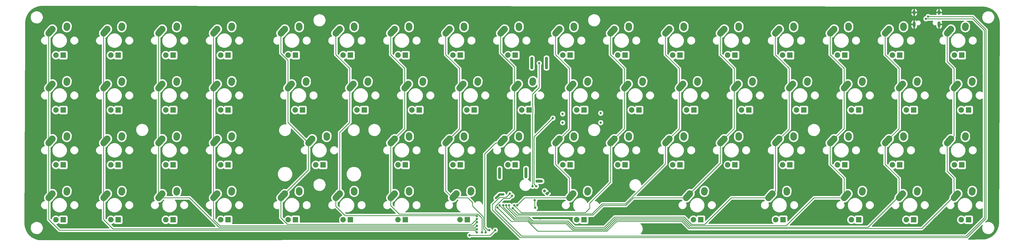
<source format=gbr>
G04 #@! TF.GenerationSoftware,KiCad,Pcbnew,5.0.2+dfsg1-1*
G04 #@! TF.CreationDate,2020-05-11T02:21:25-07:00*
G04 #@! TF.ProjectId,keyboard,6b657962-6f61-4726-942e-6b696361645f,rev?*
G04 #@! TF.SameCoordinates,Original*
G04 #@! TF.FileFunction,Copper,L1,Top*
G04 #@! TF.FilePolarity,Positive*
%FSLAX46Y46*%
G04 Gerber Fmt 4.6, Leading zero omitted, Abs format (unit mm)*
G04 Created by KiCad (PCBNEW 5.0.2+dfsg1-1) date Mon 11 May 2020 02:21:25 AM PDT*
%MOMM*%
%LPD*%
G01*
G04 APERTURE LIST*
G04 #@! TA.AperFunction,ComponentPad*
%ADD10O,1.000000X1.600000*%
G04 #@! TD*
G04 #@! TA.AperFunction,ComponentPad*
%ADD11O,1.000000X2.100000*%
G04 #@! TD*
G04 #@! TA.AperFunction,ComponentPad*
%ADD12R,1.905000X1.905000*%
G04 #@! TD*
G04 #@! TA.AperFunction,ComponentPad*
%ADD13C,1.905000*%
G04 #@! TD*
G04 #@! TA.AperFunction,ComponentPad*
%ADD14C,2.250000*%
G04 #@! TD*
G04 #@! TA.AperFunction,Conductor*
%ADD15C,2.250000*%
G04 #@! TD*
G04 #@! TA.AperFunction,ComponentPad*
%ADD16C,1.000000*%
G04 #@! TD*
G04 #@! TA.AperFunction,Conductor*
%ADD17C,0.100000*%
G04 #@! TD*
G04 #@! TA.AperFunction,Conductor*
%ADD18C,1.000000*%
G04 #@! TD*
G04 #@! TA.AperFunction,ViaPad*
%ADD19C,0.800000*%
G04 #@! TD*
G04 #@! TA.AperFunction,Conductor*
%ADD20C,0.250000*%
G04 #@! TD*
G04 #@! TA.AperFunction,Conductor*
%ADD21C,0.750000*%
G04 #@! TD*
G04 #@! TA.AperFunction,Conductor*
%ADD22C,0.254000*%
G04 #@! TD*
G04 APERTURE END LIST*
D10*
G04 #@! TO.P,USB1,13*
G04 #@! TO.N,GND*
X291086000Y-64830000D03*
X282446000Y-64830000D03*
D11*
X291086000Y-69010000D03*
X282446000Y-69010000D03*
G04 #@! TD*
D12*
G04 #@! TO.P,SW62,4*
G04 #@! TO.N,N/C*
X298926250Y-79692500D03*
D13*
G04 #@! TO.P,SW62,3*
X296386250Y-79692500D03*
D14*
G04 #@! TO.P,SW62,1*
G04 #@! TO.N,/C16*
X295156250Y-70612500D03*
X294501251Y-71342500D03*
D15*
G04 #@! TD*
G04 #@! TO.N,/C16*
G04 #@! TO.C,SW62*
X293846250Y-72072500D02*
X295156252Y-70612500D01*
D14*
G04 #@! TO.P,SW62,2*
G04 #@! TO.N,Net-(D61-Pad2)*
X300196250Y-69532500D03*
X300176250Y-69822500D03*
D15*
G04 #@! TD*
G04 #@! TO.N,Net-(D61-Pad2)*
G04 #@! TO.C,SW62*
X300156250Y-70112500D02*
X300196250Y-69532500D01*
D14*
G04 #@! TO.P,SW19,2*
G04 #@! TO.N,Net-(D18-Pad2)*
X71576250Y-88872500D03*
D15*
G04 #@! TD*
G04 #@! TO.N,Net-(D18-Pad2)*
G04 #@! TO.C,SW19*
X71556250Y-89162500D02*
X71596250Y-88582500D01*
D14*
G04 #@! TO.P,SW19,2*
G04 #@! TO.N,Net-(D18-Pad2)*
X71596250Y-88582500D03*
G04 #@! TO.P,SW19,1*
G04 #@! TO.N,/C4*
X65901251Y-90392500D03*
D15*
G04 #@! TD*
G04 #@! TO.N,/C4*
G04 #@! TO.C,SW19*
X65246250Y-91122500D02*
X66556252Y-89662500D01*
D14*
G04 #@! TO.P,SW19,1*
G04 #@! TO.N,/C4*
X66556250Y-89662500D03*
D13*
G04 #@! TO.P,SW19,3*
G04 #@! TO.N,N/C*
X67786250Y-98742500D03*
D12*
G04 #@! TO.P,SW19,4*
X70326250Y-98742500D03*
G04 #@! TD*
D14*
G04 #@! TO.P,SW15,2*
G04 #@! TO.N,Net-(D14-Pad2)*
X45763500Y-88872500D03*
D15*
G04 #@! TD*
G04 #@! TO.N,Net-(D14-Pad2)*
G04 #@! TO.C,SW15*
X45743500Y-89162500D02*
X45783500Y-88582500D01*
D14*
G04 #@! TO.P,SW15,2*
G04 #@! TO.N,Net-(D14-Pad2)*
X45783500Y-88582500D03*
G04 #@! TO.P,SW15,1*
G04 #@! TO.N,/C3*
X40088501Y-90392500D03*
D15*
G04 #@! TD*
G04 #@! TO.N,/C3*
G04 #@! TO.C,SW15*
X39433500Y-91122500D02*
X40743502Y-89662500D01*
D14*
G04 #@! TO.P,SW15,1*
G04 #@! TO.N,/C3*
X40743500Y-89662500D03*
D13*
G04 #@! TO.P,SW15,3*
G04 #@! TO.N,N/C*
X41973500Y-98742500D03*
D12*
G04 #@! TO.P,SW15,4*
X44513500Y-98742500D03*
G04 #@! TD*
D14*
G04 #@! TO.P,SW21,2*
G04 #@! TO.N,Net-(D20-Pad2)*
X69195000Y-126972500D03*
D15*
G04 #@! TD*
G04 #@! TO.N,Net-(D20-Pad2)*
G04 #@! TO.C,SW21*
X69175000Y-127262500D02*
X69215000Y-126682500D01*
D14*
G04 #@! TO.P,SW21,2*
G04 #@! TO.N,Net-(D20-Pad2)*
X69215000Y-126682500D03*
G04 #@! TO.P,SW21,1*
G04 #@! TO.N,/C4*
X63520001Y-128492500D03*
D15*
G04 #@! TD*
G04 #@! TO.N,/C4*
G04 #@! TO.C,SW21*
X62865000Y-129222500D02*
X64175002Y-127762500D01*
D14*
G04 #@! TO.P,SW21,1*
G04 #@! TO.N,/C4*
X64175000Y-127762500D03*
D13*
G04 #@! TO.P,SW21,3*
G04 #@! TO.N,N/C*
X65405000Y-136842500D03*
D12*
G04 #@! TO.P,SW21,4*
X67945000Y-136842500D03*
G04 #@! TD*
D14*
G04 #@! TO.P,SW20,2*
G04 #@! TO.N,Net-(D19-Pad2)*
X78720000Y-107922500D03*
D15*
G04 #@! TD*
G04 #@! TO.N,Net-(D19-Pad2)*
G04 #@! TO.C,SW20*
X78700000Y-108212500D02*
X78740000Y-107632500D01*
D14*
G04 #@! TO.P,SW20,2*
G04 #@! TO.N,Net-(D19-Pad2)*
X78740000Y-107632500D03*
G04 #@! TO.P,SW20,1*
G04 #@! TO.N,/C4*
X73045001Y-109442500D03*
D15*
G04 #@! TD*
G04 #@! TO.N,/C4*
G04 #@! TO.C,SW20*
X72390000Y-110172500D02*
X73700002Y-108712500D01*
D14*
G04 #@! TO.P,SW20,1*
G04 #@! TO.N,/C4*
X73700000Y-108712500D03*
D13*
G04 #@! TO.P,SW20,3*
G04 #@! TO.N,N/C*
X74930000Y-117792500D03*
D12*
G04 #@! TO.P,SW20,4*
X77470000Y-117792500D03*
G04 #@! TD*
D14*
G04 #@! TO.P,SW64,2*
G04 #@! TO.N,Net-(D63-Pad2)*
X300176250Y-107922500D03*
D15*
G04 #@! TD*
G04 #@! TO.N,Net-(D63-Pad2)*
G04 #@! TO.C,SW64*
X300156250Y-108212500D02*
X300196250Y-107632500D01*
D14*
G04 #@! TO.P,SW64,2*
G04 #@! TO.N,Net-(D63-Pad2)*
X300196250Y-107632500D03*
G04 #@! TO.P,SW64,1*
G04 #@! TO.N,/C16*
X294501251Y-109442500D03*
D15*
G04 #@! TD*
G04 #@! TO.N,/C16*
G04 #@! TO.C,SW64*
X293846250Y-110172500D02*
X295156252Y-108712500D01*
D14*
G04 #@! TO.P,SW64,1*
G04 #@! TO.N,/C16*
X295156250Y-108712500D03*
D13*
G04 #@! TO.P,SW64,3*
G04 #@! TO.N,N/C*
X296386250Y-117792500D03*
D12*
G04 #@! TO.P,SW64,4*
X298926250Y-117792500D03*
G04 #@! TD*
D14*
G04 #@! TO.P,SW49,2*
G04 #@! TO.N,Net-(D48-Pad2)*
X209688750Y-126972500D03*
D15*
G04 #@! TD*
G04 #@! TO.N,Net-(D48-Pad2)*
G04 #@! TO.C,SW49*
X209668750Y-127262500D02*
X209708750Y-126682500D01*
D14*
G04 #@! TO.P,SW49,2*
G04 #@! TO.N,Net-(D48-Pad2)*
X209708750Y-126682500D03*
G04 #@! TO.P,SW49,1*
G04 #@! TO.N,/C12*
X204013751Y-128492500D03*
D15*
G04 #@! TD*
G04 #@! TO.N,/C12*
G04 #@! TO.C,SW49*
X203358750Y-129222500D02*
X204668752Y-127762500D01*
D14*
G04 #@! TO.P,SW49,1*
G04 #@! TO.N,/C12*
X204668750Y-127762500D03*
D13*
G04 #@! TO.P,SW49,3*
G04 #@! TO.N,N/C*
X205898750Y-136842500D03*
D12*
G04 #@! TO.P,SW49,4*
X208438750Y-136842500D03*
G04 #@! TD*
D14*
G04 #@! TO.P,SW32,2*
G04 #@! TO.N,Net-(D31-Pad2)*
X128726250Y-126972500D03*
D15*
G04 #@! TD*
G04 #@! TO.N,Net-(D31-Pad2)*
G04 #@! TO.C,SW32*
X128706250Y-127262500D02*
X128746250Y-126682500D01*
D14*
G04 #@! TO.P,SW32,2*
G04 #@! TO.N,Net-(D31-Pad2)*
X128746250Y-126682500D03*
G04 #@! TO.P,SW32,1*
G04 #@! TO.N,/C7*
X123051251Y-128492500D03*
D15*
G04 #@! TD*
G04 #@! TO.N,/C7*
G04 #@! TO.C,SW32*
X122396250Y-129222500D02*
X123706252Y-127762500D01*
D14*
G04 #@! TO.P,SW32,1*
G04 #@! TO.N,/C7*
X123706250Y-127762500D03*
D13*
G04 #@! TO.P,SW32,3*
G04 #@! TO.N,N/C*
X124936250Y-136842500D03*
D12*
G04 #@! TO.P,SW32,4*
X127476250Y-136842500D03*
G04 #@! TD*
D14*
G04 #@! TO.P,SW53,2*
G04 #@! TO.N,Net-(D52-Pad2)*
X238263750Y-126972500D03*
D15*
G04 #@! TD*
G04 #@! TO.N,Net-(D52-Pad2)*
G04 #@! TO.C,SW53*
X238243750Y-127262500D02*
X238283750Y-126682500D01*
D14*
G04 #@! TO.P,SW53,2*
G04 #@! TO.N,Net-(D52-Pad2)*
X238283750Y-126682500D03*
G04 #@! TO.P,SW53,1*
G04 #@! TO.N,/C13*
X232588751Y-128492500D03*
D15*
G04 #@! TD*
G04 #@! TO.N,/C13*
G04 #@! TO.C,SW53*
X231933750Y-129222500D02*
X233243752Y-127762500D01*
D14*
G04 #@! TO.P,SW53,1*
G04 #@! TO.N,/C13*
X233243750Y-127762500D03*
D13*
G04 #@! TO.P,SW53,3*
G04 #@! TO.N,N/C*
X234473750Y-136842500D03*
D12*
G04 #@! TO.P,SW53,4*
X237013750Y-136842500D03*
G04 #@! TD*
G04 #@! TO.P,SW14,4*
G04 #@! TO.N,N/C*
X44513500Y-79692500D03*
D13*
G04 #@! TO.P,SW14,3*
X41973500Y-79692500D03*
D14*
G04 #@! TO.P,SW14,1*
G04 #@! TO.N,/C3*
X40743500Y-70612500D03*
X40088501Y-71342500D03*
D15*
G04 #@! TD*
G04 #@! TO.N,/C3*
G04 #@! TO.C,SW14*
X39433500Y-72072500D02*
X40743502Y-70612500D01*
D14*
G04 #@! TO.P,SW14,2*
G04 #@! TO.N,Net-(D13-Pad2)*
X45783500Y-69532500D03*
X45763500Y-69822500D03*
D15*
G04 #@! TD*
G04 #@! TO.N,Net-(D13-Pad2)*
G04 #@! TO.C,SW14*
X45743500Y-70112500D02*
X45783500Y-69532500D01*
D14*
G04 #@! TO.P,SW13,2*
G04 #@! TO.N,Net-(D12-Pad2)*
X26713500Y-126972500D03*
D15*
G04 #@! TD*
G04 #@! TO.N,Net-(D12-Pad2)*
G04 #@! TO.C,SW13*
X26693500Y-127262500D02*
X26733500Y-126682500D01*
D14*
G04 #@! TO.P,SW13,2*
G04 #@! TO.N,Net-(D12-Pad2)*
X26733500Y-126682500D03*
G04 #@! TO.P,SW13,1*
G04 #@! TO.N,/C2*
X21038501Y-128492500D03*
D15*
G04 #@! TD*
G04 #@! TO.N,/C2*
G04 #@! TO.C,SW13*
X20383500Y-129222500D02*
X21693502Y-127762500D01*
D14*
G04 #@! TO.P,SW13,1*
G04 #@! TO.N,/C2*
X21693500Y-127762500D03*
D13*
G04 #@! TO.P,SW13,3*
G04 #@! TO.N,N/C*
X22923500Y-136842500D03*
D12*
G04 #@! TO.P,SW13,4*
X25463500Y-136842500D03*
G04 #@! TD*
G04 #@! TO.P,SW12,4*
G04 #@! TO.N,N/C*
X25463500Y-117792500D03*
D13*
G04 #@! TO.P,SW12,3*
X22923500Y-117792500D03*
D14*
G04 #@! TO.P,SW12,1*
G04 #@! TO.N,/C2*
X21693500Y-108712500D03*
X21038501Y-109442500D03*
D15*
G04 #@! TD*
G04 #@! TO.N,/C2*
G04 #@! TO.C,SW12*
X20383500Y-110172500D02*
X21693502Y-108712500D01*
D14*
G04 #@! TO.P,SW12,2*
G04 #@! TO.N,Net-(D11-Pad2)*
X26733500Y-107632500D03*
X26713500Y-107922500D03*
D15*
G04 #@! TD*
G04 #@! TO.N,Net-(D11-Pad2)*
G04 #@! TO.C,SW12*
X26693500Y-108212500D02*
X26733500Y-107632500D01*
D14*
G04 #@! TO.P,SW11,2*
G04 #@! TO.N,Net-(D10-Pad2)*
X26713500Y-88872500D03*
D15*
G04 #@! TD*
G04 #@! TO.N,Net-(D10-Pad2)*
G04 #@! TO.C,SW11*
X26693500Y-89162500D02*
X26733500Y-88582500D01*
D14*
G04 #@! TO.P,SW11,2*
G04 #@! TO.N,Net-(D10-Pad2)*
X26733500Y-88582500D03*
G04 #@! TO.P,SW11,1*
G04 #@! TO.N,/C2*
X21038501Y-90392500D03*
D15*
G04 #@! TD*
G04 #@! TO.N,/C2*
G04 #@! TO.C,SW11*
X20383500Y-91122500D02*
X21693502Y-89662500D01*
D14*
G04 #@! TO.P,SW11,1*
G04 #@! TO.N,/C2*
X21693500Y-89662500D03*
D13*
G04 #@! TO.P,SW11,3*
G04 #@! TO.N,N/C*
X22923500Y-98742500D03*
D12*
G04 #@! TO.P,SW11,4*
X25463500Y-98742500D03*
G04 #@! TD*
G04 #@! TO.P,SW10,4*
G04 #@! TO.N,N/C*
X25463500Y-79692500D03*
D13*
G04 #@! TO.P,SW10,3*
X22923500Y-79692500D03*
D14*
G04 #@! TO.P,SW10,1*
G04 #@! TO.N,/C2*
X21693500Y-70612500D03*
X21038501Y-71342500D03*
D15*
G04 #@! TD*
G04 #@! TO.N,/C2*
G04 #@! TO.C,SW10*
X20383500Y-72072500D02*
X21693502Y-70612500D01*
D14*
G04 #@! TO.P,SW10,2*
G04 #@! TO.N,Net-(D9-Pad2)*
X26733500Y-69532500D03*
X26713500Y-69822500D03*
D15*
G04 #@! TD*
G04 #@! TO.N,Net-(D9-Pad2)*
G04 #@! TO.C,SW10*
X26693500Y-70112500D02*
X26733500Y-69532500D01*
D14*
G04 #@! TO.P,SW65,2*
G04 #@! TO.N,Net-(D64-Pad2)*
X302557500Y-126972500D03*
D15*
G04 #@! TD*
G04 #@! TO.N,Net-(D64-Pad2)*
G04 #@! TO.C,SW65*
X302537500Y-127262500D02*
X302577500Y-126682500D01*
D14*
G04 #@! TO.P,SW65,2*
G04 #@! TO.N,Net-(D64-Pad2)*
X302577500Y-126682500D03*
G04 #@! TO.P,SW65,1*
G04 #@! TO.N,/C16*
X296882501Y-128492500D03*
D15*
G04 #@! TD*
G04 #@! TO.N,/C16*
G04 #@! TO.C,SW65*
X296227500Y-129222500D02*
X297537502Y-127762500D01*
D14*
G04 #@! TO.P,SW65,1*
G04 #@! TO.N,/C16*
X297537500Y-127762500D03*
D13*
G04 #@! TO.P,SW65,3*
G04 #@! TO.N,N/C*
X298767500Y-136842500D03*
D12*
G04 #@! TO.P,SW65,4*
X301307500Y-136842500D03*
G04 #@! TD*
G04 #@! TO.P,SW8,4*
G04 #@! TO.N,N/C*
X6413500Y-117792500D03*
D13*
G04 #@! TO.P,SW8,3*
X3873500Y-117792500D03*
D14*
G04 #@! TO.P,SW8,1*
G04 #@! TO.N,/C1*
X2643500Y-108712500D03*
X1988501Y-109442500D03*
D15*
G04 #@! TD*
G04 #@! TO.N,/C1*
G04 #@! TO.C,SW8*
X1333500Y-110172500D02*
X2643502Y-108712500D01*
D14*
G04 #@! TO.P,SW8,2*
G04 #@! TO.N,Net-(D7-Pad2)*
X7683500Y-107632500D03*
X7663500Y-107922500D03*
D15*
G04 #@! TD*
G04 #@! TO.N,Net-(D7-Pad2)*
G04 #@! TO.C,SW8*
X7643500Y-108212500D02*
X7683500Y-107632500D01*
D14*
G04 #@! TO.P,SW7,2*
G04 #@! TO.N,Net-(D6-Pad2)*
X7663500Y-88872500D03*
D15*
G04 #@! TD*
G04 #@! TO.N,Net-(D6-Pad2)*
G04 #@! TO.C,SW7*
X7643500Y-89162500D02*
X7683500Y-88582500D01*
D14*
G04 #@! TO.P,SW7,2*
G04 #@! TO.N,Net-(D6-Pad2)*
X7683500Y-88582500D03*
G04 #@! TO.P,SW7,1*
G04 #@! TO.N,/C1*
X1988501Y-90392500D03*
D15*
G04 #@! TD*
G04 #@! TO.N,/C1*
G04 #@! TO.C,SW7*
X1333500Y-91122500D02*
X2643502Y-89662500D01*
D14*
G04 #@! TO.P,SW7,1*
G04 #@! TO.N,/C1*
X2643500Y-89662500D03*
D13*
G04 #@! TO.P,SW7,3*
G04 #@! TO.N,N/C*
X3873500Y-98742500D03*
D12*
G04 #@! TO.P,SW7,4*
X6413500Y-98742500D03*
G04 #@! TD*
G04 #@! TO.P,SW6,4*
G04 #@! TO.N,N/C*
X6413500Y-79692500D03*
D13*
G04 #@! TO.P,SW6,3*
X3873500Y-79692500D03*
D14*
G04 #@! TO.P,SW6,1*
G04 #@! TO.N,/C1*
X2643500Y-70612500D03*
X1988501Y-71342500D03*
D15*
G04 #@! TD*
G04 #@! TO.N,/C1*
G04 #@! TO.C,SW6*
X1333500Y-72072500D02*
X2643502Y-70612500D01*
D14*
G04 #@! TO.P,SW6,2*
G04 #@! TO.N,Net-(D5-Pad2)*
X7683500Y-69532500D03*
X7663500Y-69822500D03*
D15*
G04 #@! TD*
G04 #@! TO.N,Net-(D5-Pad2)*
G04 #@! TO.C,SW6*
X7643500Y-70112500D02*
X7683500Y-69532500D01*
D14*
G04 #@! TO.P,SW4,2*
G04 #@! TO.N,Net-(D4-Pad2)*
X-11386500Y-126972500D03*
D15*
G04 #@! TD*
G04 #@! TO.N,Net-(D4-Pad2)*
G04 #@! TO.C,SW4*
X-11406500Y-127262500D02*
X-11366500Y-126682500D01*
D14*
G04 #@! TO.P,SW4,2*
G04 #@! TO.N,Net-(D4-Pad2)*
X-11366500Y-126682500D03*
G04 #@! TO.P,SW4,1*
G04 #@! TO.N,/C0*
X-17061499Y-128492500D03*
D15*
G04 #@! TD*
G04 #@! TO.N,/C0*
G04 #@! TO.C,SW4*
X-17716500Y-129222500D02*
X-16406498Y-127762500D01*
D14*
G04 #@! TO.P,SW4,1*
G04 #@! TO.N,/C0*
X-16406500Y-127762500D03*
D13*
G04 #@! TO.P,SW4,3*
G04 #@! TO.N,N/C*
X-15176500Y-136842500D03*
D12*
G04 #@! TO.P,SW4,4*
X-12636500Y-136842500D03*
G04 #@! TD*
G04 #@! TO.P,SW3,4*
G04 #@! TO.N,N/C*
X-12636500Y-117792500D03*
D13*
G04 #@! TO.P,SW3,3*
X-15176500Y-117792500D03*
D14*
G04 #@! TO.P,SW3,1*
G04 #@! TO.N,/C0*
X-16406500Y-108712500D03*
X-17061499Y-109442500D03*
D15*
G04 #@! TD*
G04 #@! TO.N,/C0*
G04 #@! TO.C,SW3*
X-17716500Y-110172500D02*
X-16406498Y-108712500D01*
D14*
G04 #@! TO.P,SW3,2*
G04 #@! TO.N,Net-(D3-Pad2)*
X-11366500Y-107632500D03*
X-11386500Y-107922500D03*
D15*
G04 #@! TD*
G04 #@! TO.N,Net-(D3-Pad2)*
G04 #@! TO.C,SW3*
X-11406500Y-108212500D02*
X-11366500Y-107632500D01*
D14*
G04 #@! TO.P,SW2,2*
G04 #@! TO.N,Net-(D2-Pad2)*
X-11386500Y-88872500D03*
D15*
G04 #@! TD*
G04 #@! TO.N,Net-(D2-Pad2)*
G04 #@! TO.C,SW2*
X-11406500Y-89162500D02*
X-11366500Y-88582500D01*
D14*
G04 #@! TO.P,SW2,2*
G04 #@! TO.N,Net-(D2-Pad2)*
X-11366500Y-88582500D03*
G04 #@! TO.P,SW2,1*
G04 #@! TO.N,/C0*
X-17061499Y-90392500D03*
D15*
G04 #@! TD*
G04 #@! TO.N,/C0*
G04 #@! TO.C,SW2*
X-17716500Y-91122500D02*
X-16406498Y-89662500D01*
D14*
G04 #@! TO.P,SW2,1*
G04 #@! TO.N,/C0*
X-16406500Y-89662500D03*
D13*
G04 #@! TO.P,SW2,3*
G04 #@! TO.N,N/C*
X-15176500Y-98742500D03*
D12*
G04 #@! TO.P,SW2,4*
X-12636500Y-98742500D03*
G04 #@! TD*
G04 #@! TO.P,SW9,4*
G04 #@! TO.N,N/C*
X6413500Y-136842500D03*
D13*
G04 #@! TO.P,SW9,3*
X3873500Y-136842500D03*
D14*
G04 #@! TO.P,SW9,1*
G04 #@! TO.N,/C1*
X2643500Y-127762500D03*
X1988501Y-128492500D03*
D15*
G04 #@! TD*
G04 #@! TO.N,/C1*
G04 #@! TO.C,SW9*
X1333500Y-129222500D02*
X2643502Y-127762500D01*
D14*
G04 #@! TO.P,SW9,2*
G04 #@! TO.N,Net-(D8-Pad2)*
X7683500Y-126682500D03*
X7663500Y-126972500D03*
D15*
G04 #@! TD*
G04 #@! TO.N,Net-(D8-Pad2)*
G04 #@! TO.C,SW9*
X7643500Y-127262500D02*
X7683500Y-126682500D01*
D14*
G04 #@! TO.P,SW16,2*
G04 #@! TO.N,Net-(D15-Pad2)*
X45763500Y-107922500D03*
D15*
G04 #@! TD*
G04 #@! TO.N,Net-(D15-Pad2)*
G04 #@! TO.C,SW16*
X45743500Y-108212500D02*
X45783500Y-107632500D01*
D14*
G04 #@! TO.P,SW16,2*
G04 #@! TO.N,Net-(D15-Pad2)*
X45783500Y-107632500D03*
G04 #@! TO.P,SW16,1*
G04 #@! TO.N,/C3*
X40088501Y-109442500D03*
D15*
G04 #@! TD*
G04 #@! TO.N,/C3*
G04 #@! TO.C,SW16*
X39433500Y-110172500D02*
X40743502Y-108712500D01*
D14*
G04 #@! TO.P,SW16,1*
G04 #@! TO.N,/C3*
X40743500Y-108712500D03*
D13*
G04 #@! TO.P,SW16,3*
G04 #@! TO.N,N/C*
X41973500Y-117792500D03*
D12*
G04 #@! TO.P,SW16,4*
X44513500Y-117792500D03*
G04 #@! TD*
G04 #@! TO.P,SW18,4*
G04 #@! TO.N,N/C*
X67945000Y-79692500D03*
D13*
G04 #@! TO.P,SW18,3*
X65405000Y-79692500D03*
D14*
G04 #@! TO.P,SW18,1*
G04 #@! TO.N,/C4*
X64175000Y-70612500D03*
X63520001Y-71342500D03*
D15*
G04 #@! TD*
G04 #@! TO.N,/C4*
G04 #@! TO.C,SW18*
X62865000Y-72072500D02*
X64175002Y-70612500D01*
D14*
G04 #@! TO.P,SW18,2*
G04 #@! TO.N,Net-(D17-Pad2)*
X69215000Y-69532500D03*
X69195000Y-69822500D03*
D15*
G04 #@! TD*
G04 #@! TO.N,Net-(D17-Pad2)*
G04 #@! TO.C,SW18*
X69175000Y-70112500D02*
X69215000Y-69532500D01*
D12*
G04 #@! TO.P,SW22,4*
G04 #@! TO.N,N/C*
X86995000Y-79692500D03*
D13*
G04 #@! TO.P,SW22,3*
X84455000Y-79692500D03*
D14*
G04 #@! TO.P,SW22,1*
G04 #@! TO.N,/C5*
X83225000Y-70612500D03*
X82570001Y-71342500D03*
D15*
G04 #@! TD*
G04 #@! TO.N,/C5*
G04 #@! TO.C,SW22*
X81915000Y-72072500D02*
X83225002Y-70612500D01*
D14*
G04 #@! TO.P,SW22,2*
G04 #@! TO.N,Net-(D21-Pad2)*
X88265000Y-69532500D03*
X88245000Y-69822500D03*
D15*
G04 #@! TD*
G04 #@! TO.N,Net-(D21-Pad2)*
G04 #@! TO.C,SW22*
X88225000Y-70112500D02*
X88265000Y-69532500D01*
D14*
G04 #@! TO.P,SW23,2*
G04 #@! TO.N,Net-(D22-Pad2)*
X93007500Y-88872500D03*
D15*
G04 #@! TD*
G04 #@! TO.N,Net-(D22-Pad2)*
G04 #@! TO.C,SW23*
X92987500Y-89162500D02*
X93027500Y-88582500D01*
D14*
G04 #@! TO.P,SW23,2*
G04 #@! TO.N,Net-(D22-Pad2)*
X93027500Y-88582500D03*
G04 #@! TO.P,SW23,1*
G04 #@! TO.N,/C5*
X87332501Y-90392500D03*
D15*
G04 #@! TD*
G04 #@! TO.N,/C5*
G04 #@! TO.C,SW23*
X86677500Y-91122500D02*
X87987502Y-89662500D01*
D14*
G04 #@! TO.P,SW23,1*
G04 #@! TO.N,/C5*
X87987500Y-89662500D03*
D13*
G04 #@! TO.P,SW23,3*
G04 #@! TO.N,N/C*
X89217500Y-98742500D03*
D12*
G04 #@! TO.P,SW23,4*
X91757500Y-98742500D03*
G04 #@! TD*
G04 #@! TO.P,SW24,4*
G04 #@! TO.N,N/C*
X86995000Y-136842500D03*
D13*
G04 #@! TO.P,SW24,3*
X84455000Y-136842500D03*
D14*
G04 #@! TO.P,SW24,1*
G04 #@! TO.N,/C5*
X83225000Y-127762500D03*
X82570001Y-128492500D03*
D15*
G04 #@! TD*
G04 #@! TO.N,/C5*
G04 #@! TO.C,SW24*
X81915000Y-129222500D02*
X83225002Y-127762500D01*
D14*
G04 #@! TO.P,SW24,2*
G04 #@! TO.N,Net-(D23-Pad2)*
X88265000Y-126682500D03*
X88245000Y-126972500D03*
D15*
G04 #@! TD*
G04 #@! TO.N,Net-(D23-Pad2)*
G04 #@! TO.C,SW24*
X88225000Y-127262500D02*
X88265000Y-126682500D01*
D14*
G04 #@! TO.P,SW25,2*
G04 #@! TO.N,Net-(D24-Pad2)*
X107295000Y-69822500D03*
D15*
G04 #@! TD*
G04 #@! TO.N,Net-(D24-Pad2)*
G04 #@! TO.C,SW25*
X107275000Y-70112500D02*
X107315000Y-69532500D01*
D14*
G04 #@! TO.P,SW25,2*
G04 #@! TO.N,Net-(D24-Pad2)*
X107315000Y-69532500D03*
G04 #@! TO.P,SW25,1*
G04 #@! TO.N,/C6*
X101620001Y-71342500D03*
D15*
G04 #@! TD*
G04 #@! TO.N,/C6*
G04 #@! TO.C,SW25*
X100965000Y-72072500D02*
X102275002Y-70612500D01*
D14*
G04 #@! TO.P,SW25,1*
G04 #@! TO.N,/C6*
X102275000Y-70612500D03*
D13*
G04 #@! TO.P,SW25,3*
G04 #@! TO.N,N/C*
X103505000Y-79692500D03*
D12*
G04 #@! TO.P,SW25,4*
X106045000Y-79692500D03*
G04 #@! TD*
G04 #@! TO.P,SW26,4*
G04 #@! TO.N,N/C*
X110807500Y-98742500D03*
D13*
G04 #@! TO.P,SW26,3*
X108267500Y-98742500D03*
D14*
G04 #@! TO.P,SW26,1*
G04 #@! TO.N,/C6*
X107037500Y-89662500D03*
X106382501Y-90392500D03*
D15*
G04 #@! TD*
G04 #@! TO.N,/C6*
G04 #@! TO.C,SW26*
X105727500Y-91122500D02*
X107037502Y-89662500D01*
D14*
G04 #@! TO.P,SW26,2*
G04 #@! TO.N,Net-(D25-Pad2)*
X112077500Y-88582500D03*
X112057500Y-88872500D03*
D15*
G04 #@! TD*
G04 #@! TO.N,Net-(D25-Pad2)*
G04 #@! TO.C,SW26*
X112037500Y-89162500D02*
X112077500Y-88582500D01*
D14*
G04 #@! TO.P,SW27,2*
G04 #@! TO.N,Net-(D26-Pad2)*
X107295000Y-107922500D03*
D15*
G04 #@! TD*
G04 #@! TO.N,Net-(D26-Pad2)*
G04 #@! TO.C,SW27*
X107275000Y-108212500D02*
X107315000Y-107632500D01*
D14*
G04 #@! TO.P,SW27,2*
G04 #@! TO.N,Net-(D26-Pad2)*
X107315000Y-107632500D03*
G04 #@! TO.P,SW27,1*
G04 #@! TO.N,/C6*
X101620001Y-109442500D03*
D15*
G04 #@! TD*
G04 #@! TO.N,/C6*
G04 #@! TO.C,SW27*
X100965000Y-110172500D02*
X102275002Y-108712500D01*
D14*
G04 #@! TO.P,SW27,1*
G04 #@! TO.N,/C6*
X102275000Y-108712500D03*
D13*
G04 #@! TO.P,SW27,3*
G04 #@! TO.N,N/C*
X103505000Y-117792500D03*
D12*
G04 #@! TO.P,SW27,4*
X106045000Y-117792500D03*
G04 #@! TD*
G04 #@! TO.P,SW28,4*
G04 #@! TO.N,N/C*
X106045000Y-136842500D03*
D13*
G04 #@! TO.P,SW28,3*
X103505000Y-136842500D03*
D14*
G04 #@! TO.P,SW28,1*
G04 #@! TO.N,/C6*
X102275000Y-127762500D03*
X101620001Y-128492500D03*
D15*
G04 #@! TD*
G04 #@! TO.N,/C6*
G04 #@! TO.C,SW28*
X100965000Y-129222500D02*
X102275002Y-127762500D01*
D14*
G04 #@! TO.P,SW28,2*
G04 #@! TO.N,Net-(D27-Pad2)*
X107315000Y-126682500D03*
X107295000Y-126972500D03*
D15*
G04 #@! TD*
G04 #@! TO.N,Net-(D27-Pad2)*
G04 #@! TO.C,SW28*
X107275000Y-127262500D02*
X107315000Y-126682500D01*
D14*
G04 #@! TO.P,SW29,2*
G04 #@! TO.N,Net-(D28-Pad2)*
X126345000Y-69822500D03*
D15*
G04 #@! TD*
G04 #@! TO.N,Net-(D28-Pad2)*
G04 #@! TO.C,SW29*
X126325000Y-70112500D02*
X126365000Y-69532500D01*
D14*
G04 #@! TO.P,SW29,2*
G04 #@! TO.N,Net-(D28-Pad2)*
X126365000Y-69532500D03*
G04 #@! TO.P,SW29,1*
G04 #@! TO.N,/C7*
X120670001Y-71342500D03*
D15*
G04 #@! TD*
G04 #@! TO.N,/C7*
G04 #@! TO.C,SW29*
X120015000Y-72072500D02*
X121325002Y-70612500D01*
D14*
G04 #@! TO.P,SW29,1*
G04 #@! TO.N,/C7*
X121325000Y-70612500D03*
D13*
G04 #@! TO.P,SW29,3*
G04 #@! TO.N,N/C*
X122555000Y-79692500D03*
D12*
G04 #@! TO.P,SW29,4*
X125095000Y-79692500D03*
G04 #@! TD*
G04 #@! TO.P,SW30,4*
G04 #@! TO.N,N/C*
X129857500Y-98742500D03*
D13*
G04 #@! TO.P,SW30,3*
X127317500Y-98742500D03*
D14*
G04 #@! TO.P,SW30,1*
G04 #@! TO.N,/C7*
X126087500Y-89662500D03*
X125432501Y-90392500D03*
D15*
G04 #@! TD*
G04 #@! TO.N,/C7*
G04 #@! TO.C,SW30*
X124777500Y-91122500D02*
X126087502Y-89662500D01*
D14*
G04 #@! TO.P,SW30,2*
G04 #@! TO.N,Net-(D29-Pad2)*
X131127500Y-88582500D03*
X131107500Y-88872500D03*
D15*
G04 #@! TD*
G04 #@! TO.N,Net-(D29-Pad2)*
G04 #@! TO.C,SW30*
X131087500Y-89162500D02*
X131127500Y-88582500D01*
D14*
G04 #@! TO.P,SW31,2*
G04 #@! TO.N,Net-(D30-Pad2)*
X126345000Y-107922500D03*
D15*
G04 #@! TD*
G04 #@! TO.N,Net-(D30-Pad2)*
G04 #@! TO.C,SW31*
X126325000Y-108212500D02*
X126365000Y-107632500D01*
D14*
G04 #@! TO.P,SW31,2*
G04 #@! TO.N,Net-(D30-Pad2)*
X126365000Y-107632500D03*
G04 #@! TO.P,SW31,1*
G04 #@! TO.N,/C7*
X120670001Y-109442500D03*
D15*
G04 #@! TD*
G04 #@! TO.N,/C7*
G04 #@! TO.C,SW31*
X120015000Y-110172500D02*
X121325002Y-108712500D01*
D14*
G04 #@! TO.P,SW31,1*
G04 #@! TO.N,/C7*
X121325000Y-108712500D03*
D13*
G04 #@! TO.P,SW31,3*
G04 #@! TO.N,N/C*
X122555000Y-117792500D03*
D12*
G04 #@! TO.P,SW31,4*
X125095000Y-117792500D03*
G04 #@! TD*
G04 #@! TO.P,SW1,4*
G04 #@! TO.N,N/C*
X-12636500Y-79692500D03*
D13*
G04 #@! TO.P,SW1,3*
X-15176500Y-79692500D03*
D14*
G04 #@! TO.P,SW1,1*
G04 #@! TO.N,/C0*
X-16406500Y-70612500D03*
X-17061499Y-71342500D03*
D15*
G04 #@! TD*
G04 #@! TO.N,/C0*
G04 #@! TO.C,SW1*
X-17716500Y-72072500D02*
X-16406498Y-70612500D01*
D14*
G04 #@! TO.P,SW1,2*
G04 #@! TO.N,Net-(D1-Pad2)*
X-11366500Y-69532500D03*
X-11386500Y-69822500D03*
D15*
G04 #@! TD*
G04 #@! TO.N,Net-(D1-Pad2)*
G04 #@! TO.C,SW1*
X-11406500Y-70112500D02*
X-11366500Y-69532500D01*
D14*
G04 #@! TO.P,SW17,2*
G04 #@! TO.N,Net-(D16-Pad2)*
X45763500Y-126972500D03*
D15*
G04 #@! TD*
G04 #@! TO.N,Net-(D16-Pad2)*
G04 #@! TO.C,SW17*
X45743500Y-127262500D02*
X45783500Y-126682500D01*
D14*
G04 #@! TO.P,SW17,2*
G04 #@! TO.N,Net-(D16-Pad2)*
X45783500Y-126682500D03*
G04 #@! TO.P,SW17,1*
G04 #@! TO.N,/C3*
X40088501Y-128492500D03*
D15*
G04 #@! TD*
G04 #@! TO.N,/C3*
G04 #@! TO.C,SW17*
X39433500Y-129222500D02*
X40743502Y-127762500D01*
D14*
G04 #@! TO.P,SW17,1*
G04 #@! TO.N,/C3*
X40743500Y-127762500D03*
D13*
G04 #@! TO.P,SW17,3*
G04 #@! TO.N,N/C*
X41973500Y-136842500D03*
D12*
G04 #@! TO.P,SW17,4*
X44513500Y-136842500D03*
G04 #@! TD*
G04 #@! TO.P,SW33,4*
G04 #@! TO.N,N/C*
X144145000Y-79692500D03*
D13*
G04 #@! TO.P,SW33,3*
X141605000Y-79692500D03*
D14*
G04 #@! TO.P,SW33,1*
G04 #@! TO.N,/C8*
X140375000Y-70612500D03*
X139720001Y-71342500D03*
D15*
G04 #@! TD*
G04 #@! TO.N,/C8*
G04 #@! TO.C,SW33*
X139065000Y-72072500D02*
X140375002Y-70612500D01*
D14*
G04 #@! TO.P,SW33,2*
G04 #@! TO.N,Net-(D32-Pad2)*
X145415000Y-69532500D03*
X145395000Y-69822500D03*
D15*
G04 #@! TD*
G04 #@! TO.N,Net-(D32-Pad2)*
G04 #@! TO.C,SW33*
X145375000Y-70112500D02*
X145415000Y-69532500D01*
D14*
G04 #@! TO.P,SW34,2*
G04 #@! TO.N,Net-(D33-Pad2)*
X150157500Y-88872500D03*
D15*
G04 #@! TD*
G04 #@! TO.N,Net-(D33-Pad2)*
G04 #@! TO.C,SW34*
X150137500Y-89162500D02*
X150177500Y-88582500D01*
D14*
G04 #@! TO.P,SW34,2*
G04 #@! TO.N,Net-(D33-Pad2)*
X150177500Y-88582500D03*
G04 #@! TO.P,SW34,1*
G04 #@! TO.N,/C8*
X144482501Y-90392500D03*
D15*
G04 #@! TD*
G04 #@! TO.N,/C8*
G04 #@! TO.C,SW34*
X143827500Y-91122500D02*
X145137502Y-89662500D01*
D14*
G04 #@! TO.P,SW34,1*
G04 #@! TO.N,/C8*
X145137500Y-89662500D03*
D13*
G04 #@! TO.P,SW34,3*
G04 #@! TO.N,N/C*
X146367500Y-98742500D03*
D12*
G04 #@! TO.P,SW34,4*
X148907500Y-98742500D03*
G04 #@! TD*
G04 #@! TO.P,SW35,4*
G04 #@! TO.N,N/C*
X144145000Y-117792500D03*
D13*
G04 #@! TO.P,SW35,3*
X141605000Y-117792500D03*
D14*
G04 #@! TO.P,SW35,1*
G04 #@! TO.N,/C8*
X140375000Y-108712500D03*
X139720001Y-109442500D03*
D15*
G04 #@! TD*
G04 #@! TO.N,/C8*
G04 #@! TO.C,SW35*
X139065000Y-110172500D02*
X140375002Y-108712500D01*
D14*
G04 #@! TO.P,SW35,2*
G04 #@! TO.N,Net-(D34-Pad2)*
X145415000Y-107632500D03*
X145395000Y-107922500D03*
D15*
G04 #@! TD*
G04 #@! TO.N,Net-(D34-Pad2)*
G04 #@! TO.C,SW35*
X145375000Y-108212500D02*
X145415000Y-107632500D01*
D14*
G04 #@! TO.P,SW36,2*
G04 #@! TO.N,Net-(D35-Pad2)*
X164445000Y-69822500D03*
D15*
G04 #@! TD*
G04 #@! TO.N,Net-(D35-Pad2)*
G04 #@! TO.C,SW36*
X164425000Y-70112500D02*
X164465000Y-69532500D01*
D14*
G04 #@! TO.P,SW36,2*
G04 #@! TO.N,Net-(D35-Pad2)*
X164465000Y-69532500D03*
G04 #@! TO.P,SW36,1*
G04 #@! TO.N,/C9*
X158770001Y-71342500D03*
D15*
G04 #@! TD*
G04 #@! TO.N,/C9*
G04 #@! TO.C,SW36*
X158115000Y-72072500D02*
X159425002Y-70612500D01*
D14*
G04 #@! TO.P,SW36,1*
G04 #@! TO.N,/C9*
X159425000Y-70612500D03*
D13*
G04 #@! TO.P,SW36,3*
G04 #@! TO.N,N/C*
X160655000Y-79692500D03*
D12*
G04 #@! TO.P,SW36,4*
X163195000Y-79692500D03*
G04 #@! TD*
G04 #@! TO.P,SW37,4*
G04 #@! TO.N,N/C*
X167957500Y-98742500D03*
D13*
G04 #@! TO.P,SW37,3*
X165417500Y-98742500D03*
D14*
G04 #@! TO.P,SW37,1*
G04 #@! TO.N,/C9*
X164187500Y-89662500D03*
X163532501Y-90392500D03*
D15*
G04 #@! TD*
G04 #@! TO.N,/C9*
G04 #@! TO.C,SW37*
X162877500Y-91122500D02*
X164187502Y-89662500D01*
D14*
G04 #@! TO.P,SW37,2*
G04 #@! TO.N,Net-(D36-Pad2)*
X169227500Y-88582500D03*
X169207500Y-88872500D03*
D15*
G04 #@! TD*
G04 #@! TO.N,Net-(D36-Pad2)*
G04 #@! TO.C,SW37*
X169187500Y-89162500D02*
X169227500Y-88582500D01*
D14*
G04 #@! TO.P,SW38,2*
G04 #@! TO.N,Net-(D37-Pad2)*
X164445000Y-107922500D03*
D15*
G04 #@! TD*
G04 #@! TO.N,Net-(D37-Pad2)*
G04 #@! TO.C,SW38*
X164425000Y-108212500D02*
X164465000Y-107632500D01*
D14*
G04 #@! TO.P,SW38,2*
G04 #@! TO.N,Net-(D37-Pad2)*
X164465000Y-107632500D03*
G04 #@! TO.P,SW38,1*
G04 #@! TO.N,/C9*
X158770001Y-109442500D03*
D15*
G04 #@! TD*
G04 #@! TO.N,/C9*
G04 #@! TO.C,SW38*
X158115000Y-110172500D02*
X159425002Y-108712500D01*
D14*
G04 #@! TO.P,SW38,1*
G04 #@! TO.N,/C9*
X159425000Y-108712500D03*
D13*
G04 #@! TO.P,SW38,3*
G04 #@! TO.N,N/C*
X160655000Y-117792500D03*
D12*
G04 #@! TO.P,SW38,4*
X163195000Y-117792500D03*
G04 #@! TD*
G04 #@! TO.P,SW40,4*
G04 #@! TO.N,N/C*
X182245000Y-79692500D03*
D13*
G04 #@! TO.P,SW40,3*
X179705000Y-79692500D03*
D14*
G04 #@! TO.P,SW40,1*
G04 #@! TO.N,/C10*
X178475000Y-70612500D03*
X177820001Y-71342500D03*
D15*
G04 #@! TD*
G04 #@! TO.N,/C10*
G04 #@! TO.C,SW40*
X177165000Y-72072500D02*
X178475002Y-70612500D01*
D14*
G04 #@! TO.P,SW40,2*
G04 #@! TO.N,Net-(D39-Pad2)*
X183515000Y-69532500D03*
X183495000Y-69822500D03*
D15*
G04 #@! TD*
G04 #@! TO.N,Net-(D39-Pad2)*
G04 #@! TO.C,SW40*
X183475000Y-70112500D02*
X183515000Y-69532500D01*
D14*
G04 #@! TO.P,SW41,2*
G04 #@! TO.N,Net-(D40-Pad2)*
X188257500Y-88872500D03*
D15*
G04 #@! TD*
G04 #@! TO.N,Net-(D40-Pad2)*
G04 #@! TO.C,SW41*
X188237500Y-89162500D02*
X188277500Y-88582500D01*
D14*
G04 #@! TO.P,SW41,2*
G04 #@! TO.N,Net-(D40-Pad2)*
X188277500Y-88582500D03*
G04 #@! TO.P,SW41,1*
G04 #@! TO.N,/C10*
X182582501Y-90392500D03*
D15*
G04 #@! TD*
G04 #@! TO.N,/C10*
G04 #@! TO.C,SW41*
X181927500Y-91122500D02*
X183237502Y-89662500D01*
D14*
G04 #@! TO.P,SW41,1*
G04 #@! TO.N,/C10*
X183237500Y-89662500D03*
D13*
G04 #@! TO.P,SW41,3*
G04 #@! TO.N,N/C*
X184467500Y-98742500D03*
D12*
G04 #@! TO.P,SW41,4*
X187007500Y-98742500D03*
G04 #@! TD*
G04 #@! TO.P,SW42,4*
G04 #@! TO.N,N/C*
X182245000Y-117792500D03*
D13*
G04 #@! TO.P,SW42,3*
X179705000Y-117792500D03*
D14*
G04 #@! TO.P,SW42,1*
G04 #@! TO.N,/C10*
X178475000Y-108712500D03*
X177820001Y-109442500D03*
D15*
G04 #@! TD*
G04 #@! TO.N,/C10*
G04 #@! TO.C,SW42*
X177165000Y-110172500D02*
X178475002Y-108712500D01*
D14*
G04 #@! TO.P,SW42,2*
G04 #@! TO.N,Net-(D41-Pad2)*
X183515000Y-107632500D03*
X183495000Y-107922500D03*
D15*
G04 #@! TD*
G04 #@! TO.N,Net-(D41-Pad2)*
G04 #@! TO.C,SW42*
X183475000Y-108212500D02*
X183515000Y-107632500D01*
D14*
G04 #@! TO.P,SW43,2*
G04 #@! TO.N,Net-(D42-Pad2)*
X202545000Y-69822500D03*
D15*
G04 #@! TD*
G04 #@! TO.N,Net-(D42-Pad2)*
G04 #@! TO.C,SW43*
X202525000Y-70112500D02*
X202565000Y-69532500D01*
D14*
G04 #@! TO.P,SW43,2*
G04 #@! TO.N,Net-(D42-Pad2)*
X202565000Y-69532500D03*
G04 #@! TO.P,SW43,1*
G04 #@! TO.N,/C11*
X196870001Y-71342500D03*
D15*
G04 #@! TD*
G04 #@! TO.N,/C11*
G04 #@! TO.C,SW43*
X196215000Y-72072500D02*
X197525002Y-70612500D01*
D14*
G04 #@! TO.P,SW43,1*
G04 #@! TO.N,/C11*
X197525000Y-70612500D03*
D13*
G04 #@! TO.P,SW43,3*
G04 #@! TO.N,N/C*
X198755000Y-79692500D03*
D12*
G04 #@! TO.P,SW43,4*
X201295000Y-79692500D03*
G04 #@! TD*
G04 #@! TO.P,SW44,4*
G04 #@! TO.N,N/C*
X206057500Y-98742500D03*
D13*
G04 #@! TO.P,SW44,3*
X203517500Y-98742500D03*
D14*
G04 #@! TO.P,SW44,1*
G04 #@! TO.N,/C11*
X202287500Y-89662500D03*
X201632501Y-90392500D03*
D15*
G04 #@! TD*
G04 #@! TO.N,/C11*
G04 #@! TO.C,SW44*
X200977500Y-91122500D02*
X202287502Y-89662500D01*
D14*
G04 #@! TO.P,SW44,2*
G04 #@! TO.N,Net-(D43-Pad2)*
X207327500Y-88582500D03*
X207307500Y-88872500D03*
D15*
G04 #@! TD*
G04 #@! TO.N,Net-(D43-Pad2)*
G04 #@! TO.C,SW44*
X207287500Y-89162500D02*
X207327500Y-88582500D01*
D14*
G04 #@! TO.P,SW45,2*
G04 #@! TO.N,Net-(D44-Pad2)*
X202545000Y-107922500D03*
D15*
G04 #@! TD*
G04 #@! TO.N,Net-(D44-Pad2)*
G04 #@! TO.C,SW45*
X202525000Y-108212500D02*
X202565000Y-107632500D01*
D14*
G04 #@! TO.P,SW45,2*
G04 #@! TO.N,Net-(D44-Pad2)*
X202565000Y-107632500D03*
G04 #@! TO.P,SW45,1*
G04 #@! TO.N,/C11*
X196870001Y-109442500D03*
D15*
G04 #@! TD*
G04 #@! TO.N,/C11*
G04 #@! TO.C,SW45*
X196215000Y-110172500D02*
X197525002Y-108712500D01*
D14*
G04 #@! TO.P,SW45,1*
G04 #@! TO.N,/C11*
X197525000Y-108712500D03*
D13*
G04 #@! TO.P,SW45,3*
G04 #@! TO.N,N/C*
X198755000Y-117792500D03*
D12*
G04 #@! TO.P,SW45,4*
X201295000Y-117792500D03*
G04 #@! TD*
G04 #@! TO.P,SW46,4*
G04 #@! TO.N,N/C*
X220345000Y-79692500D03*
D13*
G04 #@! TO.P,SW46,3*
X217805000Y-79692500D03*
D14*
G04 #@! TO.P,SW46,1*
G04 #@! TO.N,/C12*
X216575000Y-70612500D03*
X215920001Y-71342500D03*
D15*
G04 #@! TD*
G04 #@! TO.N,/C12*
G04 #@! TO.C,SW46*
X215265000Y-72072500D02*
X216575002Y-70612500D01*
D14*
G04 #@! TO.P,SW46,2*
G04 #@! TO.N,Net-(D45-Pad2)*
X221615000Y-69532500D03*
X221595000Y-69822500D03*
D15*
G04 #@! TD*
G04 #@! TO.N,Net-(D45-Pad2)*
G04 #@! TO.C,SW46*
X221575000Y-70112500D02*
X221615000Y-69532500D01*
D12*
G04 #@! TO.P,SW48,4*
G04 #@! TO.N,N/C*
X220345000Y-117792500D03*
D13*
G04 #@! TO.P,SW48,3*
X217805000Y-117792500D03*
D14*
G04 #@! TO.P,SW48,1*
G04 #@! TO.N,/C12*
X216575000Y-108712500D03*
X215920001Y-109442500D03*
D15*
G04 #@! TD*
G04 #@! TO.N,/C12*
G04 #@! TO.C,SW48*
X215265000Y-110172500D02*
X216575002Y-108712500D01*
D14*
G04 #@! TO.P,SW48,2*
G04 #@! TO.N,Net-(D47-Pad2)*
X221615000Y-107632500D03*
X221595000Y-107922500D03*
D15*
G04 #@! TD*
G04 #@! TO.N,Net-(D47-Pad2)*
G04 #@! TO.C,SW48*
X221575000Y-108212500D02*
X221615000Y-107632500D01*
D14*
G04 #@! TO.P,SW63,2*
G04 #@! TO.N,Net-(D62-Pad2)*
X302557500Y-88872500D03*
D15*
G04 #@! TD*
G04 #@! TO.N,Net-(D62-Pad2)*
G04 #@! TO.C,SW63*
X302537500Y-89162500D02*
X302577500Y-88582500D01*
D14*
G04 #@! TO.P,SW63,2*
G04 #@! TO.N,Net-(D62-Pad2)*
X302577500Y-88582500D03*
G04 #@! TO.P,SW63,1*
G04 #@! TO.N,/C16*
X296882501Y-90392500D03*
D15*
G04 #@! TD*
G04 #@! TO.N,/C16*
G04 #@! TO.C,SW63*
X296227500Y-91122500D02*
X297537502Y-89662500D01*
D14*
G04 #@! TO.P,SW63,1*
G04 #@! TO.N,/C16*
X297537500Y-89662500D03*
D13*
G04 #@! TO.P,SW63,3*
G04 #@! TO.N,N/C*
X298767500Y-98742500D03*
D12*
G04 #@! TO.P,SW63,4*
X301307500Y-98742500D03*
G04 #@! TD*
G04 #@! TO.P,SW61,4*
G04 #@! TO.N,N/C*
X282257500Y-136842500D03*
D13*
G04 #@! TO.P,SW61,3*
X279717500Y-136842500D03*
D14*
G04 #@! TO.P,SW61,1*
G04 #@! TO.N,/C15*
X278487500Y-127762500D03*
X277832501Y-128492500D03*
D15*
G04 #@! TD*
G04 #@! TO.N,/C15*
G04 #@! TO.C,SW61*
X277177500Y-129222500D02*
X278487502Y-127762500D01*
D14*
G04 #@! TO.P,SW61,2*
G04 #@! TO.N,Net-(D60-Pad2)*
X283527500Y-126682500D03*
X283507500Y-126972500D03*
D15*
G04 #@! TD*
G04 #@! TO.N,Net-(D60-Pad2)*
G04 #@! TO.C,SW61*
X283487500Y-127262500D02*
X283527500Y-126682500D01*
D14*
G04 #@! TO.P,SW60,2*
G04 #@! TO.N,Net-(D59-Pad2)*
X278745000Y-107922500D03*
D15*
G04 #@! TD*
G04 #@! TO.N,Net-(D59-Pad2)*
G04 #@! TO.C,SW60*
X278725000Y-108212500D02*
X278765000Y-107632500D01*
D14*
G04 #@! TO.P,SW60,2*
G04 #@! TO.N,Net-(D59-Pad2)*
X278765000Y-107632500D03*
G04 #@! TO.P,SW60,1*
G04 #@! TO.N,/C15*
X273070001Y-109442500D03*
D15*
G04 #@! TD*
G04 #@! TO.N,/C15*
G04 #@! TO.C,SW60*
X272415000Y-110172500D02*
X273725002Y-108712500D01*
D14*
G04 #@! TO.P,SW60,1*
G04 #@! TO.N,/C15*
X273725000Y-108712500D03*
D13*
G04 #@! TO.P,SW60,3*
G04 #@! TO.N,N/C*
X274955000Y-117792500D03*
D12*
G04 #@! TO.P,SW60,4*
X277495000Y-117792500D03*
G04 #@! TD*
G04 #@! TO.P,SW59,4*
G04 #@! TO.N,N/C*
X282257500Y-98742500D03*
D13*
G04 #@! TO.P,SW59,3*
X279717500Y-98742500D03*
D14*
G04 #@! TO.P,SW59,1*
G04 #@! TO.N,/C15*
X278487500Y-89662500D03*
X277832501Y-90392500D03*
D15*
G04 #@! TD*
G04 #@! TO.N,/C15*
G04 #@! TO.C,SW59*
X277177500Y-91122500D02*
X278487502Y-89662500D01*
D14*
G04 #@! TO.P,SW59,2*
G04 #@! TO.N,Net-(D58-Pad2)*
X283527500Y-88582500D03*
X283507500Y-88872500D03*
D15*
G04 #@! TD*
G04 #@! TO.N,Net-(D58-Pad2)*
G04 #@! TO.C,SW59*
X283487500Y-89162500D02*
X283527500Y-88582500D01*
D14*
G04 #@! TO.P,SW58,2*
G04 #@! TO.N,Net-(D57-Pad2)*
X278745000Y-69822500D03*
D15*
G04 #@! TD*
G04 #@! TO.N,Net-(D57-Pad2)*
G04 #@! TO.C,SW58*
X278725000Y-70112500D02*
X278765000Y-69532500D01*
D14*
G04 #@! TO.P,SW58,2*
G04 #@! TO.N,Net-(D57-Pad2)*
X278765000Y-69532500D03*
G04 #@! TO.P,SW58,1*
G04 #@! TO.N,/C15*
X273070001Y-71342500D03*
D15*
G04 #@! TD*
G04 #@! TO.N,/C15*
G04 #@! TO.C,SW58*
X272415000Y-72072500D02*
X273725002Y-70612500D01*
D14*
G04 #@! TO.P,SW58,1*
G04 #@! TO.N,/C15*
X273725000Y-70612500D03*
D13*
G04 #@! TO.P,SW58,3*
G04 #@! TO.N,N/C*
X274955000Y-79692500D03*
D12*
G04 #@! TO.P,SW58,4*
X277495000Y-79692500D03*
G04 #@! TD*
G04 #@! TO.P,SW57,4*
G04 #@! TO.N,N/C*
X263207500Y-136842500D03*
D13*
G04 #@! TO.P,SW57,3*
X260667500Y-136842500D03*
D14*
G04 #@! TO.P,SW57,1*
G04 #@! TO.N,/C14*
X259437500Y-127762500D03*
X258782501Y-128492500D03*
D15*
G04 #@! TD*
G04 #@! TO.N,/C14*
G04 #@! TO.C,SW57*
X258127500Y-129222500D02*
X259437502Y-127762500D01*
D14*
G04 #@! TO.P,SW57,2*
G04 #@! TO.N,Net-(D56-Pad2)*
X264477500Y-126682500D03*
X264457500Y-126972500D03*
D15*
G04 #@! TD*
G04 #@! TO.N,Net-(D56-Pad2)*
G04 #@! TO.C,SW57*
X264437500Y-127262500D02*
X264477500Y-126682500D01*
D14*
G04 #@! TO.P,SW56,2*
G04 #@! TO.N,Net-(D55-Pad2)*
X259695000Y-107922500D03*
D15*
G04 #@! TD*
G04 #@! TO.N,Net-(D55-Pad2)*
G04 #@! TO.C,SW56*
X259675000Y-108212500D02*
X259715000Y-107632500D01*
D14*
G04 #@! TO.P,SW56,2*
G04 #@! TO.N,Net-(D55-Pad2)*
X259715000Y-107632500D03*
G04 #@! TO.P,SW56,1*
G04 #@! TO.N,/C14*
X254020001Y-109442500D03*
D15*
G04 #@! TD*
G04 #@! TO.N,/C14*
G04 #@! TO.C,SW56*
X253365000Y-110172500D02*
X254675002Y-108712500D01*
D14*
G04 #@! TO.P,SW56,1*
G04 #@! TO.N,/C14*
X254675000Y-108712500D03*
D13*
G04 #@! TO.P,SW56,3*
G04 #@! TO.N,N/C*
X255905000Y-117792500D03*
D12*
G04 #@! TO.P,SW56,4*
X258445000Y-117792500D03*
G04 #@! TD*
G04 #@! TO.P,SW55,4*
G04 #@! TO.N,N/C*
X263207500Y-98742500D03*
D13*
G04 #@! TO.P,SW55,3*
X260667500Y-98742500D03*
D14*
G04 #@! TO.P,SW55,1*
G04 #@! TO.N,/C14*
X259437500Y-89662500D03*
X258782501Y-90392500D03*
D15*
G04 #@! TD*
G04 #@! TO.N,/C14*
G04 #@! TO.C,SW55*
X258127500Y-91122500D02*
X259437502Y-89662500D01*
D14*
G04 #@! TO.P,SW55,2*
G04 #@! TO.N,Net-(D54-Pad2)*
X264477500Y-88582500D03*
X264457500Y-88872500D03*
D15*
G04 #@! TD*
G04 #@! TO.N,Net-(D54-Pad2)*
G04 #@! TO.C,SW55*
X264437500Y-89162500D02*
X264477500Y-88582500D01*
D14*
G04 #@! TO.P,SW54,2*
G04 #@! TO.N,Net-(D53-Pad2)*
X259695000Y-69822500D03*
D15*
G04 #@! TD*
G04 #@! TO.N,Net-(D53-Pad2)*
G04 #@! TO.C,SW54*
X259675000Y-70112500D02*
X259715000Y-69532500D01*
D14*
G04 #@! TO.P,SW54,2*
G04 #@! TO.N,Net-(D53-Pad2)*
X259715000Y-69532500D03*
G04 #@! TO.P,SW54,1*
G04 #@! TO.N,/C14*
X254020001Y-71342500D03*
D15*
G04 #@! TD*
G04 #@! TO.N,/C14*
G04 #@! TO.C,SW54*
X253365000Y-72072500D02*
X254675002Y-70612500D01*
D14*
G04 #@! TO.P,SW54,1*
G04 #@! TO.N,/C14*
X254675000Y-70612500D03*
D13*
G04 #@! TO.P,SW54,3*
G04 #@! TO.N,N/C*
X255905000Y-79692500D03*
D12*
G04 #@! TO.P,SW54,4*
X258445000Y-79692500D03*
G04 #@! TD*
G04 #@! TO.P,SW52,4*
G04 #@! TO.N,N/C*
X239395000Y-117792500D03*
D13*
G04 #@! TO.P,SW52,3*
X236855000Y-117792500D03*
D14*
G04 #@! TO.P,SW52,1*
G04 #@! TO.N,/C13*
X235625000Y-108712500D03*
X234970001Y-109442500D03*
D15*
G04 #@! TD*
G04 #@! TO.N,/C13*
G04 #@! TO.C,SW52*
X234315000Y-110172500D02*
X235625002Y-108712500D01*
D14*
G04 #@! TO.P,SW52,2*
G04 #@! TO.N,Net-(D51-Pad2)*
X240665000Y-107632500D03*
X240645000Y-107922500D03*
D15*
G04 #@! TD*
G04 #@! TO.N,Net-(D51-Pad2)*
G04 #@! TO.C,SW52*
X240625000Y-108212500D02*
X240665000Y-107632500D01*
D14*
G04 #@! TO.P,SW51,2*
G04 #@! TO.N,Net-(D50-Pad2)*
X245407500Y-88872500D03*
D15*
G04 #@! TD*
G04 #@! TO.N,Net-(D50-Pad2)*
G04 #@! TO.C,SW51*
X245387500Y-89162500D02*
X245427500Y-88582500D01*
D14*
G04 #@! TO.P,SW51,2*
G04 #@! TO.N,Net-(D50-Pad2)*
X245427500Y-88582500D03*
G04 #@! TO.P,SW51,1*
G04 #@! TO.N,/C13*
X239732501Y-90392500D03*
D15*
G04 #@! TD*
G04 #@! TO.N,/C13*
G04 #@! TO.C,SW51*
X239077500Y-91122500D02*
X240387502Y-89662500D01*
D14*
G04 #@! TO.P,SW51,1*
G04 #@! TO.N,/C13*
X240387500Y-89662500D03*
D13*
G04 #@! TO.P,SW51,3*
G04 #@! TO.N,N/C*
X241617500Y-98742500D03*
D12*
G04 #@! TO.P,SW51,4*
X244157500Y-98742500D03*
G04 #@! TD*
G04 #@! TO.P,SW47,4*
G04 #@! TO.N,N/C*
X225107500Y-98742500D03*
D13*
G04 #@! TO.P,SW47,3*
X222567500Y-98742500D03*
D14*
G04 #@! TO.P,SW47,1*
G04 #@! TO.N,/C12*
X221337500Y-89662500D03*
X220682501Y-90392500D03*
D15*
G04 #@! TD*
G04 #@! TO.N,/C12*
G04 #@! TO.C,SW47*
X220027500Y-91122500D02*
X221337502Y-89662500D01*
D14*
G04 #@! TO.P,SW47,2*
G04 #@! TO.N,Net-(D46-Pad2)*
X226377500Y-88582500D03*
X226357500Y-88872500D03*
D15*
G04 #@! TD*
G04 #@! TO.N,Net-(D46-Pad2)*
G04 #@! TO.C,SW47*
X226337500Y-89162500D02*
X226377500Y-88582500D01*
D14*
G04 #@! TO.P,SW50,2*
G04 #@! TO.N,Net-(D49-Pad2)*
X240645000Y-69822500D03*
D15*
G04 #@! TD*
G04 #@! TO.N,Net-(D49-Pad2)*
G04 #@! TO.C,SW50*
X240625000Y-70112500D02*
X240665000Y-69532500D01*
D14*
G04 #@! TO.P,SW50,2*
G04 #@! TO.N,Net-(D49-Pad2)*
X240665000Y-69532500D03*
G04 #@! TO.P,SW50,1*
G04 #@! TO.N,/C13*
X234970001Y-71342500D03*
D15*
G04 #@! TD*
G04 #@! TO.N,/C13*
G04 #@! TO.C,SW50*
X234315000Y-72072500D02*
X235625002Y-70612500D01*
D14*
G04 #@! TO.P,SW50,1*
G04 #@! TO.N,/C13*
X235625000Y-70612500D03*
D13*
G04 #@! TO.P,SW50,3*
G04 #@! TO.N,N/C*
X236855000Y-79692500D03*
D12*
G04 #@! TO.P,SW50,4*
X239395000Y-79692500D03*
G04 #@! TD*
D14*
G04 #@! TO.P,SW39,2*
G04 #@! TO.N,Net-(D38-Pad2)*
X169207500Y-126972500D03*
D15*
G04 #@! TD*
G04 #@! TO.N,Net-(D38-Pad2)*
G04 #@! TO.C,SW39*
X169187500Y-127262500D02*
X169227500Y-126682500D01*
D14*
G04 #@! TO.P,SW39,2*
G04 #@! TO.N,Net-(D38-Pad2)*
X169227500Y-126682500D03*
G04 #@! TO.P,SW39,1*
G04 #@! TO.N,/C9*
X163532501Y-128492500D03*
D15*
G04 #@! TD*
G04 #@! TO.N,/C9*
G04 #@! TO.C,SW39*
X162877500Y-129222500D02*
X164187502Y-127762500D01*
D14*
G04 #@! TO.P,SW39,1*
G04 #@! TO.N,/C9*
X164187500Y-127762500D03*
D13*
G04 #@! TO.P,SW39,3*
G04 #@! TO.N,N/C*
X165417500Y-136842500D03*
D12*
G04 #@! TO.P,SW39,4*
X167957500Y-136842500D03*
G04 #@! TD*
D16*
G04 #@! TO.P,J1,1*
G04 #@! TO.N,GND*
X155194000Y-127762000D03*
D17*
G04 #@! TD*
G04 #@! TO.N,GND*
G04 #@! TO.C,J1*
G36*
X155194000Y-127054893D02*
X155901107Y-127762000D01*
X155194000Y-128469107D01*
X154486893Y-127762000D01*
X155194000Y-127054893D01*
X155194000Y-127054893D01*
G37*
D16*
G04 #@! TO.P,J1,2*
G04 #@! TO.N,/Reset*
X154295974Y-126863974D03*
D18*
G04 #@! TD*
G04 #@! TO.N,/Reset*
G04 #@! TO.C,J1*
X154295974Y-126863974D02*
X154295974Y-126863974D01*
D19*
G04 #@! TO.N,*
X173736000Y-103124000D03*
X173736000Y-99822000D03*
X160528000Y-103124000D03*
X160528000Y-100076000D03*
G04 #@! TO.N,GND*
X161544000Y-123190000D03*
X164084002Y-123190000D03*
X132080000Y-123698000D03*
X134874002Y-123698000D03*
X283972000Y-74648000D03*
X142096718Y-122063282D03*
X137414000Y-123952000D03*
X152256718Y-131461282D03*
X152654008Y-136397992D03*
X140716000Y-139954000D03*
X144521347Y-130306653D03*
G04 #@! TO.N,/R0*
X150114000Y-125222000D03*
X152400000Y-82493750D03*
G04 #@! TO.N,/R1*
X151384000Y-125222000D03*
X157162500Y-101543750D03*
G04 #@! TO.N,/C0*
X130810000Y-141224000D03*
G04 #@! TO.N,/C1*
X130814660Y-140203340D03*
G04 #@! TO.N,/C2*
X130810000Y-138938000D03*
G04 #@! TO.N,/C3*
X130810000Y-137668000D03*
G04 #@! TO.N,/C4*
X130810000Y-136599023D03*
G04 #@! TO.N,/C5*
X130810000Y-135599010D03*
G04 #@! TO.N,/C6*
X132587986Y-141224000D03*
G04 #@! TO.N,/C7*
X133858000Y-141224000D03*
G04 #@! TO.N,/C8*
X135128000Y-140462000D03*
G04 #@! TO.N,/C9*
X144780000Y-131826000D03*
G04 #@! TO.N,/C10*
X143759340Y-131821340D03*
G04 #@! TO.N,/C11*
X143256000Y-132842000D03*
G04 #@! TO.N,/C12*
X141986000Y-131826000D03*
G04 #@! TO.N,/C13*
X140970000Y-131826000D03*
G04 #@! TO.N,/C14*
X139954000Y-131826000D03*
G04 #@! TO.N,/C15*
X138684000Y-131826000D03*
G04 #@! TO.N,/C16*
X137922000Y-132588000D03*
G04 #@! TO.N,/Vbus*
X149860000Y-84074000D03*
X149860000Y-80772000D03*
X154940000Y-84074000D03*
X154940000Y-80772000D03*
X147828000Y-119126000D03*
X138684000Y-122174000D03*
X138684000Y-119126000D03*
X147828000Y-121920000D03*
X137160000Y-140462000D03*
X128270000Y-142240000D03*
X151638000Y-123444000D03*
X153162000Y-123444000D03*
X139954000Y-128016000D03*
X137409333Y-129281347D03*
X150876000Y-130048000D03*
X151019282Y-132698718D03*
G04 #@! TO.N,/Dn*
X142240000Y-127762000D03*
X287274000Y-66293996D03*
G04 #@! TO.N,/Dp*
X143002000Y-128524000D03*
X286512000Y-67056000D03*
G04 #@! TD*
D20*
G04 #@! TO.N,/R0*
X152400000Y-90932000D02*
X152400000Y-82493750D01*
X150114000Y-93218000D02*
X152400000Y-90932000D01*
X150120001Y-97464999D02*
X150114000Y-97464999D01*
X150114000Y-125222000D02*
X150114000Y-100020001D01*
X150114000Y-97464999D02*
X150114000Y-93218000D01*
X150114000Y-100020001D02*
X150120001Y-100020001D01*
X150120001Y-100020001D02*
X150185001Y-99955001D01*
X150185001Y-99955001D02*
X150185001Y-97529999D01*
X150185001Y-97529999D02*
X150120001Y-97464999D01*
G04 #@! TO.N,/R1*
X150622000Y-108084250D02*
X157162500Y-101543750D01*
X151384000Y-125222000D02*
X150622000Y-124460000D01*
X150622000Y-124460000D02*
X150622000Y-108084250D01*
G04 #@! TO.N,/C0*
X-17716500Y-88352500D02*
X-17716500Y-91122500D01*
X-17716500Y-72072500D02*
X-17716500Y-88352500D01*
X-17716500Y-91122500D02*
X-17716500Y-110172500D01*
X-17716500Y-126452500D02*
X-17716500Y-129222500D01*
X-17716500Y-110172500D02*
X-17716500Y-126452500D01*
X-13970000Y-140462000D02*
X130048000Y-140462000D01*
X-17716500Y-129222500D02*
X-17716500Y-136715500D01*
X130048000Y-140462000D02*
X130810000Y-141224000D01*
X-17716500Y-136715500D02*
X-13970000Y-140462000D01*
G04 #@! TO.N,/C1*
X1333500Y-114606500D02*
X1333500Y-110172500D01*
X1333500Y-129222500D02*
X1333500Y-114606500D01*
X1333500Y-91122500D02*
X1333500Y-110172500D01*
X1333500Y-88352500D02*
X1333500Y-91122500D01*
X1333500Y-72072500D02*
X1333500Y-88352500D01*
X4572000Y-139954000D02*
X130565320Y-139954000D01*
X130565320Y-139954000D02*
X130814660Y-140203340D01*
X1333500Y-129222500D02*
X1333500Y-136715500D01*
X1333500Y-136715500D02*
X4572000Y-139954000D01*
G04 #@! TO.N,/C2*
X20383500Y-88352500D02*
X20383500Y-91122500D01*
X20383500Y-72072500D02*
X20383500Y-88352500D01*
X20383500Y-91122500D02*
X20383500Y-110172500D01*
X20383500Y-126452500D02*
X20383500Y-129222500D01*
X20383500Y-110172500D02*
X20383500Y-126452500D01*
X130302000Y-139446000D02*
X130810000Y-138938000D01*
X41402000Y-139446000D02*
X130302000Y-139446000D01*
X20383500Y-129222500D02*
X31178500Y-129222500D01*
X31178500Y-129222500D02*
X41402000Y-139446000D01*
G04 #@! TO.N,/C3*
X39433500Y-114606500D02*
X39433500Y-110172500D01*
X39433500Y-129222500D02*
X39433500Y-114606500D01*
X39433500Y-110172500D02*
X39433500Y-91122500D01*
X39433500Y-91122500D02*
X39433500Y-72072500D01*
X130410001Y-138067999D02*
X130810000Y-137668000D01*
X41656000Y-138938000D02*
X129540000Y-138938000D01*
X39433500Y-129222500D02*
X39433500Y-136715500D01*
X129540000Y-138938000D02*
X130810000Y-137668000D01*
X39433500Y-136715500D02*
X41656000Y-138938000D01*
G04 #@! TO.N,/C4*
X65246250Y-81424452D02*
X65246250Y-91122500D01*
X62865000Y-79043202D02*
X65246250Y-81424452D01*
X62865000Y-72072500D02*
X62865000Y-79043202D01*
X65246250Y-103028750D02*
X72390000Y-110172500D01*
X65246250Y-91122500D02*
X65246250Y-103028750D01*
X72390000Y-119547500D02*
X64175000Y-127762500D01*
X72390000Y-110172500D02*
X72390000Y-119547500D01*
X130410001Y-136999022D02*
X130810000Y-136599023D01*
X62795001Y-129292499D02*
X62795001Y-136123203D01*
X128979023Y-138430000D02*
X130410001Y-136999022D01*
X62865000Y-129222500D02*
X62795001Y-129292499D01*
X62795001Y-136123203D02*
X65101798Y-138430000D01*
X65101798Y-138430000D02*
X128979023Y-138430000D01*
G04 #@! TO.N,/C5*
X83225000Y-126171510D02*
X83225000Y-127762500D01*
X83225000Y-106481250D02*
X83225000Y-126171510D01*
X86677500Y-91122500D02*
X86677500Y-103028750D01*
X86677500Y-103028750D02*
X83225000Y-106481250D01*
X86677500Y-84296250D02*
X86677500Y-91122500D01*
X81915000Y-72072500D02*
X81915000Y-79533750D01*
X81915000Y-79533750D02*
X86677500Y-84296250D01*
X81915000Y-132207000D02*
X85090000Y-135382000D01*
X81915000Y-129222500D02*
X81915000Y-132207000D01*
X130592990Y-135382000D02*
X130810000Y-135599010D01*
X85090000Y-135382000D02*
X130592990Y-135382000D01*
G04 #@! TO.N,/C6*
X105727500Y-84296250D02*
X105727500Y-91122500D01*
X100965000Y-72072500D02*
X100965000Y-79533750D01*
X100965000Y-79533750D02*
X105727500Y-84296250D01*
X100965000Y-110022500D02*
X100965000Y-110172500D01*
X105727500Y-105260000D02*
X100965000Y-110022500D01*
X105727500Y-91122500D02*
X105727500Y-105260000D01*
X100965000Y-126452500D02*
X100965000Y-129222500D01*
X100965000Y-110172500D02*
X100965000Y-126452500D01*
X132587986Y-140658315D02*
X132587986Y-141224000D01*
X100965000Y-131953000D02*
X103886000Y-134874000D01*
X132587986Y-136340301D02*
X132587986Y-140658315D01*
X100965000Y-129222500D02*
X100965000Y-131953000D01*
X103886000Y-134874000D02*
X131121685Y-134874000D01*
X131121685Y-134874000D02*
X132587986Y-136340301D01*
G04 #@! TO.N,/C7*
X120015000Y-72072500D02*
X120015000Y-79533750D01*
X124777500Y-84296250D02*
X124777500Y-91122500D01*
X120015000Y-79533750D02*
X124777500Y-84296250D01*
X124777500Y-105260000D02*
X121325000Y-108712500D01*
X124777500Y-91122500D02*
X124777500Y-105260000D01*
X120015000Y-126841250D02*
X122396250Y-129222500D01*
X120015000Y-110172500D02*
X120015000Y-126841250D01*
X133096000Y-139896315D02*
X133858000Y-140658315D01*
X127698500Y-129222500D02*
X129286000Y-130810000D01*
X129286000Y-132080000D02*
X133096000Y-135890000D01*
X133096000Y-135890000D02*
X133096000Y-139896315D01*
X122396250Y-129222500D02*
X127698500Y-129222500D01*
X133858000Y-140658315D02*
X133858000Y-141224000D01*
X129286000Y-130810000D02*
X129286000Y-132080000D01*
G04 #@! TO.N,/C8*
X143827500Y-83805702D02*
X143827500Y-91122500D01*
X139065000Y-79043202D02*
X143827500Y-83805702D01*
X139065000Y-72072500D02*
X139065000Y-79043202D01*
X143827500Y-105410000D02*
X139065000Y-110172500D01*
X143827500Y-91122500D02*
X143827500Y-105410000D01*
X133546010Y-113950500D02*
X137324010Y-110172500D01*
X137324010Y-110172500D02*
X139065000Y-110172500D01*
X133546010Y-139388010D02*
X133546010Y-113950500D01*
X135128000Y-140462000D02*
X134620000Y-140462000D01*
X134620000Y-140462000D02*
X133546010Y-139388010D01*
G04 #@! TO.N,/C9*
X158115000Y-72072500D02*
X158115000Y-79533750D01*
X162877500Y-84296250D02*
X162877500Y-91122500D01*
X158115000Y-79533750D02*
X162877500Y-84296250D01*
X162877500Y-122396250D02*
X162877500Y-129222500D01*
X158115000Y-110172500D02*
X158115000Y-117633750D01*
X158115000Y-117633750D02*
X162877500Y-122396250D01*
X147383500Y-129222500D02*
X144780000Y-131826000D01*
X162877500Y-129222500D02*
X147383500Y-129222500D01*
X162877500Y-91122500D02*
X162877500Y-105410000D01*
X162877500Y-105410000D02*
X158115000Y-110172500D01*
G04 #@! TO.N,/C10*
X181927500Y-84296250D02*
X181927500Y-91122500D01*
X177165000Y-72072500D02*
X177165000Y-79533750D01*
X177165000Y-79533750D02*
X181927500Y-84296250D01*
X177165000Y-110022500D02*
X177165000Y-110172500D01*
X181927500Y-105260000D02*
X177165000Y-110022500D01*
X181927500Y-91122500D02*
X181927500Y-105260000D01*
X169926000Y-131064000D02*
X169926000Y-132842000D01*
X169926000Y-132842000D02*
X168402000Y-134366000D01*
X177165000Y-110172500D02*
X177165000Y-123825000D01*
X168402000Y-134366000D02*
X146246998Y-134366000D01*
X177165000Y-123825000D02*
X169926000Y-131064000D01*
X144159339Y-132221339D02*
X143759340Y-131821340D01*
X144159339Y-132278341D02*
X144159339Y-132221339D01*
X146246998Y-134366000D02*
X144159339Y-132278341D01*
G04 #@! TO.N,/C11*
X196215000Y-72072500D02*
X196215000Y-79533750D01*
X200977500Y-84296250D02*
X200977500Y-91122500D01*
X196215000Y-79533750D02*
X200977500Y-84296250D01*
X196215000Y-110022500D02*
X196215000Y-110172500D01*
X200977500Y-105260000D02*
X196215000Y-110022500D01*
X200977500Y-91122500D02*
X200977500Y-105260000D01*
X143655999Y-133241999D02*
X143256000Y-132842000D01*
X170745990Y-134816010D02*
X145230010Y-134816010D01*
X196215000Y-110172500D02*
X196215000Y-117475000D01*
X174244000Y-131318000D02*
X170745990Y-134816010D01*
X196215000Y-117475000D02*
X182372000Y-131318000D01*
X145230010Y-134816010D02*
X143655999Y-133241999D01*
X182372000Y-131318000D02*
X174244000Y-131318000D01*
G04 #@! TO.N,/C12*
X220027500Y-84296250D02*
X220027500Y-91122500D01*
X215265000Y-72072500D02*
X215265000Y-79533750D01*
X215265000Y-79533750D02*
X220027500Y-84296250D01*
X215265000Y-110022500D02*
X215265000Y-110172500D01*
X220027500Y-105260000D02*
X215265000Y-110022500D01*
X220027500Y-91122500D02*
X220027500Y-105260000D01*
X203358750Y-129072500D02*
X203358750Y-129222500D01*
X215265000Y-117166250D02*
X203358750Y-129072500D01*
X215265000Y-110172500D02*
X215265000Y-117166250D01*
X141986000Y-132391685D02*
X141986000Y-131826000D01*
X171057980Y-135266020D02*
X152240016Y-135266020D01*
X182500410Y-131826000D02*
X174498000Y-131826000D01*
X151544006Y-135266012D02*
X151543998Y-135266020D01*
X144607018Y-135266020D02*
X141986000Y-132645002D01*
X174498000Y-131826000D02*
X171057980Y-135266020D01*
X151543998Y-135266020D02*
X144607018Y-135266020D01*
X203358750Y-129222500D02*
X185103910Y-129222500D01*
X185103910Y-129222500D02*
X182500410Y-131826000D01*
X152240016Y-135266020D02*
X152240008Y-135266012D01*
X152240008Y-135266012D02*
X151544006Y-135266012D01*
X141986000Y-132645002D02*
X141986000Y-132391685D01*
G04 #@! TO.N,/C13*
X239077500Y-84296250D02*
X239077500Y-91122500D01*
X234315000Y-72072500D02*
X234315000Y-79533750D01*
X234315000Y-79533750D02*
X239077500Y-84296250D01*
X239077500Y-105410000D02*
X234315000Y-110172500D01*
X239077500Y-91122500D02*
X239077500Y-105410000D01*
X234368749Y-126787501D02*
X231933750Y-129222500D01*
X234368749Y-110226249D02*
X234368749Y-126787501D01*
X234315000Y-110172500D02*
X234368749Y-110226249D01*
X140970000Y-132391685D02*
X140970000Y-131826000D01*
X144468315Y-135890000D02*
X140970000Y-132391685D01*
X202692000Y-135890000D02*
X178562000Y-135890000D01*
X205231999Y-138429999D02*
X202692000Y-135890000D01*
X175006000Y-139446000D02*
X164592000Y-139446000D01*
X178562000Y-135890000D02*
X175006000Y-139446000D01*
X231933750Y-129222500D02*
X219011500Y-129222500D01*
X148851204Y-135890000D02*
X144468315Y-135890000D01*
X209804001Y-138429999D02*
X205231999Y-138429999D01*
X219011500Y-129222500D02*
X209804001Y-138429999D01*
X164592000Y-139446000D02*
X162421981Y-137275981D01*
X162421981Y-137275981D02*
X150237185Y-137275981D01*
X150237185Y-137275981D02*
X148851204Y-135890000D01*
G04 #@! TO.N,/C14*
X258127500Y-84296250D02*
X258127500Y-91122500D01*
X253365000Y-72072500D02*
X253365000Y-79533750D01*
X253365000Y-79533750D02*
X258127500Y-84296250D01*
X253365000Y-110022500D02*
X253365000Y-110172500D01*
X258127500Y-105260000D02*
X253365000Y-110022500D01*
X258127500Y-91122500D02*
X258127500Y-105260000D01*
X258127500Y-122396250D02*
X258127500Y-129222500D01*
X253365000Y-110172500D02*
X253365000Y-117633750D01*
X253365000Y-117633750D02*
X258127500Y-122396250D01*
X139954000Y-132391685D02*
X139954000Y-131826000D01*
X143960315Y-136398000D02*
X139954000Y-132391685D01*
X204920010Y-138880010D02*
X202438000Y-136398000D01*
X202438000Y-136398000D02*
X178816000Y-136398000D01*
X238055990Y-138880010D02*
X204920010Y-138880010D01*
X258127500Y-129222500D02*
X247713500Y-129222500D01*
X247713500Y-129222500D02*
X238055990Y-138880010D01*
X178816000Y-136398000D02*
X175260000Y-139954000D01*
X175260000Y-139954000D02*
X164338000Y-139954000D01*
X164338000Y-139954000D02*
X162109991Y-137725991D01*
X162109991Y-137725991D02*
X150050784Y-137725991D01*
X150050784Y-137725991D02*
X148722793Y-136398000D01*
X148722793Y-136398000D02*
X143960315Y-136398000D01*
G04 #@! TO.N,/C15*
X277177500Y-84296250D02*
X277177500Y-91122500D01*
X272415000Y-72072500D02*
X272415000Y-79533750D01*
X272415000Y-79533750D02*
X277177500Y-84296250D01*
X272415000Y-110022500D02*
X272415000Y-110172500D01*
X277177500Y-105260000D02*
X272415000Y-110022500D01*
X277177500Y-91122500D02*
X277177500Y-105260000D01*
X277177500Y-122396250D02*
X277177500Y-129222500D01*
X272415000Y-110172500D02*
X272415000Y-117633750D01*
X272415000Y-117633750D02*
X277177500Y-122396250D01*
X139083999Y-132225999D02*
X138684000Y-131826000D01*
X143764000Y-136906000D02*
X139083999Y-132225999D01*
X204723999Y-139445999D02*
X202184000Y-136906000D01*
X276671498Y-129222500D02*
X266447999Y-139445999D01*
X266447999Y-139445999D02*
X204723999Y-139445999D01*
X175571989Y-140404011D02*
X164026011Y-140404011D01*
X164026011Y-140404011D02*
X161798000Y-138176000D01*
X202184000Y-136906000D02*
X179070000Y-136906000D01*
X179070000Y-136906000D02*
X175571989Y-140404011D01*
X161798000Y-138176000D02*
X149864383Y-138176000D01*
X277177500Y-129222500D02*
X276671498Y-129222500D01*
X149864383Y-138176000D02*
X148594383Y-136906000D01*
X148594383Y-136906000D02*
X143764000Y-136906000D01*
G04 #@! TO.N,/C16*
X296227500Y-84296250D02*
X296227500Y-91122500D01*
X293846250Y-72072500D02*
X293846250Y-81915000D01*
X293846250Y-81915000D02*
X296227500Y-84296250D01*
X296281249Y-91176249D02*
X296281249Y-107737501D01*
X296281249Y-107737501D02*
X293846250Y-110172500D01*
X296227500Y-91122500D02*
X296281249Y-91176249D01*
X296227500Y-122396250D02*
X296227500Y-129222500D01*
X293846250Y-110172500D02*
X293846250Y-120015000D01*
X293846250Y-120015000D02*
X296227500Y-122396250D01*
X151905995Y-140854022D02*
X148465973Y-137414000D01*
X175883978Y-140854022D02*
X151905995Y-140854022D01*
X179324000Y-137414000D02*
X175883978Y-140854022D01*
X138321999Y-132987999D02*
X137922000Y-132588000D01*
X295721498Y-129222500D02*
X285047988Y-139896010D01*
X201930000Y-137414000D02*
X179324000Y-137414000D01*
X142748000Y-137414000D02*
X138321999Y-132987999D01*
X148465973Y-137414000D02*
X142748000Y-137414000D01*
X296227500Y-129222500D02*
X295721498Y-129222500D01*
X285047988Y-139896010D02*
X204412010Y-139896010D01*
X204412010Y-139896010D02*
X201930000Y-137414000D01*
D18*
G04 #@! TO.N,/Vbus*
X154940000Y-80772000D02*
X154940000Y-84074000D01*
X149860000Y-80772000D02*
X149860000Y-84074000D01*
X138684000Y-122174000D02*
X138684000Y-119126000D01*
X147828000Y-119126000D02*
X147828000Y-121920000D01*
D20*
X137160000Y-140462000D02*
X135382000Y-142240000D01*
X128835685Y-142240000D02*
X128270000Y-142240000D01*
X135382000Y-142240000D02*
X128835685Y-142240000D01*
D18*
X151638000Y-123444000D02*
X153162000Y-123444000D01*
D21*
X137809332Y-128881348D02*
X137409333Y-129281347D01*
X139954000Y-128016000D02*
X138674680Y-128016000D01*
X138674680Y-128016000D02*
X137809332Y-128881348D01*
D20*
X150876000Y-132555436D02*
X151019282Y-132698718D01*
X150876000Y-130048000D02*
X150876000Y-132555436D01*
G04 #@! TO.N,/Dn*
X287839685Y-66293996D02*
X287274000Y-66293996D01*
X302767996Y-66293996D02*
X287839685Y-66293996D01*
X307340000Y-70866000D02*
X302767996Y-66293996D01*
X307340000Y-136398000D02*
X307340000Y-70866000D01*
X300736000Y-143002000D02*
X307340000Y-136398000D01*
X145796000Y-143002000D02*
X300736000Y-143002000D01*
X142240000Y-127762000D02*
X140970000Y-129032000D01*
X140970000Y-129032000D02*
X138684000Y-129032000D01*
X138684000Y-129032000D02*
X136144000Y-131572000D01*
X136144000Y-131572000D02*
X136144000Y-133350000D01*
X136144000Y-133350000D02*
X145796000Y-143002000D01*
G04 #@! TO.N,/Dp*
X306832000Y-136144000D02*
X306832000Y-71120000D01*
X300482000Y-142494000D02*
X306832000Y-136144000D01*
X146304000Y-142494000D02*
X300482000Y-142494000D01*
X287077685Y-67056000D02*
X286512000Y-67056000D01*
X142043990Y-129482010D02*
X139954988Y-129482010D01*
X143002000Y-128524000D02*
X142043990Y-129482010D01*
X306832000Y-71120000D02*
X302768000Y-67056000D01*
X139954988Y-129482010D02*
X137160000Y-132276998D01*
X137160000Y-132276998D02*
X137160000Y-133350000D01*
X302768000Y-67056000D02*
X287077685Y-67056000D01*
X137160000Y-133350000D02*
X146304000Y-142494000D01*
G04 #@! TD*
D22*
G04 #@! TO.N,GND*
G36*
X306295830Y-62939978D02*
X307205943Y-63011606D01*
X308066181Y-63218131D01*
X308883505Y-63556677D01*
X309637821Y-64018923D01*
X310310530Y-64593470D01*
X310885077Y-65266179D01*
X311347320Y-66020489D01*
X311685870Y-66837820D01*
X311892394Y-67698057D01*
X311963898Y-68606595D01*
X311710103Y-137892805D01*
X311638394Y-138803943D01*
X311431870Y-139664180D01*
X311093320Y-140481511D01*
X310631077Y-141235821D01*
X310056530Y-141908530D01*
X309383821Y-142483077D01*
X308629505Y-142945323D01*
X307812181Y-143283869D01*
X306951943Y-143490394D01*
X306041830Y-143562022D01*
X301260262Y-143565743D01*
X301283929Y-143549929D01*
X301326331Y-143486470D01*
X306079633Y-138733170D01*
X305874763Y-139347240D01*
X305880578Y-140087700D01*
X306125928Y-140786355D01*
X306584357Y-141367868D01*
X307206432Y-141769537D01*
X307925075Y-141948049D01*
X308662796Y-141884155D01*
X309340046Y-141584746D01*
X309883800Y-141082105D01*
X310235422Y-140430434D01*
X310357000Y-139700000D01*
X310356722Y-139664580D01*
X310223686Y-138936146D01*
X309861871Y-138290078D01*
X309310289Y-137796041D01*
X308628419Y-137507306D01*
X307889786Y-137455008D01*
X307174035Y-137644786D01*
X307155898Y-137656905D01*
X307824476Y-136988327D01*
X307887929Y-136945929D01*
X307930327Y-136882476D01*
X307930329Y-136882474D01*
X308041897Y-136715500D01*
X308055904Y-136694537D01*
X308100000Y-136472852D01*
X308100000Y-136472848D01*
X308114888Y-136398001D01*
X308100000Y-136323154D01*
X308100000Y-70940846D01*
X308114888Y-70865999D01*
X308100000Y-70791152D01*
X308100000Y-70791148D01*
X308055904Y-70569463D01*
X307887929Y-70318071D01*
X307824473Y-70275671D01*
X303744042Y-66195240D01*
X305898763Y-66195240D01*
X305904578Y-66935700D01*
X306149928Y-67634355D01*
X306608357Y-68215868D01*
X307230432Y-68617537D01*
X307949075Y-68796049D01*
X308686796Y-68732155D01*
X309364046Y-68432746D01*
X309907800Y-67930105D01*
X310259422Y-67278434D01*
X310381000Y-66548000D01*
X310380722Y-66512580D01*
X310247686Y-65784146D01*
X309885871Y-65138078D01*
X309334289Y-64644041D01*
X308652419Y-64355306D01*
X307913786Y-64303008D01*
X307198035Y-64492786D01*
X306582346Y-64904176D01*
X306133109Y-65492818D01*
X305898763Y-66195240D01*
X303744042Y-66195240D01*
X303358327Y-65809526D01*
X303315925Y-65746067D01*
X303064533Y-65578092D01*
X302842848Y-65533996D01*
X302842843Y-65533996D01*
X302767996Y-65519108D01*
X302693149Y-65533996D01*
X292132948Y-65533996D01*
X292221000Y-65257000D01*
X292221000Y-64957000D01*
X291213000Y-64957000D01*
X291213000Y-64977000D01*
X290959000Y-64977000D01*
X290959000Y-64957000D01*
X289951000Y-64957000D01*
X289951000Y-65257000D01*
X290039052Y-65533996D01*
X287977711Y-65533996D01*
X287860280Y-65416565D01*
X287479874Y-65258996D01*
X287068126Y-65258996D01*
X286687720Y-65416565D01*
X286396569Y-65707716D01*
X286258659Y-66040662D01*
X285925720Y-66178569D01*
X285634569Y-66469720D01*
X285477000Y-66850126D01*
X285477000Y-67261874D01*
X285634569Y-67642280D01*
X285925720Y-67933431D01*
X286306126Y-68091000D01*
X286717874Y-68091000D01*
X287098280Y-67933431D01*
X287215711Y-67816000D01*
X288962354Y-67816000D01*
X288842151Y-67936203D01*
X288696000Y-68289044D01*
X288696000Y-68670956D01*
X288842151Y-69023797D01*
X289112203Y-69293849D01*
X289465044Y-69440000D01*
X289846956Y-69440000D01*
X289951000Y-69396904D01*
X289951000Y-69687000D01*
X290085998Y-70111678D01*
X290373237Y-70452368D01*
X290784126Y-70654119D01*
X290959000Y-70527954D01*
X290959000Y-69137000D01*
X291213000Y-69137000D01*
X291213000Y-70527954D01*
X291387874Y-70654119D01*
X291798763Y-70452368D01*
X292086002Y-70111678D01*
X292221000Y-69687000D01*
X292221000Y-69137000D01*
X291213000Y-69137000D01*
X290959000Y-69137000D01*
X290939000Y-69137000D01*
X290939000Y-68883000D01*
X290959000Y-68883000D01*
X290959000Y-68863000D01*
X291213000Y-68863000D01*
X291213000Y-68883000D01*
X292221000Y-68883000D01*
X292221000Y-68333000D01*
X292086002Y-67908322D01*
X292008164Y-67816000D01*
X299741146Y-67816000D01*
X299739613Y-67816635D01*
X299625226Y-67831298D01*
X299418941Y-67949461D01*
X299199290Y-68040444D01*
X299117738Y-68121996D01*
X299017671Y-68179316D01*
X298872310Y-68367424D01*
X298704194Y-68535540D01*
X298660058Y-68642094D01*
X298589544Y-68733344D01*
X298527233Y-68962763D01*
X298436250Y-69182414D01*
X298436250Y-69471886D01*
X298388495Y-70164339D01*
X298455049Y-70683524D01*
X298803066Y-71291079D01*
X299357094Y-71719206D01*
X300032787Y-71902727D01*
X300727274Y-71813701D01*
X301334829Y-71465684D01*
X301762956Y-70911656D01*
X301900153Y-70406522D01*
X301932298Y-69940410D01*
X301956250Y-69882586D01*
X301956250Y-69593109D01*
X301964005Y-69480661D01*
X301956250Y-69420164D01*
X301956250Y-69182414D01*
X301912115Y-69075863D01*
X301897452Y-68961475D01*
X301779287Y-68755188D01*
X301688306Y-68535540D01*
X301606756Y-68453990D01*
X301549434Y-68353920D01*
X301361321Y-68208555D01*
X301193210Y-68040444D01*
X301086659Y-67996309D01*
X300995406Y-67925793D01*
X300765985Y-67863482D01*
X300651354Y-67816000D01*
X302453199Y-67816000D01*
X306072001Y-71434803D01*
X306072001Y-92481539D01*
X305972846Y-92382384D01*
X305417858Y-92152500D01*
X304817142Y-92152500D01*
X304262154Y-92382384D01*
X303837384Y-92807154D01*
X303607500Y-93362142D01*
X303607500Y-93962858D01*
X303837384Y-94517846D01*
X304262154Y-94942616D01*
X304817142Y-95172500D01*
X305417858Y-95172500D01*
X305972846Y-94942616D01*
X306072001Y-94843461D01*
X306072000Y-130581538D01*
X305972846Y-130482384D01*
X305417858Y-130252500D01*
X304817142Y-130252500D01*
X304262154Y-130482384D01*
X303837384Y-130907154D01*
X303607500Y-131462142D01*
X303607500Y-132062858D01*
X303837384Y-132617846D01*
X304262154Y-133042616D01*
X304817142Y-133272500D01*
X305417858Y-133272500D01*
X305972846Y-133042616D01*
X306072000Y-132943462D01*
X306072000Y-135829198D01*
X300167199Y-141734000D01*
X187738826Y-141734000D01*
X187966174Y-141506652D01*
X188366400Y-140540421D01*
X188366400Y-139494579D01*
X187966174Y-138528348D01*
X187611826Y-138174000D01*
X201615199Y-138174000D01*
X203821681Y-140380483D01*
X203864081Y-140443939D01*
X204115473Y-140611914D01*
X204337158Y-140656010D01*
X204337162Y-140656010D01*
X204412009Y-140670898D01*
X204486856Y-140656010D01*
X284973141Y-140656010D01*
X285047988Y-140670898D01*
X285122835Y-140656010D01*
X285122840Y-140656010D01*
X285344525Y-140611914D01*
X285595917Y-140443939D01*
X285638319Y-140380480D01*
X289492072Y-136526727D01*
X297180000Y-136526727D01*
X297180000Y-137158273D01*
X297421682Y-137741747D01*
X297868253Y-138188318D01*
X298451727Y-138430000D01*
X299083273Y-138430000D01*
X299666747Y-138188318D01*
X299779056Y-138076009D01*
X299897191Y-138252809D01*
X300107235Y-138393157D01*
X300355000Y-138442440D01*
X302260000Y-138442440D01*
X302507765Y-138393157D01*
X302717809Y-138252809D01*
X302858157Y-138042765D01*
X302907440Y-137795000D01*
X302907440Y-135890000D01*
X302858157Y-135642235D01*
X302717809Y-135432191D01*
X302507765Y-135291843D01*
X302260000Y-135242560D01*
X300355000Y-135242560D01*
X300107235Y-135291843D01*
X299897191Y-135432191D01*
X299779056Y-135608991D01*
X299666747Y-135496682D01*
X299083273Y-135255000D01*
X298451727Y-135255000D01*
X297868253Y-135496682D01*
X297421682Y-135943253D01*
X297180000Y-136526727D01*
X289492072Y-136526727D01*
X293596419Y-132422380D01*
X293677384Y-132617846D01*
X294102154Y-133042616D01*
X294657142Y-133272500D01*
X295257858Y-133272500D01*
X295812846Y-133042616D01*
X296237616Y-132617846D01*
X296467500Y-132062858D01*
X296467500Y-131462142D01*
X296375312Y-131239579D01*
X297408600Y-131239579D01*
X297408600Y-132285421D01*
X297808826Y-133251652D01*
X298548348Y-133991174D01*
X299514579Y-134391400D01*
X300560421Y-134391400D01*
X301526652Y-133991174D01*
X302266174Y-133251652D01*
X302666400Y-132285421D01*
X302666400Y-131239579D01*
X302266174Y-130273348D01*
X301526652Y-129533826D01*
X300560421Y-129133600D01*
X299514579Y-129133600D01*
X298548348Y-129533826D01*
X297808826Y-130273348D01*
X297408600Y-131239579D01*
X296375312Y-131239579D01*
X296279339Y-131007882D01*
X296324530Y-131014354D01*
X297002857Y-130840825D01*
X297421715Y-130526914D01*
X298815694Y-128973322D01*
X299029556Y-128759460D01*
X299115540Y-128551875D01*
X299230091Y-128358569D01*
X299248314Y-128231332D01*
X299297500Y-128112586D01*
X299297500Y-127887898D01*
X299329356Y-127665470D01*
X299297500Y-127540944D01*
X299297500Y-127412414D01*
X299256877Y-127314339D01*
X300769745Y-127314339D01*
X300836299Y-127833524D01*
X301184316Y-128441079D01*
X301738344Y-128869206D01*
X302414037Y-129052727D01*
X303108524Y-128963701D01*
X303716079Y-128615684D01*
X304144206Y-128061656D01*
X304281403Y-127556522D01*
X304313548Y-127090410D01*
X304337500Y-127032586D01*
X304337500Y-126743109D01*
X304345255Y-126630661D01*
X304337500Y-126570164D01*
X304337500Y-126332414D01*
X304293365Y-126225863D01*
X304278702Y-126111475D01*
X304160537Y-125905188D01*
X304069556Y-125685540D01*
X303988006Y-125603990D01*
X303930684Y-125503920D01*
X303742571Y-125358555D01*
X303574460Y-125190444D01*
X303467909Y-125146309D01*
X303376656Y-125075793D01*
X303147235Y-125013482D01*
X302927586Y-124922500D01*
X302812254Y-124922500D01*
X302700963Y-124892273D01*
X302465161Y-124922500D01*
X302227414Y-124922500D01*
X302120863Y-124966635D01*
X302006476Y-124981298D01*
X301800191Y-125099461D01*
X301580540Y-125190444D01*
X301498988Y-125271996D01*
X301398921Y-125329316D01*
X301253560Y-125517424D01*
X301085444Y-125685540D01*
X301041308Y-125792094D01*
X300970794Y-125883344D01*
X300908483Y-126112763D01*
X300817500Y-126332414D01*
X300817500Y-126621886D01*
X300769745Y-127314339D01*
X299256877Y-127314339D01*
X299211517Y-127204832D01*
X299155828Y-126987143D01*
X299078742Y-126884286D01*
X299029556Y-126765540D01*
X298870676Y-126606660D01*
X298735923Y-126426857D01*
X298625347Y-126361331D01*
X298534460Y-126270444D01*
X298326867Y-126184456D01*
X298133570Y-126069911D01*
X298006339Y-126051689D01*
X297887586Y-126002500D01*
X297662886Y-126002500D01*
X297440471Y-125970646D01*
X297315953Y-126002500D01*
X297187414Y-126002500D01*
X296987500Y-126085307D01*
X296987500Y-122471096D01*
X297002388Y-122396249D01*
X296987500Y-122321402D01*
X296987500Y-122321398D01*
X296943404Y-122099713D01*
X296775429Y-121848321D01*
X296711973Y-121805921D01*
X294606250Y-119700199D01*
X294606250Y-117476727D01*
X294798750Y-117476727D01*
X294798750Y-118108273D01*
X295040432Y-118691747D01*
X295487003Y-119138318D01*
X296070477Y-119380000D01*
X296702023Y-119380000D01*
X297285497Y-119138318D01*
X297397806Y-119026009D01*
X297515941Y-119202809D01*
X297725985Y-119343157D01*
X297973750Y-119392440D01*
X299878750Y-119392440D01*
X300126515Y-119343157D01*
X300336559Y-119202809D01*
X300476907Y-118992765D01*
X300526190Y-118745000D01*
X300526190Y-116840000D01*
X300476907Y-116592235D01*
X300336559Y-116382191D01*
X300126515Y-116241843D01*
X299878750Y-116192560D01*
X297973750Y-116192560D01*
X297725985Y-116241843D01*
X297515941Y-116382191D01*
X297397806Y-116558991D01*
X297285497Y-116446682D01*
X296702023Y-116205000D01*
X296070477Y-116205000D01*
X295487003Y-116446682D01*
X295040432Y-116893253D01*
X294798750Y-117476727D01*
X294606250Y-117476727D01*
X294606250Y-112189579D01*
X295027350Y-112189579D01*
X295027350Y-113235421D01*
X295427576Y-114201652D01*
X296167098Y-114941174D01*
X297133329Y-115341400D01*
X298179171Y-115341400D01*
X299145402Y-114941174D01*
X299884924Y-114201652D01*
X300285150Y-113235421D01*
X300285150Y-112412142D01*
X301226250Y-112412142D01*
X301226250Y-113012858D01*
X301456134Y-113567846D01*
X301880904Y-113992616D01*
X302435892Y-114222500D01*
X303036608Y-114222500D01*
X303591596Y-113992616D01*
X304016366Y-113567846D01*
X304246250Y-113012858D01*
X304246250Y-112412142D01*
X304016366Y-111857154D01*
X303591596Y-111432384D01*
X303036608Y-111202500D01*
X302435892Y-111202500D01*
X301880904Y-111432384D01*
X301456134Y-111857154D01*
X301226250Y-112412142D01*
X300285150Y-112412142D01*
X300285150Y-112189579D01*
X299884924Y-111223348D01*
X299145402Y-110483826D01*
X298179171Y-110083600D01*
X297133329Y-110083600D01*
X296167098Y-110483826D01*
X295427576Y-111223348D01*
X295027350Y-112189579D01*
X294606250Y-112189579D01*
X294606250Y-111794754D01*
X294621607Y-111790825D01*
X295040465Y-111476914D01*
X296434444Y-109923322D01*
X296648306Y-109709460D01*
X296734290Y-109501875D01*
X296848841Y-109308569D01*
X296867064Y-109181332D01*
X296916250Y-109062586D01*
X296916250Y-108837898D01*
X296948106Y-108615470D01*
X296916250Y-108490944D01*
X296916250Y-108362414D01*
X296875626Y-108264339D01*
X298388495Y-108264339D01*
X298455049Y-108783524D01*
X298803066Y-109391079D01*
X299357094Y-109819206D01*
X300032787Y-110002727D01*
X300727274Y-109913701D01*
X301334829Y-109565684D01*
X301762956Y-109011656D01*
X301900153Y-108506522D01*
X301932298Y-108040410D01*
X301956250Y-107982586D01*
X301956250Y-107693109D01*
X301964005Y-107580661D01*
X301956250Y-107520164D01*
X301956250Y-107282414D01*
X301912115Y-107175863D01*
X301897452Y-107061475D01*
X301779287Y-106855188D01*
X301688306Y-106635540D01*
X301606756Y-106553990D01*
X301549434Y-106453920D01*
X301361321Y-106308555D01*
X301193210Y-106140444D01*
X301086659Y-106096309D01*
X300995406Y-106025793D01*
X300765985Y-105963482D01*
X300546336Y-105872500D01*
X300431004Y-105872500D01*
X300319713Y-105842273D01*
X300083911Y-105872500D01*
X299846164Y-105872500D01*
X299739613Y-105916635D01*
X299625226Y-105931298D01*
X299418941Y-106049461D01*
X299199290Y-106140444D01*
X299117738Y-106221996D01*
X299017671Y-106279316D01*
X298872310Y-106467424D01*
X298704194Y-106635540D01*
X298660058Y-106742094D01*
X298589544Y-106833344D01*
X298527233Y-107062763D01*
X298436250Y-107282414D01*
X298436250Y-107571886D01*
X298388495Y-108264339D01*
X296875626Y-108264339D01*
X296863244Y-108234447D01*
X296997153Y-108034038D01*
X297041249Y-107812353D01*
X297041249Y-107812349D01*
X297056137Y-107737501D01*
X297041249Y-107662653D01*
X297041249Y-98426727D01*
X297180000Y-98426727D01*
X297180000Y-99058273D01*
X297421682Y-99641747D01*
X297868253Y-100088318D01*
X298451727Y-100330000D01*
X299083273Y-100330000D01*
X299666747Y-100088318D01*
X299779056Y-99976009D01*
X299897191Y-100152809D01*
X300107235Y-100293157D01*
X300355000Y-100342440D01*
X302260000Y-100342440D01*
X302507765Y-100293157D01*
X302717809Y-100152809D01*
X302858157Y-99942765D01*
X302907440Y-99695000D01*
X302907440Y-97790000D01*
X302858157Y-97542235D01*
X302717809Y-97332191D01*
X302507765Y-97191843D01*
X302260000Y-97142560D01*
X300355000Y-97142560D01*
X300107235Y-97191843D01*
X299897191Y-97332191D01*
X299779056Y-97508991D01*
X299666747Y-97396682D01*
X299083273Y-97155000D01*
X298451727Y-97155000D01*
X297868253Y-97396682D01*
X297421682Y-97843253D01*
X297180000Y-98426727D01*
X297041249Y-98426727D01*
X297041249Y-93139579D01*
X297408600Y-93139579D01*
X297408600Y-94185421D01*
X297808826Y-95151652D01*
X298548348Y-95891174D01*
X299514579Y-96291400D01*
X300560421Y-96291400D01*
X301526652Y-95891174D01*
X302266174Y-95151652D01*
X302666400Y-94185421D01*
X302666400Y-93139579D01*
X302266174Y-92173348D01*
X301526652Y-91433826D01*
X300560421Y-91033600D01*
X299514579Y-91033600D01*
X298548348Y-91433826D01*
X297808826Y-92173348D01*
X297408600Y-93139579D01*
X297041249Y-93139579D01*
X297041249Y-92712052D01*
X297421715Y-92426914D01*
X298815694Y-90873322D01*
X299029556Y-90659460D01*
X299115540Y-90451875D01*
X299230091Y-90258569D01*
X299248314Y-90131332D01*
X299297500Y-90012586D01*
X299297500Y-89787898D01*
X299329356Y-89565470D01*
X299297500Y-89440944D01*
X299297500Y-89312414D01*
X299256877Y-89214339D01*
X300769745Y-89214339D01*
X300836299Y-89733524D01*
X301184316Y-90341079D01*
X301738344Y-90769206D01*
X302414037Y-90952727D01*
X303108524Y-90863701D01*
X303716079Y-90515684D01*
X304144206Y-89961656D01*
X304281403Y-89456522D01*
X304313548Y-88990410D01*
X304337500Y-88932586D01*
X304337500Y-88643109D01*
X304345255Y-88530661D01*
X304337500Y-88470164D01*
X304337500Y-88232414D01*
X304293365Y-88125863D01*
X304278702Y-88011475D01*
X304160537Y-87805188D01*
X304069556Y-87585540D01*
X303988006Y-87503990D01*
X303930684Y-87403920D01*
X303742571Y-87258555D01*
X303574460Y-87090444D01*
X303467909Y-87046309D01*
X303376656Y-86975793D01*
X303147235Y-86913482D01*
X302927586Y-86822500D01*
X302812254Y-86822500D01*
X302700963Y-86792273D01*
X302465161Y-86822500D01*
X302227414Y-86822500D01*
X302120863Y-86866635D01*
X302006476Y-86881298D01*
X301800191Y-86999461D01*
X301580540Y-87090444D01*
X301498988Y-87171996D01*
X301398921Y-87229316D01*
X301253560Y-87417424D01*
X301085444Y-87585540D01*
X301041308Y-87692094D01*
X300970794Y-87783344D01*
X300908483Y-88012763D01*
X300817500Y-88232414D01*
X300817500Y-88521886D01*
X300769745Y-89214339D01*
X299256877Y-89214339D01*
X299211517Y-89104832D01*
X299155828Y-88887143D01*
X299078742Y-88784286D01*
X299029556Y-88665540D01*
X298870676Y-88506660D01*
X298735923Y-88326857D01*
X298625347Y-88261331D01*
X298534460Y-88170444D01*
X298326867Y-88084456D01*
X298133570Y-87969911D01*
X298006339Y-87951689D01*
X297887586Y-87902500D01*
X297662886Y-87902500D01*
X297440471Y-87870646D01*
X297315953Y-87902500D01*
X297187414Y-87902500D01*
X296987500Y-87985307D01*
X296987500Y-84371096D01*
X297002388Y-84296249D01*
X296987500Y-84221402D01*
X296987500Y-84221398D01*
X296943404Y-83999713D01*
X296775429Y-83748321D01*
X296711973Y-83705921D01*
X294606250Y-81600199D01*
X294606250Y-79376727D01*
X294798750Y-79376727D01*
X294798750Y-80008273D01*
X295040432Y-80591747D01*
X295487003Y-81038318D01*
X296070477Y-81280000D01*
X296702023Y-81280000D01*
X297285497Y-81038318D01*
X297397806Y-80926009D01*
X297515941Y-81102809D01*
X297725985Y-81243157D01*
X297973750Y-81292440D01*
X299878750Y-81292440D01*
X300126515Y-81243157D01*
X300336559Y-81102809D01*
X300476907Y-80892765D01*
X300526190Y-80645000D01*
X300526190Y-78740000D01*
X300476907Y-78492235D01*
X300336559Y-78282191D01*
X300126515Y-78141843D01*
X299878750Y-78092560D01*
X297973750Y-78092560D01*
X297725985Y-78141843D01*
X297515941Y-78282191D01*
X297397806Y-78458991D01*
X297285497Y-78346682D01*
X296702023Y-78105000D01*
X296070477Y-78105000D01*
X295487003Y-78346682D01*
X295040432Y-78793253D01*
X294798750Y-79376727D01*
X294606250Y-79376727D01*
X294606250Y-74089579D01*
X295027350Y-74089579D01*
X295027350Y-75135421D01*
X295427576Y-76101652D01*
X296167098Y-76841174D01*
X297133329Y-77241400D01*
X298179171Y-77241400D01*
X299145402Y-76841174D01*
X299884924Y-76101652D01*
X300285150Y-75135421D01*
X300285150Y-74312142D01*
X301226250Y-74312142D01*
X301226250Y-74912858D01*
X301456134Y-75467846D01*
X301880904Y-75892616D01*
X302435892Y-76122500D01*
X303036608Y-76122500D01*
X303591596Y-75892616D01*
X304016366Y-75467846D01*
X304246250Y-74912858D01*
X304246250Y-74312142D01*
X304016366Y-73757154D01*
X303591596Y-73332384D01*
X303036608Y-73102500D01*
X302435892Y-73102500D01*
X301880904Y-73332384D01*
X301456134Y-73757154D01*
X301226250Y-74312142D01*
X300285150Y-74312142D01*
X300285150Y-74089579D01*
X299884924Y-73123348D01*
X299145402Y-72383826D01*
X298179171Y-71983600D01*
X297133329Y-71983600D01*
X296167098Y-72383826D01*
X295427576Y-73123348D01*
X295027350Y-74089579D01*
X294606250Y-74089579D01*
X294606250Y-73694754D01*
X294621607Y-73690825D01*
X295040465Y-73376914D01*
X296434444Y-71823322D01*
X296648306Y-71609460D01*
X296734290Y-71401875D01*
X296848841Y-71208569D01*
X296867064Y-71081332D01*
X296916250Y-70962586D01*
X296916250Y-70737898D01*
X296948106Y-70515470D01*
X296916250Y-70390944D01*
X296916250Y-70262414D01*
X296830267Y-70054832D01*
X296774578Y-69837143D01*
X296697492Y-69734286D01*
X296648306Y-69615540D01*
X296489426Y-69456660D01*
X296354673Y-69276857D01*
X296244097Y-69211331D01*
X296153210Y-69120444D01*
X295945617Y-69034456D01*
X295752320Y-68919911D01*
X295625089Y-68901689D01*
X295506336Y-68852500D01*
X295281636Y-68852500D01*
X295059221Y-68820646D01*
X294934703Y-68852500D01*
X294806164Y-68852500D01*
X294598568Y-68938489D01*
X294380894Y-68994174D01*
X294278045Y-69071254D01*
X294159290Y-69120444D01*
X294000399Y-69279335D01*
X293962036Y-69308086D01*
X293878090Y-69401644D01*
X293664194Y-69615540D01*
X293645350Y-69661033D01*
X292420506Y-71026125D01*
X292153661Y-71476432D01*
X292054396Y-72169530D01*
X292227925Y-72847857D01*
X292418766Y-73102500D01*
X292275892Y-73102500D01*
X291720904Y-73332384D01*
X291296134Y-73757154D01*
X291066250Y-74312142D01*
X291066250Y-74912858D01*
X291296134Y-75467846D01*
X291720904Y-75892616D01*
X292275892Y-76122500D01*
X292876608Y-76122500D01*
X293086250Y-76035663D01*
X293086251Y-81840148D01*
X293071362Y-81915000D01*
X293086251Y-81989852D01*
X293130347Y-82211537D01*
X293298322Y-82462929D01*
X293361778Y-82505329D01*
X295467500Y-84611052D01*
X295467501Y-89334151D01*
X294801756Y-90076125D01*
X294534911Y-90526432D01*
X294435646Y-91219530D01*
X294609175Y-91897857D01*
X294800016Y-92152500D01*
X294657142Y-92152500D01*
X294102154Y-92382384D01*
X293677384Y-92807154D01*
X293447500Y-93362142D01*
X293447500Y-93962858D01*
X293677384Y-94517846D01*
X294102154Y-94942616D01*
X294657142Y-95172500D01*
X295257858Y-95172500D01*
X295521249Y-95063400D01*
X295521250Y-106958678D01*
X295506336Y-106952500D01*
X295281636Y-106952500D01*
X295059221Y-106920646D01*
X294934703Y-106952500D01*
X294806164Y-106952500D01*
X294598568Y-107038489D01*
X294380894Y-107094174D01*
X294278045Y-107171254D01*
X294159290Y-107220444D01*
X294000399Y-107379335D01*
X293962036Y-107408086D01*
X293878090Y-107501644D01*
X293664194Y-107715540D01*
X293645350Y-107761033D01*
X292420506Y-109126125D01*
X292153661Y-109576432D01*
X292054396Y-110269530D01*
X292227925Y-110947857D01*
X292418766Y-111202500D01*
X292275892Y-111202500D01*
X291720904Y-111432384D01*
X291296134Y-111857154D01*
X291066250Y-112412142D01*
X291066250Y-113012858D01*
X291296134Y-113567846D01*
X291720904Y-113992616D01*
X292275892Y-114222500D01*
X292876608Y-114222500D01*
X293086250Y-114135663D01*
X293086251Y-119940148D01*
X293071362Y-120015000D01*
X293086251Y-120089852D01*
X293130347Y-120311537D01*
X293298322Y-120562929D01*
X293361778Y-120605329D01*
X295467500Y-122711052D01*
X295467501Y-127434151D01*
X294801756Y-128176125D01*
X294534911Y-128626432D01*
X294435646Y-129319530D01*
X294458873Y-129410323D01*
X284733187Y-139136010D01*
X267832789Y-139136010D01*
X270442072Y-136526727D01*
X278130000Y-136526727D01*
X278130000Y-137158273D01*
X278371682Y-137741747D01*
X278818253Y-138188318D01*
X279401727Y-138430000D01*
X280033273Y-138430000D01*
X280616747Y-138188318D01*
X280729056Y-138076009D01*
X280847191Y-138252809D01*
X281057235Y-138393157D01*
X281305000Y-138442440D01*
X283210000Y-138442440D01*
X283457765Y-138393157D01*
X283667809Y-138252809D01*
X283808157Y-138042765D01*
X283857440Y-137795000D01*
X283857440Y-135890000D01*
X283808157Y-135642235D01*
X283667809Y-135432191D01*
X283457765Y-135291843D01*
X283210000Y-135242560D01*
X281305000Y-135242560D01*
X281057235Y-135291843D01*
X280847191Y-135432191D01*
X280729056Y-135608991D01*
X280616747Y-135496682D01*
X280033273Y-135255000D01*
X279401727Y-135255000D01*
X278818253Y-135496682D01*
X278371682Y-135943253D01*
X278130000Y-136526727D01*
X270442072Y-136526727D01*
X274546419Y-132422380D01*
X274627384Y-132617846D01*
X275052154Y-133042616D01*
X275607142Y-133272500D01*
X276207858Y-133272500D01*
X276762846Y-133042616D01*
X277187616Y-132617846D01*
X277417500Y-132062858D01*
X277417500Y-131462142D01*
X277325312Y-131239579D01*
X278358600Y-131239579D01*
X278358600Y-132285421D01*
X278758826Y-133251652D01*
X279498348Y-133991174D01*
X280464579Y-134391400D01*
X281510421Y-134391400D01*
X282476652Y-133991174D01*
X283216174Y-133251652D01*
X283616400Y-132285421D01*
X283616400Y-131462142D01*
X284557500Y-131462142D01*
X284557500Y-132062858D01*
X284787384Y-132617846D01*
X285212154Y-133042616D01*
X285767142Y-133272500D01*
X286367858Y-133272500D01*
X286922846Y-133042616D01*
X287347616Y-132617846D01*
X287577500Y-132062858D01*
X287577500Y-131462142D01*
X287347616Y-130907154D01*
X286922846Y-130482384D01*
X286367858Y-130252500D01*
X285767142Y-130252500D01*
X285212154Y-130482384D01*
X284787384Y-130907154D01*
X284557500Y-131462142D01*
X283616400Y-131462142D01*
X283616400Y-131239579D01*
X283216174Y-130273348D01*
X282476652Y-129533826D01*
X281510421Y-129133600D01*
X280464579Y-129133600D01*
X279498348Y-129533826D01*
X278758826Y-130273348D01*
X278358600Y-131239579D01*
X277325312Y-131239579D01*
X277229339Y-131007882D01*
X277274530Y-131014354D01*
X277952857Y-130840825D01*
X278371715Y-130526914D01*
X279765694Y-128973322D01*
X279979556Y-128759460D01*
X280065540Y-128551875D01*
X280180091Y-128358569D01*
X280198314Y-128231332D01*
X280247500Y-128112586D01*
X280247500Y-127887898D01*
X280279356Y-127665470D01*
X280247500Y-127540944D01*
X280247500Y-127412414D01*
X280206877Y-127314339D01*
X281719745Y-127314339D01*
X281786299Y-127833524D01*
X282134316Y-128441079D01*
X282688344Y-128869206D01*
X283364037Y-129052727D01*
X284058524Y-128963701D01*
X284666079Y-128615684D01*
X285094206Y-128061656D01*
X285231403Y-127556522D01*
X285263548Y-127090410D01*
X285287500Y-127032586D01*
X285287500Y-126743109D01*
X285295255Y-126630661D01*
X285287500Y-126570164D01*
X285287500Y-126332414D01*
X285243365Y-126225863D01*
X285228702Y-126111475D01*
X285110537Y-125905188D01*
X285019556Y-125685540D01*
X284938006Y-125603990D01*
X284880684Y-125503920D01*
X284692571Y-125358555D01*
X284524460Y-125190444D01*
X284417909Y-125146309D01*
X284326656Y-125075793D01*
X284097235Y-125013482D01*
X283877586Y-124922500D01*
X283762254Y-124922500D01*
X283650963Y-124892273D01*
X283415161Y-124922500D01*
X283177414Y-124922500D01*
X283070863Y-124966635D01*
X282956476Y-124981298D01*
X282750191Y-125099461D01*
X282530540Y-125190444D01*
X282448988Y-125271996D01*
X282348921Y-125329316D01*
X282203560Y-125517424D01*
X282035444Y-125685540D01*
X281991308Y-125792094D01*
X281920794Y-125883344D01*
X281858483Y-126112763D01*
X281767500Y-126332414D01*
X281767500Y-126621886D01*
X281719745Y-127314339D01*
X280206877Y-127314339D01*
X280161517Y-127204832D01*
X280105828Y-126987143D01*
X280028742Y-126884286D01*
X279979556Y-126765540D01*
X279820676Y-126606660D01*
X279685923Y-126426857D01*
X279575347Y-126361331D01*
X279484460Y-126270444D01*
X279276867Y-126184456D01*
X279083570Y-126069911D01*
X278956339Y-126051689D01*
X278837586Y-126002500D01*
X278612886Y-126002500D01*
X278390471Y-125970646D01*
X278265953Y-126002500D01*
X278137414Y-126002500D01*
X277937500Y-126085307D01*
X277937500Y-122471096D01*
X277952388Y-122396249D01*
X277937500Y-122321402D01*
X277937500Y-122321398D01*
X277893404Y-122099713D01*
X277725429Y-121848321D01*
X277661973Y-121805921D01*
X275236051Y-119380000D01*
X275270773Y-119380000D01*
X275854247Y-119138318D01*
X275966556Y-119026009D01*
X276084691Y-119202809D01*
X276294735Y-119343157D01*
X276542500Y-119392440D01*
X278447500Y-119392440D01*
X278695265Y-119343157D01*
X278905309Y-119202809D01*
X279045657Y-118992765D01*
X279094940Y-118745000D01*
X279094940Y-116840000D01*
X279045657Y-116592235D01*
X278905309Y-116382191D01*
X278695265Y-116241843D01*
X278447500Y-116192560D01*
X276542500Y-116192560D01*
X276294735Y-116241843D01*
X276084691Y-116382191D01*
X275966556Y-116558991D01*
X275854247Y-116446682D01*
X275270773Y-116205000D01*
X274639227Y-116205000D01*
X274055753Y-116446682D01*
X273609182Y-116893253D01*
X273367500Y-117476727D01*
X273367500Y-117511449D01*
X273175000Y-117318949D01*
X273175000Y-112189579D01*
X273596100Y-112189579D01*
X273596100Y-113235421D01*
X273996326Y-114201652D01*
X274735848Y-114941174D01*
X275702079Y-115341400D01*
X276747921Y-115341400D01*
X277714152Y-114941174D01*
X278453674Y-114201652D01*
X278853900Y-113235421D01*
X278853900Y-112412142D01*
X279795000Y-112412142D01*
X279795000Y-113012858D01*
X280024884Y-113567846D01*
X280449654Y-113992616D01*
X281004642Y-114222500D01*
X281605358Y-114222500D01*
X282160346Y-113992616D01*
X282585116Y-113567846D01*
X282815000Y-113012858D01*
X282815000Y-112412142D01*
X282585116Y-111857154D01*
X282160346Y-111432384D01*
X281605358Y-111202500D01*
X281004642Y-111202500D01*
X280449654Y-111432384D01*
X280024884Y-111857154D01*
X279795000Y-112412142D01*
X278853900Y-112412142D01*
X278853900Y-112189579D01*
X278453674Y-111223348D01*
X277714152Y-110483826D01*
X276747921Y-110083600D01*
X275702079Y-110083600D01*
X274735848Y-110483826D01*
X273996326Y-111223348D01*
X273596100Y-112189579D01*
X273175000Y-112189579D01*
X273175000Y-111794754D01*
X273190357Y-111790825D01*
X273609215Y-111476914D01*
X275003194Y-109923322D01*
X275217056Y-109709460D01*
X275303040Y-109501875D01*
X275417591Y-109308569D01*
X275435814Y-109181332D01*
X275485000Y-109062586D01*
X275485000Y-108837898D01*
X275516856Y-108615470D01*
X275485000Y-108490944D01*
X275485000Y-108362414D01*
X275444377Y-108264339D01*
X276957245Y-108264339D01*
X277023799Y-108783524D01*
X277371816Y-109391079D01*
X277925844Y-109819206D01*
X278601537Y-110002727D01*
X279296024Y-109913701D01*
X279903579Y-109565684D01*
X280331706Y-109011656D01*
X280468903Y-108506522D01*
X280501048Y-108040410D01*
X280525000Y-107982586D01*
X280525000Y-107693109D01*
X280532755Y-107580661D01*
X280525000Y-107520164D01*
X280525000Y-107282414D01*
X280480865Y-107175863D01*
X280466202Y-107061475D01*
X280348037Y-106855188D01*
X280257056Y-106635540D01*
X280175506Y-106553990D01*
X280118184Y-106453920D01*
X279930071Y-106308555D01*
X279761960Y-106140444D01*
X279655409Y-106096309D01*
X279564156Y-106025793D01*
X279334735Y-105963482D01*
X279115086Y-105872500D01*
X278999754Y-105872500D01*
X278888463Y-105842273D01*
X278652661Y-105872500D01*
X278414914Y-105872500D01*
X278308363Y-105916635D01*
X278193976Y-105931298D01*
X277987691Y-106049461D01*
X277768040Y-106140444D01*
X277686488Y-106221996D01*
X277586421Y-106279316D01*
X277441060Y-106467424D01*
X277272944Y-106635540D01*
X277228808Y-106742094D01*
X277158294Y-106833344D01*
X277095983Y-107062763D01*
X277005000Y-107282414D01*
X277005000Y-107571886D01*
X276957245Y-108264339D01*
X275444377Y-108264339D01*
X275399017Y-108154832D01*
X275390553Y-108121748D01*
X277661973Y-105850329D01*
X277725429Y-105807929D01*
X277893404Y-105556537D01*
X277937500Y-105334852D01*
X277937500Y-105334848D01*
X277952388Y-105260001D01*
X277937500Y-105185154D01*
X277937500Y-98426727D01*
X278130000Y-98426727D01*
X278130000Y-99058273D01*
X278371682Y-99641747D01*
X278818253Y-100088318D01*
X279401727Y-100330000D01*
X280033273Y-100330000D01*
X280616747Y-100088318D01*
X280729056Y-99976009D01*
X280847191Y-100152809D01*
X281057235Y-100293157D01*
X281305000Y-100342440D01*
X283210000Y-100342440D01*
X283457765Y-100293157D01*
X283667809Y-100152809D01*
X283808157Y-99942765D01*
X283857440Y-99695000D01*
X283857440Y-97790000D01*
X283808157Y-97542235D01*
X283667809Y-97332191D01*
X283457765Y-97191843D01*
X283210000Y-97142560D01*
X281305000Y-97142560D01*
X281057235Y-97191843D01*
X280847191Y-97332191D01*
X280729056Y-97508991D01*
X280616747Y-97396682D01*
X280033273Y-97155000D01*
X279401727Y-97155000D01*
X278818253Y-97396682D01*
X278371682Y-97843253D01*
X278130000Y-98426727D01*
X277937500Y-98426727D01*
X277937500Y-93139579D01*
X278358600Y-93139579D01*
X278358600Y-94185421D01*
X278758826Y-95151652D01*
X279498348Y-95891174D01*
X280464579Y-96291400D01*
X281510421Y-96291400D01*
X282476652Y-95891174D01*
X283216174Y-95151652D01*
X283616400Y-94185421D01*
X283616400Y-93362142D01*
X284557500Y-93362142D01*
X284557500Y-93962858D01*
X284787384Y-94517846D01*
X285212154Y-94942616D01*
X285767142Y-95172500D01*
X286367858Y-95172500D01*
X286922846Y-94942616D01*
X287347616Y-94517846D01*
X287577500Y-93962858D01*
X287577500Y-93362142D01*
X287347616Y-92807154D01*
X286922846Y-92382384D01*
X286367858Y-92152500D01*
X285767142Y-92152500D01*
X285212154Y-92382384D01*
X284787384Y-92807154D01*
X284557500Y-93362142D01*
X283616400Y-93362142D01*
X283616400Y-93139579D01*
X283216174Y-92173348D01*
X282476652Y-91433826D01*
X281510421Y-91033600D01*
X280464579Y-91033600D01*
X279498348Y-91433826D01*
X278758826Y-92173348D01*
X278358600Y-93139579D01*
X277937500Y-93139579D01*
X277937500Y-92744754D01*
X277952857Y-92740825D01*
X278371715Y-92426914D01*
X279765694Y-90873322D01*
X279979556Y-90659460D01*
X280065540Y-90451875D01*
X280180091Y-90258569D01*
X280198314Y-90131332D01*
X280247500Y-90012586D01*
X280247500Y-89787898D01*
X280279356Y-89565470D01*
X280247500Y-89440944D01*
X280247500Y-89312414D01*
X280206877Y-89214339D01*
X281719745Y-89214339D01*
X281786299Y-89733524D01*
X282134316Y-90341079D01*
X282688344Y-90769206D01*
X283364037Y-90952727D01*
X284058524Y-90863701D01*
X284666079Y-90515684D01*
X285094206Y-89961656D01*
X285231403Y-89456522D01*
X285263548Y-88990410D01*
X285287500Y-88932586D01*
X285287500Y-88643109D01*
X285295255Y-88530661D01*
X285287500Y-88470164D01*
X285287500Y-88232414D01*
X285243365Y-88125863D01*
X285228702Y-88011475D01*
X285110537Y-87805188D01*
X285019556Y-87585540D01*
X284938006Y-87503990D01*
X284880684Y-87403920D01*
X284692571Y-87258555D01*
X284524460Y-87090444D01*
X284417909Y-87046309D01*
X284326656Y-86975793D01*
X284097235Y-86913482D01*
X283877586Y-86822500D01*
X283762254Y-86822500D01*
X283650963Y-86792273D01*
X283415161Y-86822500D01*
X283177414Y-86822500D01*
X283070863Y-86866635D01*
X282956476Y-86881298D01*
X282750191Y-86999461D01*
X282530540Y-87090444D01*
X282448988Y-87171996D01*
X282348921Y-87229316D01*
X282203560Y-87417424D01*
X282035444Y-87585540D01*
X281991308Y-87692094D01*
X281920794Y-87783344D01*
X281858483Y-88012763D01*
X281767500Y-88232414D01*
X281767500Y-88521886D01*
X281719745Y-89214339D01*
X280206877Y-89214339D01*
X280161517Y-89104832D01*
X280105828Y-88887143D01*
X280028742Y-88784286D01*
X279979556Y-88665540D01*
X279820676Y-88506660D01*
X279685923Y-88326857D01*
X279575347Y-88261331D01*
X279484460Y-88170444D01*
X279276867Y-88084456D01*
X279083570Y-87969911D01*
X278956339Y-87951689D01*
X278837586Y-87902500D01*
X278612886Y-87902500D01*
X278390471Y-87870646D01*
X278265953Y-87902500D01*
X278137414Y-87902500D01*
X277937500Y-87985307D01*
X277937500Y-84371096D01*
X277952388Y-84296249D01*
X277937500Y-84221402D01*
X277937500Y-84221398D01*
X277893404Y-83999713D01*
X277725429Y-83748321D01*
X277661973Y-83705921D01*
X275236051Y-81280000D01*
X275270773Y-81280000D01*
X275854247Y-81038318D01*
X275966556Y-80926009D01*
X276084691Y-81102809D01*
X276294735Y-81243157D01*
X276542500Y-81292440D01*
X278447500Y-81292440D01*
X278695265Y-81243157D01*
X278905309Y-81102809D01*
X279045657Y-80892765D01*
X279094940Y-80645000D01*
X279094940Y-78740000D01*
X279045657Y-78492235D01*
X278905309Y-78282191D01*
X278695265Y-78141843D01*
X278447500Y-78092560D01*
X276542500Y-78092560D01*
X276294735Y-78141843D01*
X276084691Y-78282191D01*
X275966556Y-78458991D01*
X275854247Y-78346682D01*
X275270773Y-78105000D01*
X274639227Y-78105000D01*
X274055753Y-78346682D01*
X273609182Y-78793253D01*
X273367500Y-79376727D01*
X273367500Y-79411449D01*
X273175000Y-79218949D01*
X273175000Y-74089579D01*
X273596100Y-74089579D01*
X273596100Y-75135421D01*
X273996326Y-76101652D01*
X274735848Y-76841174D01*
X275702079Y-77241400D01*
X276747921Y-77241400D01*
X277714152Y-76841174D01*
X278453674Y-76101652D01*
X278853900Y-75135421D01*
X278853900Y-74312142D01*
X279795000Y-74312142D01*
X279795000Y-74912858D01*
X280024884Y-75467846D01*
X280449654Y-75892616D01*
X281004642Y-76122500D01*
X281605358Y-76122500D01*
X282160346Y-75892616D01*
X282585116Y-75467846D01*
X282815000Y-74912858D01*
X282815000Y-74312142D01*
X282585116Y-73757154D01*
X282160346Y-73332384D01*
X281605358Y-73102500D01*
X281004642Y-73102500D01*
X280449654Y-73332384D01*
X280024884Y-73757154D01*
X279795000Y-74312142D01*
X278853900Y-74312142D01*
X278853900Y-74089579D01*
X278453674Y-73123348D01*
X277714152Y-72383826D01*
X276747921Y-71983600D01*
X275702079Y-71983600D01*
X274735848Y-72383826D01*
X273996326Y-73123348D01*
X273596100Y-74089579D01*
X273175000Y-74089579D01*
X273175000Y-73694754D01*
X273190357Y-73690825D01*
X273609215Y-73376914D01*
X275003194Y-71823322D01*
X275217056Y-71609460D01*
X275303040Y-71401875D01*
X275417591Y-71208569D01*
X275435814Y-71081332D01*
X275485000Y-70962586D01*
X275485000Y-70737898D01*
X275516856Y-70515470D01*
X275485000Y-70390944D01*
X275485000Y-70262414D01*
X275444377Y-70164339D01*
X276957245Y-70164339D01*
X277023799Y-70683524D01*
X277371816Y-71291079D01*
X277925844Y-71719206D01*
X278601537Y-71902727D01*
X279296024Y-71813701D01*
X279903579Y-71465684D01*
X280331706Y-70911656D01*
X280468903Y-70406522D01*
X280501048Y-69940410D01*
X280525000Y-69882586D01*
X280525000Y-69593109D01*
X280532755Y-69480661D01*
X280525000Y-69420164D01*
X280525000Y-69182414D01*
X280506189Y-69137000D01*
X281311000Y-69137000D01*
X281311000Y-69687000D01*
X281445998Y-70111678D01*
X281733237Y-70452368D01*
X282144126Y-70654119D01*
X282319000Y-70527954D01*
X282319000Y-69137000D01*
X281311000Y-69137000D01*
X280506189Y-69137000D01*
X280480865Y-69075863D01*
X280466202Y-68961475D01*
X280348037Y-68755188D01*
X280257056Y-68535540D01*
X280175506Y-68453990D01*
X280118184Y-68353920D01*
X280091112Y-68333000D01*
X281311000Y-68333000D01*
X281311000Y-68883000D01*
X282319000Y-68883000D01*
X282319000Y-67492046D01*
X282573000Y-67492046D01*
X282573000Y-68883000D01*
X282593000Y-68883000D01*
X282593000Y-69137000D01*
X282573000Y-69137000D01*
X282573000Y-70527954D01*
X282747874Y-70654119D01*
X283158763Y-70452368D01*
X283446002Y-70111678D01*
X283581000Y-69687000D01*
X283581000Y-69396904D01*
X283685044Y-69440000D01*
X284066956Y-69440000D01*
X284419797Y-69293849D01*
X284689849Y-69023797D01*
X284836000Y-68670956D01*
X284836000Y-68289044D01*
X284689849Y-67936203D01*
X284419797Y-67666151D01*
X284066956Y-67520000D01*
X283685044Y-67520000D01*
X283332203Y-67666151D01*
X283283168Y-67715186D01*
X283158763Y-67567632D01*
X282747874Y-67365881D01*
X282573000Y-67492046D01*
X282319000Y-67492046D01*
X282144126Y-67365881D01*
X281733237Y-67567632D01*
X281445998Y-67908322D01*
X281311000Y-68333000D01*
X280091112Y-68333000D01*
X279930071Y-68208555D01*
X279761960Y-68040444D01*
X279655409Y-67996309D01*
X279564156Y-67925793D01*
X279334735Y-67863482D01*
X279115086Y-67772500D01*
X278999754Y-67772500D01*
X278888463Y-67742273D01*
X278652661Y-67772500D01*
X278414914Y-67772500D01*
X278308363Y-67816635D01*
X278193976Y-67831298D01*
X277987691Y-67949461D01*
X277768040Y-68040444D01*
X277686488Y-68121996D01*
X277586421Y-68179316D01*
X277441060Y-68367424D01*
X277272944Y-68535540D01*
X277228808Y-68642094D01*
X277158294Y-68733344D01*
X277095983Y-68962763D01*
X277005000Y-69182414D01*
X277005000Y-69471886D01*
X276957245Y-70164339D01*
X275444377Y-70164339D01*
X275399017Y-70054832D01*
X275343328Y-69837143D01*
X275266242Y-69734286D01*
X275217056Y-69615540D01*
X275058176Y-69456660D01*
X274923423Y-69276857D01*
X274812847Y-69211331D01*
X274721960Y-69120444D01*
X274514367Y-69034456D01*
X274321070Y-68919911D01*
X274193839Y-68901689D01*
X274075086Y-68852500D01*
X273850386Y-68852500D01*
X273627971Y-68820646D01*
X273503453Y-68852500D01*
X273374914Y-68852500D01*
X273167318Y-68938489D01*
X272949644Y-68994174D01*
X272846795Y-69071254D01*
X272728040Y-69120444D01*
X272569149Y-69279335D01*
X272530786Y-69308086D01*
X272446840Y-69401644D01*
X272232944Y-69615540D01*
X272214100Y-69661033D01*
X270989256Y-71026125D01*
X270722411Y-71476432D01*
X270623146Y-72169530D01*
X270796675Y-72847857D01*
X270987516Y-73102500D01*
X270844642Y-73102500D01*
X270289654Y-73332384D01*
X269864884Y-73757154D01*
X269635000Y-74312142D01*
X269635000Y-74912858D01*
X269864884Y-75467846D01*
X270289654Y-75892616D01*
X270844642Y-76122500D01*
X271445358Y-76122500D01*
X271655001Y-76035663D01*
X271655001Y-79458898D01*
X271640112Y-79533750D01*
X271699097Y-79830287D01*
X271818024Y-80008273D01*
X271867072Y-80081679D01*
X271930528Y-80124079D01*
X276417500Y-84611052D01*
X276417501Y-89334151D01*
X275751756Y-90076125D01*
X275484911Y-90526432D01*
X275385646Y-91219530D01*
X275559175Y-91897857D01*
X275750016Y-92152500D01*
X275607142Y-92152500D01*
X275052154Y-92382384D01*
X274627384Y-92807154D01*
X274397500Y-93362142D01*
X274397500Y-93962858D01*
X274627384Y-94517846D01*
X275052154Y-94942616D01*
X275607142Y-95172500D01*
X276207858Y-95172500D01*
X276417500Y-95085663D01*
X276417501Y-104945197D01*
X274334707Y-107027992D01*
X274321070Y-107019911D01*
X274193839Y-107001689D01*
X274075086Y-106952500D01*
X273850386Y-106952500D01*
X273627971Y-106920646D01*
X273503453Y-106952500D01*
X273374914Y-106952500D01*
X273167318Y-107038489D01*
X272949644Y-107094174D01*
X272846795Y-107171254D01*
X272728040Y-107220444D01*
X272569149Y-107379335D01*
X272530786Y-107408086D01*
X272446840Y-107501644D01*
X272232944Y-107715540D01*
X272214100Y-107761033D01*
X270989256Y-109126125D01*
X270722411Y-109576432D01*
X270623146Y-110269530D01*
X270796675Y-110947857D01*
X270987516Y-111202500D01*
X270844642Y-111202500D01*
X270289654Y-111432384D01*
X269864884Y-111857154D01*
X269635000Y-112412142D01*
X269635000Y-113012858D01*
X269864884Y-113567846D01*
X270289654Y-113992616D01*
X270844642Y-114222500D01*
X271445358Y-114222500D01*
X271655001Y-114135663D01*
X271655001Y-117558898D01*
X271640112Y-117633750D01*
X271699097Y-117930287D01*
X271818024Y-118108273D01*
X271867072Y-118181679D01*
X271930528Y-118224079D01*
X276417500Y-122711052D01*
X276417501Y-127434151D01*
X275751756Y-128176125D01*
X275484911Y-128626432D01*
X275385646Y-129319530D01*
X275408873Y-129410323D01*
X266133198Y-138685999D01*
X239324802Y-138685999D01*
X241484074Y-136526727D01*
X259080000Y-136526727D01*
X259080000Y-137158273D01*
X259321682Y-137741747D01*
X259768253Y-138188318D01*
X260351727Y-138430000D01*
X260983273Y-138430000D01*
X261566747Y-138188318D01*
X261679056Y-138076009D01*
X261797191Y-138252809D01*
X262007235Y-138393157D01*
X262255000Y-138442440D01*
X264160000Y-138442440D01*
X264407765Y-138393157D01*
X264617809Y-138252809D01*
X264758157Y-138042765D01*
X264807440Y-137795000D01*
X264807440Y-135890000D01*
X264758157Y-135642235D01*
X264617809Y-135432191D01*
X264407765Y-135291843D01*
X264160000Y-135242560D01*
X262255000Y-135242560D01*
X262007235Y-135291843D01*
X261797191Y-135432191D01*
X261679056Y-135608991D01*
X261566747Y-135496682D01*
X260983273Y-135255000D01*
X260351727Y-135255000D01*
X259768253Y-135496682D01*
X259321682Y-135943253D01*
X259080000Y-136526727D01*
X241484074Y-136526727D01*
X248028302Y-129982500D01*
X256505246Y-129982500D01*
X256509175Y-129997857D01*
X256700016Y-130252500D01*
X256557142Y-130252500D01*
X256002154Y-130482384D01*
X255577384Y-130907154D01*
X255347500Y-131462142D01*
X255347500Y-132062858D01*
X255577384Y-132617846D01*
X256002154Y-133042616D01*
X256557142Y-133272500D01*
X257157858Y-133272500D01*
X257712846Y-133042616D01*
X258137616Y-132617846D01*
X258367500Y-132062858D01*
X258367500Y-131462142D01*
X258275312Y-131239579D01*
X259308600Y-131239579D01*
X259308600Y-132285421D01*
X259708826Y-133251652D01*
X260448348Y-133991174D01*
X261414579Y-134391400D01*
X262460421Y-134391400D01*
X263426652Y-133991174D01*
X264166174Y-133251652D01*
X264566400Y-132285421D01*
X264566400Y-131462142D01*
X265507500Y-131462142D01*
X265507500Y-132062858D01*
X265737384Y-132617846D01*
X266162154Y-133042616D01*
X266717142Y-133272500D01*
X267317858Y-133272500D01*
X267872846Y-133042616D01*
X268297616Y-132617846D01*
X268527500Y-132062858D01*
X268527500Y-131462142D01*
X268297616Y-130907154D01*
X267872846Y-130482384D01*
X267317858Y-130252500D01*
X266717142Y-130252500D01*
X266162154Y-130482384D01*
X265737384Y-130907154D01*
X265507500Y-131462142D01*
X264566400Y-131462142D01*
X264566400Y-131239579D01*
X264166174Y-130273348D01*
X263426652Y-129533826D01*
X262460421Y-129133600D01*
X261414579Y-129133600D01*
X260448348Y-129533826D01*
X259708826Y-130273348D01*
X259308600Y-131239579D01*
X258275312Y-131239579D01*
X258179339Y-131007882D01*
X258224530Y-131014354D01*
X258902857Y-130840825D01*
X259321715Y-130526914D01*
X260715694Y-128973322D01*
X260929556Y-128759460D01*
X261015540Y-128551875D01*
X261130091Y-128358569D01*
X261148314Y-128231332D01*
X261197500Y-128112586D01*
X261197500Y-127887898D01*
X261229356Y-127665470D01*
X261197500Y-127540944D01*
X261197500Y-127412414D01*
X261156877Y-127314339D01*
X262669745Y-127314339D01*
X262736299Y-127833524D01*
X263084316Y-128441079D01*
X263638344Y-128869206D01*
X264314037Y-129052727D01*
X265008524Y-128963701D01*
X265616079Y-128615684D01*
X266044206Y-128061656D01*
X266181403Y-127556522D01*
X266213548Y-127090410D01*
X266237500Y-127032586D01*
X266237500Y-126743109D01*
X266245255Y-126630661D01*
X266237500Y-126570164D01*
X266237500Y-126332414D01*
X266193365Y-126225863D01*
X266178702Y-126111475D01*
X266060537Y-125905188D01*
X265969556Y-125685540D01*
X265888006Y-125603990D01*
X265830684Y-125503920D01*
X265642571Y-125358555D01*
X265474460Y-125190444D01*
X265367909Y-125146309D01*
X265276656Y-125075793D01*
X265047235Y-125013482D01*
X264827586Y-124922500D01*
X264712254Y-124922500D01*
X264600963Y-124892273D01*
X264365161Y-124922500D01*
X264127414Y-124922500D01*
X264020863Y-124966635D01*
X263906476Y-124981298D01*
X263700191Y-125099461D01*
X263480540Y-125190444D01*
X263398988Y-125271996D01*
X263298921Y-125329316D01*
X263153560Y-125517424D01*
X262985444Y-125685540D01*
X262941308Y-125792094D01*
X262870794Y-125883344D01*
X262808483Y-126112763D01*
X262717500Y-126332414D01*
X262717500Y-126621886D01*
X262669745Y-127314339D01*
X261156877Y-127314339D01*
X261111517Y-127204832D01*
X261055828Y-126987143D01*
X260978742Y-126884286D01*
X260929556Y-126765540D01*
X260770676Y-126606660D01*
X260635923Y-126426857D01*
X260525347Y-126361331D01*
X260434460Y-126270444D01*
X260226867Y-126184456D01*
X260033570Y-126069911D01*
X259906339Y-126051689D01*
X259787586Y-126002500D01*
X259562886Y-126002500D01*
X259340471Y-125970646D01*
X259215953Y-126002500D01*
X259087414Y-126002500D01*
X258887500Y-126085307D01*
X258887500Y-122471096D01*
X258902388Y-122396249D01*
X258887500Y-122321402D01*
X258887500Y-122321398D01*
X258843404Y-122099713D01*
X258675429Y-121848321D01*
X258611973Y-121805921D01*
X256186051Y-119380000D01*
X256220773Y-119380000D01*
X256804247Y-119138318D01*
X256916556Y-119026009D01*
X257034691Y-119202809D01*
X257244735Y-119343157D01*
X257492500Y-119392440D01*
X259397500Y-119392440D01*
X259645265Y-119343157D01*
X259855309Y-119202809D01*
X259995657Y-118992765D01*
X260044940Y-118745000D01*
X260044940Y-116840000D01*
X259995657Y-116592235D01*
X259855309Y-116382191D01*
X259645265Y-116241843D01*
X259397500Y-116192560D01*
X257492500Y-116192560D01*
X257244735Y-116241843D01*
X257034691Y-116382191D01*
X256916556Y-116558991D01*
X256804247Y-116446682D01*
X256220773Y-116205000D01*
X255589227Y-116205000D01*
X255005753Y-116446682D01*
X254559182Y-116893253D01*
X254317500Y-117476727D01*
X254317500Y-117511449D01*
X254125000Y-117318949D01*
X254125000Y-112189579D01*
X254546100Y-112189579D01*
X254546100Y-113235421D01*
X254946326Y-114201652D01*
X255685848Y-114941174D01*
X256652079Y-115341400D01*
X257697921Y-115341400D01*
X258664152Y-114941174D01*
X259403674Y-114201652D01*
X259803900Y-113235421D01*
X259803900Y-112412142D01*
X260745000Y-112412142D01*
X260745000Y-113012858D01*
X260974884Y-113567846D01*
X261399654Y-113992616D01*
X261954642Y-114222500D01*
X262555358Y-114222500D01*
X263110346Y-113992616D01*
X263535116Y-113567846D01*
X263765000Y-113012858D01*
X263765000Y-112412142D01*
X263535116Y-111857154D01*
X263110346Y-111432384D01*
X262555358Y-111202500D01*
X261954642Y-111202500D01*
X261399654Y-111432384D01*
X260974884Y-111857154D01*
X260745000Y-112412142D01*
X259803900Y-112412142D01*
X259803900Y-112189579D01*
X259403674Y-111223348D01*
X258664152Y-110483826D01*
X257697921Y-110083600D01*
X256652079Y-110083600D01*
X255685848Y-110483826D01*
X254946326Y-111223348D01*
X254546100Y-112189579D01*
X254125000Y-112189579D01*
X254125000Y-111794754D01*
X254140357Y-111790825D01*
X254559215Y-111476914D01*
X255953194Y-109923322D01*
X256167056Y-109709460D01*
X256253040Y-109501875D01*
X256367591Y-109308569D01*
X256385814Y-109181332D01*
X256435000Y-109062586D01*
X256435000Y-108837898D01*
X256466856Y-108615470D01*
X256435000Y-108490944D01*
X256435000Y-108362414D01*
X256394377Y-108264339D01*
X257907245Y-108264339D01*
X257973799Y-108783524D01*
X258321816Y-109391079D01*
X258875844Y-109819206D01*
X259551537Y-110002727D01*
X260246024Y-109913701D01*
X260853579Y-109565684D01*
X261281706Y-109011656D01*
X261418903Y-108506522D01*
X261451048Y-108040410D01*
X261475000Y-107982586D01*
X261475000Y-107693109D01*
X261482755Y-107580661D01*
X261475000Y-107520164D01*
X261475000Y-107282414D01*
X261430865Y-107175863D01*
X261416202Y-107061475D01*
X261298037Y-106855188D01*
X261207056Y-106635540D01*
X261125506Y-106553990D01*
X261068184Y-106453920D01*
X260880071Y-106308555D01*
X260711960Y-106140444D01*
X260605409Y-106096309D01*
X260514156Y-106025793D01*
X260284735Y-105963482D01*
X260065086Y-105872500D01*
X259949754Y-105872500D01*
X259838463Y-105842273D01*
X259602661Y-105872500D01*
X259364914Y-105872500D01*
X259258363Y-105916635D01*
X259143976Y-105931298D01*
X258937691Y-106049461D01*
X258718040Y-106140444D01*
X258636488Y-106221996D01*
X258536421Y-106279316D01*
X258391060Y-106467424D01*
X258222944Y-106635540D01*
X258178808Y-106742094D01*
X258108294Y-106833344D01*
X258045983Y-107062763D01*
X257955000Y-107282414D01*
X257955000Y-107571886D01*
X257907245Y-108264339D01*
X256394377Y-108264339D01*
X256349017Y-108154832D01*
X256340553Y-108121748D01*
X258611973Y-105850329D01*
X258675429Y-105807929D01*
X258843404Y-105556537D01*
X258887500Y-105334852D01*
X258887500Y-105334848D01*
X258902388Y-105260001D01*
X258887500Y-105185154D01*
X258887500Y-98426727D01*
X259080000Y-98426727D01*
X259080000Y-99058273D01*
X259321682Y-99641747D01*
X259768253Y-100088318D01*
X260351727Y-100330000D01*
X260983273Y-100330000D01*
X261566747Y-100088318D01*
X261679056Y-99976009D01*
X261797191Y-100152809D01*
X262007235Y-100293157D01*
X262255000Y-100342440D01*
X264160000Y-100342440D01*
X264407765Y-100293157D01*
X264617809Y-100152809D01*
X264758157Y-99942765D01*
X264807440Y-99695000D01*
X264807440Y-97790000D01*
X264758157Y-97542235D01*
X264617809Y-97332191D01*
X264407765Y-97191843D01*
X264160000Y-97142560D01*
X262255000Y-97142560D01*
X262007235Y-97191843D01*
X261797191Y-97332191D01*
X261679056Y-97508991D01*
X261566747Y-97396682D01*
X260983273Y-97155000D01*
X260351727Y-97155000D01*
X259768253Y-97396682D01*
X259321682Y-97843253D01*
X259080000Y-98426727D01*
X258887500Y-98426727D01*
X258887500Y-93139579D01*
X259308600Y-93139579D01*
X259308600Y-94185421D01*
X259708826Y-95151652D01*
X260448348Y-95891174D01*
X261414579Y-96291400D01*
X262460421Y-96291400D01*
X263426652Y-95891174D01*
X264166174Y-95151652D01*
X264566400Y-94185421D01*
X264566400Y-93362142D01*
X265507500Y-93362142D01*
X265507500Y-93962858D01*
X265737384Y-94517846D01*
X266162154Y-94942616D01*
X266717142Y-95172500D01*
X267317858Y-95172500D01*
X267872846Y-94942616D01*
X268297616Y-94517846D01*
X268527500Y-93962858D01*
X268527500Y-93362142D01*
X268297616Y-92807154D01*
X267872846Y-92382384D01*
X267317858Y-92152500D01*
X266717142Y-92152500D01*
X266162154Y-92382384D01*
X265737384Y-92807154D01*
X265507500Y-93362142D01*
X264566400Y-93362142D01*
X264566400Y-93139579D01*
X264166174Y-92173348D01*
X263426652Y-91433826D01*
X262460421Y-91033600D01*
X261414579Y-91033600D01*
X260448348Y-91433826D01*
X259708826Y-92173348D01*
X259308600Y-93139579D01*
X258887500Y-93139579D01*
X258887500Y-92744754D01*
X258902857Y-92740825D01*
X259321715Y-92426914D01*
X260715694Y-90873322D01*
X260929556Y-90659460D01*
X261015540Y-90451875D01*
X261130091Y-90258569D01*
X261148314Y-90131332D01*
X261197500Y-90012586D01*
X261197500Y-89787898D01*
X261229356Y-89565470D01*
X261197500Y-89440944D01*
X261197500Y-89312414D01*
X261156877Y-89214339D01*
X262669745Y-89214339D01*
X262736299Y-89733524D01*
X263084316Y-90341079D01*
X263638344Y-90769206D01*
X264314037Y-90952727D01*
X265008524Y-90863701D01*
X265616079Y-90515684D01*
X266044206Y-89961656D01*
X266181403Y-89456522D01*
X266213548Y-88990410D01*
X266237500Y-88932586D01*
X266237500Y-88643109D01*
X266245255Y-88530661D01*
X266237500Y-88470164D01*
X266237500Y-88232414D01*
X266193365Y-88125863D01*
X266178702Y-88011475D01*
X266060537Y-87805188D01*
X265969556Y-87585540D01*
X265888006Y-87503990D01*
X265830684Y-87403920D01*
X265642571Y-87258555D01*
X265474460Y-87090444D01*
X265367909Y-87046309D01*
X265276656Y-86975793D01*
X265047235Y-86913482D01*
X264827586Y-86822500D01*
X264712254Y-86822500D01*
X264600963Y-86792273D01*
X264365161Y-86822500D01*
X264127414Y-86822500D01*
X264020863Y-86866635D01*
X263906476Y-86881298D01*
X263700191Y-86999461D01*
X263480540Y-87090444D01*
X263398988Y-87171996D01*
X263298921Y-87229316D01*
X263153560Y-87417424D01*
X262985444Y-87585540D01*
X262941308Y-87692094D01*
X262870794Y-87783344D01*
X262808483Y-88012763D01*
X262717500Y-88232414D01*
X262717500Y-88521886D01*
X262669745Y-89214339D01*
X261156877Y-89214339D01*
X261111517Y-89104832D01*
X261055828Y-88887143D01*
X260978742Y-88784286D01*
X260929556Y-88665540D01*
X260770676Y-88506660D01*
X260635923Y-88326857D01*
X260525347Y-88261331D01*
X260434460Y-88170444D01*
X260226867Y-88084456D01*
X260033570Y-87969911D01*
X259906339Y-87951689D01*
X259787586Y-87902500D01*
X259562886Y-87902500D01*
X259340471Y-87870646D01*
X259215953Y-87902500D01*
X259087414Y-87902500D01*
X258887500Y-87985307D01*
X258887500Y-84371096D01*
X258902388Y-84296249D01*
X258887500Y-84221402D01*
X258887500Y-84221398D01*
X258843404Y-83999713D01*
X258675429Y-83748321D01*
X258611973Y-83705921D01*
X256186051Y-81280000D01*
X256220773Y-81280000D01*
X256804247Y-81038318D01*
X256916556Y-80926009D01*
X257034691Y-81102809D01*
X257244735Y-81243157D01*
X257492500Y-81292440D01*
X259397500Y-81292440D01*
X259645265Y-81243157D01*
X259855309Y-81102809D01*
X259995657Y-80892765D01*
X260044940Y-80645000D01*
X260044940Y-78740000D01*
X259995657Y-78492235D01*
X259855309Y-78282191D01*
X259645265Y-78141843D01*
X259397500Y-78092560D01*
X257492500Y-78092560D01*
X257244735Y-78141843D01*
X257034691Y-78282191D01*
X256916556Y-78458991D01*
X256804247Y-78346682D01*
X256220773Y-78105000D01*
X255589227Y-78105000D01*
X255005753Y-78346682D01*
X254559182Y-78793253D01*
X254317500Y-79376727D01*
X254317500Y-79411449D01*
X254125000Y-79218949D01*
X254125000Y-74089579D01*
X254546100Y-74089579D01*
X254546100Y-75135421D01*
X254946326Y-76101652D01*
X255685848Y-76841174D01*
X256652079Y-77241400D01*
X257697921Y-77241400D01*
X258664152Y-76841174D01*
X259403674Y-76101652D01*
X259803900Y-75135421D01*
X259803900Y-74312142D01*
X260745000Y-74312142D01*
X260745000Y-74912858D01*
X260974884Y-75467846D01*
X261399654Y-75892616D01*
X261954642Y-76122500D01*
X262555358Y-76122500D01*
X263110346Y-75892616D01*
X263535116Y-75467846D01*
X263765000Y-74912858D01*
X263765000Y-74312142D01*
X263535116Y-73757154D01*
X263110346Y-73332384D01*
X262555358Y-73102500D01*
X261954642Y-73102500D01*
X261399654Y-73332384D01*
X260974884Y-73757154D01*
X260745000Y-74312142D01*
X259803900Y-74312142D01*
X259803900Y-74089579D01*
X259403674Y-73123348D01*
X258664152Y-72383826D01*
X257697921Y-71983600D01*
X256652079Y-71983600D01*
X255685848Y-72383826D01*
X254946326Y-73123348D01*
X254546100Y-74089579D01*
X254125000Y-74089579D01*
X254125000Y-73694754D01*
X254140357Y-73690825D01*
X254559215Y-73376914D01*
X255953194Y-71823322D01*
X256167056Y-71609460D01*
X256253040Y-71401875D01*
X256367591Y-71208569D01*
X256385814Y-71081332D01*
X256435000Y-70962586D01*
X256435000Y-70737898D01*
X256466856Y-70515470D01*
X256435000Y-70390944D01*
X256435000Y-70262414D01*
X256394377Y-70164339D01*
X257907245Y-70164339D01*
X257973799Y-70683524D01*
X258321816Y-71291079D01*
X258875844Y-71719206D01*
X259551537Y-71902727D01*
X260246024Y-71813701D01*
X260853579Y-71465684D01*
X261281706Y-70911656D01*
X261418903Y-70406522D01*
X261451048Y-69940410D01*
X261475000Y-69882586D01*
X261475000Y-69593109D01*
X261482755Y-69480661D01*
X261475000Y-69420164D01*
X261475000Y-69182414D01*
X261430865Y-69075863D01*
X261416202Y-68961475D01*
X261298037Y-68755188D01*
X261207056Y-68535540D01*
X261125506Y-68453990D01*
X261068184Y-68353920D01*
X260880071Y-68208555D01*
X260711960Y-68040444D01*
X260605409Y-67996309D01*
X260514156Y-67925793D01*
X260284735Y-67863482D01*
X260065086Y-67772500D01*
X259949754Y-67772500D01*
X259838463Y-67742273D01*
X259602661Y-67772500D01*
X259364914Y-67772500D01*
X259258363Y-67816635D01*
X259143976Y-67831298D01*
X258937691Y-67949461D01*
X258718040Y-68040444D01*
X258636488Y-68121996D01*
X258536421Y-68179316D01*
X258391060Y-68367424D01*
X258222944Y-68535540D01*
X258178808Y-68642094D01*
X258108294Y-68733344D01*
X258045983Y-68962763D01*
X257955000Y-69182414D01*
X257955000Y-69471886D01*
X257907245Y-70164339D01*
X256394377Y-70164339D01*
X256349017Y-70054832D01*
X256293328Y-69837143D01*
X256216242Y-69734286D01*
X256167056Y-69615540D01*
X256008176Y-69456660D01*
X255873423Y-69276857D01*
X255762847Y-69211331D01*
X255671960Y-69120444D01*
X255464367Y-69034456D01*
X255271070Y-68919911D01*
X255143839Y-68901689D01*
X255025086Y-68852500D01*
X254800386Y-68852500D01*
X254577971Y-68820646D01*
X254453453Y-68852500D01*
X254324914Y-68852500D01*
X254117318Y-68938489D01*
X253899644Y-68994174D01*
X253796795Y-69071254D01*
X253678040Y-69120444D01*
X253519149Y-69279335D01*
X253480786Y-69308086D01*
X253396840Y-69401644D01*
X253182944Y-69615540D01*
X253164100Y-69661033D01*
X251939256Y-71026125D01*
X251672411Y-71476432D01*
X251573146Y-72169530D01*
X251746675Y-72847857D01*
X251937516Y-73102500D01*
X251794642Y-73102500D01*
X251239654Y-73332384D01*
X250814884Y-73757154D01*
X250585000Y-74312142D01*
X250585000Y-74912858D01*
X250814884Y-75467846D01*
X251239654Y-75892616D01*
X251794642Y-76122500D01*
X252395358Y-76122500D01*
X252605001Y-76035663D01*
X252605001Y-79458898D01*
X252590112Y-79533750D01*
X252649097Y-79830287D01*
X252768024Y-80008273D01*
X252817072Y-80081679D01*
X252880528Y-80124079D01*
X257367500Y-84611052D01*
X257367501Y-89334151D01*
X256701756Y-90076125D01*
X256434911Y-90526432D01*
X256335646Y-91219530D01*
X256509175Y-91897857D01*
X256700016Y-92152500D01*
X256557142Y-92152500D01*
X256002154Y-92382384D01*
X255577384Y-92807154D01*
X255347500Y-93362142D01*
X255347500Y-93962858D01*
X255577384Y-94517846D01*
X256002154Y-94942616D01*
X256557142Y-95172500D01*
X257157858Y-95172500D01*
X257367500Y-95085663D01*
X257367501Y-104945197D01*
X255284707Y-107027992D01*
X255271070Y-107019911D01*
X255143839Y-107001689D01*
X255025086Y-106952500D01*
X254800386Y-106952500D01*
X254577971Y-106920646D01*
X254453453Y-106952500D01*
X254324914Y-106952500D01*
X254117318Y-107038489D01*
X253899644Y-107094174D01*
X253796795Y-107171254D01*
X253678040Y-107220444D01*
X253519149Y-107379335D01*
X253480786Y-107408086D01*
X253396840Y-107501644D01*
X253182944Y-107715540D01*
X253164100Y-107761033D01*
X251939256Y-109126125D01*
X251672411Y-109576432D01*
X251573146Y-110269530D01*
X251746675Y-110947857D01*
X251937516Y-111202500D01*
X251794642Y-111202500D01*
X251239654Y-111432384D01*
X250814884Y-111857154D01*
X250585000Y-112412142D01*
X250585000Y-113012858D01*
X250814884Y-113567846D01*
X251239654Y-113992616D01*
X251794642Y-114222500D01*
X252395358Y-114222500D01*
X252605001Y-114135663D01*
X252605001Y-117558898D01*
X252590112Y-117633750D01*
X252649097Y-117930287D01*
X252768024Y-118108273D01*
X252817072Y-118181679D01*
X252880528Y-118224079D01*
X257367500Y-122711052D01*
X257367501Y-127434151D01*
X256701756Y-128176125D01*
X256532055Y-128462500D01*
X247788348Y-128462500D01*
X247713500Y-128447612D01*
X247638652Y-128462500D01*
X247638648Y-128462500D01*
X247416963Y-128506596D01*
X247165571Y-128674571D01*
X247123171Y-128738027D01*
X238613690Y-137247509D01*
X238613690Y-135890000D01*
X238564407Y-135642235D01*
X238424059Y-135432191D01*
X238214015Y-135291843D01*
X237966250Y-135242560D01*
X236061250Y-135242560D01*
X235813485Y-135291843D01*
X235603441Y-135432191D01*
X235485306Y-135608991D01*
X235372997Y-135496682D01*
X234789523Y-135255000D01*
X234157977Y-135255000D01*
X233574503Y-135496682D01*
X233127932Y-135943253D01*
X232886250Y-136526727D01*
X232886250Y-137158273D01*
X233127932Y-137741747D01*
X233506195Y-138120010D01*
X211188791Y-138120010D01*
X219326302Y-129982500D01*
X230311496Y-129982500D01*
X230315425Y-129997857D01*
X230506266Y-130252500D01*
X230363392Y-130252500D01*
X229808404Y-130482384D01*
X229383634Y-130907154D01*
X229153750Y-131462142D01*
X229153750Y-132062858D01*
X229383634Y-132617846D01*
X229808404Y-133042616D01*
X230363392Y-133272500D01*
X230964108Y-133272500D01*
X231519096Y-133042616D01*
X231943866Y-132617846D01*
X232173750Y-132062858D01*
X232173750Y-131462142D01*
X232081562Y-131239579D01*
X233114850Y-131239579D01*
X233114850Y-132285421D01*
X233515076Y-133251652D01*
X234254598Y-133991174D01*
X235220829Y-134391400D01*
X236266671Y-134391400D01*
X237232902Y-133991174D01*
X237972424Y-133251652D01*
X238372650Y-132285421D01*
X238372650Y-131462142D01*
X239313750Y-131462142D01*
X239313750Y-132062858D01*
X239543634Y-132617846D01*
X239968404Y-133042616D01*
X240523392Y-133272500D01*
X241124108Y-133272500D01*
X241679096Y-133042616D01*
X242103866Y-132617846D01*
X242333750Y-132062858D01*
X242333750Y-131462142D01*
X242103866Y-130907154D01*
X241679096Y-130482384D01*
X241124108Y-130252500D01*
X240523392Y-130252500D01*
X239968404Y-130482384D01*
X239543634Y-130907154D01*
X239313750Y-131462142D01*
X238372650Y-131462142D01*
X238372650Y-131239579D01*
X237972424Y-130273348D01*
X237232902Y-129533826D01*
X236266671Y-129133600D01*
X235220829Y-129133600D01*
X234254598Y-129533826D01*
X233515076Y-130273348D01*
X233114850Y-131239579D01*
X232081562Y-131239579D01*
X231985589Y-131007882D01*
X232030780Y-131014354D01*
X232709107Y-130840825D01*
X233127965Y-130526914D01*
X234521944Y-128973322D01*
X234735806Y-128759460D01*
X234821790Y-128551875D01*
X234936341Y-128358569D01*
X234954564Y-128231332D01*
X235003750Y-128112586D01*
X235003750Y-127887898D01*
X235035606Y-127665470D01*
X235003750Y-127540944D01*
X235003750Y-127412414D01*
X234963126Y-127314339D01*
X236475995Y-127314339D01*
X236542549Y-127833524D01*
X236890566Y-128441079D01*
X237444594Y-128869206D01*
X238120287Y-129052727D01*
X238814774Y-128963701D01*
X239422329Y-128615684D01*
X239850456Y-128061656D01*
X239987653Y-127556522D01*
X240019798Y-127090410D01*
X240043750Y-127032586D01*
X240043750Y-126743109D01*
X240051505Y-126630661D01*
X240043750Y-126570164D01*
X240043750Y-126332414D01*
X239999615Y-126225863D01*
X239984952Y-126111475D01*
X239866787Y-125905188D01*
X239775806Y-125685540D01*
X239694256Y-125603990D01*
X239636934Y-125503920D01*
X239448821Y-125358555D01*
X239280710Y-125190444D01*
X239174159Y-125146309D01*
X239082906Y-125075793D01*
X238853485Y-125013482D01*
X238633836Y-124922500D01*
X238518504Y-124922500D01*
X238407213Y-124892273D01*
X238171411Y-124922500D01*
X237933664Y-124922500D01*
X237827113Y-124966635D01*
X237712726Y-124981298D01*
X237506441Y-125099461D01*
X237286790Y-125190444D01*
X237205238Y-125271996D01*
X237105171Y-125329316D01*
X236959810Y-125517424D01*
X236791694Y-125685540D01*
X236747558Y-125792094D01*
X236677044Y-125883344D01*
X236614733Y-126112763D01*
X236523750Y-126332414D01*
X236523750Y-126621886D01*
X236475995Y-127314339D01*
X234963126Y-127314339D01*
X234950744Y-127284447D01*
X235084653Y-127084038D01*
X235128749Y-126862353D01*
X235128749Y-126862349D01*
X235143637Y-126787501D01*
X235128749Y-126712653D01*
X235128749Y-117476727D01*
X235267500Y-117476727D01*
X235267500Y-118108273D01*
X235509182Y-118691747D01*
X235955753Y-119138318D01*
X236539227Y-119380000D01*
X237170773Y-119380000D01*
X237754247Y-119138318D01*
X237866556Y-119026009D01*
X237984691Y-119202809D01*
X238194735Y-119343157D01*
X238442500Y-119392440D01*
X240347500Y-119392440D01*
X240595265Y-119343157D01*
X240805309Y-119202809D01*
X240945657Y-118992765D01*
X240994940Y-118745000D01*
X240994940Y-116840000D01*
X240945657Y-116592235D01*
X240805309Y-116382191D01*
X240595265Y-116241843D01*
X240347500Y-116192560D01*
X238442500Y-116192560D01*
X238194735Y-116241843D01*
X237984691Y-116382191D01*
X237866556Y-116558991D01*
X237754247Y-116446682D01*
X237170773Y-116205000D01*
X236539227Y-116205000D01*
X235955753Y-116446682D01*
X235509182Y-116893253D01*
X235267500Y-117476727D01*
X235128749Y-117476727D01*
X235128749Y-112189579D01*
X235496100Y-112189579D01*
X235496100Y-113235421D01*
X235896326Y-114201652D01*
X236635848Y-114941174D01*
X237602079Y-115341400D01*
X238647921Y-115341400D01*
X239614152Y-114941174D01*
X240353674Y-114201652D01*
X240753900Y-113235421D01*
X240753900Y-112412142D01*
X241695000Y-112412142D01*
X241695000Y-113012858D01*
X241924884Y-113567846D01*
X242349654Y-113992616D01*
X242904642Y-114222500D01*
X243505358Y-114222500D01*
X244060346Y-113992616D01*
X244485116Y-113567846D01*
X244715000Y-113012858D01*
X244715000Y-112412142D01*
X244485116Y-111857154D01*
X244060346Y-111432384D01*
X243505358Y-111202500D01*
X242904642Y-111202500D01*
X242349654Y-111432384D01*
X241924884Y-111857154D01*
X241695000Y-112412142D01*
X240753900Y-112412142D01*
X240753900Y-112189579D01*
X240353674Y-111223348D01*
X239614152Y-110483826D01*
X238647921Y-110083600D01*
X237602079Y-110083600D01*
X236635848Y-110483826D01*
X235896326Y-111223348D01*
X235496100Y-112189579D01*
X235128749Y-112189579D01*
X235128749Y-111762052D01*
X235509215Y-111476914D01*
X236903194Y-109923322D01*
X237117056Y-109709460D01*
X237203040Y-109501875D01*
X237317591Y-109308569D01*
X237335814Y-109181332D01*
X237385000Y-109062586D01*
X237385000Y-108837898D01*
X237416856Y-108615470D01*
X237385000Y-108490944D01*
X237385000Y-108362414D01*
X237344377Y-108264339D01*
X238857245Y-108264339D01*
X238923799Y-108783524D01*
X239271816Y-109391079D01*
X239825844Y-109819206D01*
X240501537Y-110002727D01*
X241196024Y-109913701D01*
X241803579Y-109565684D01*
X242231706Y-109011656D01*
X242368903Y-108506522D01*
X242401048Y-108040410D01*
X242425000Y-107982586D01*
X242425000Y-107693109D01*
X242432755Y-107580661D01*
X242425000Y-107520164D01*
X242425000Y-107282414D01*
X242380865Y-107175863D01*
X242366202Y-107061475D01*
X242248037Y-106855188D01*
X242157056Y-106635540D01*
X242075506Y-106553990D01*
X242018184Y-106453920D01*
X241830071Y-106308555D01*
X241661960Y-106140444D01*
X241555409Y-106096309D01*
X241464156Y-106025793D01*
X241234735Y-105963482D01*
X241015086Y-105872500D01*
X240899754Y-105872500D01*
X240788463Y-105842273D01*
X240552661Y-105872500D01*
X240314914Y-105872500D01*
X240208363Y-105916635D01*
X240093976Y-105931298D01*
X239887691Y-106049461D01*
X239668040Y-106140444D01*
X239586488Y-106221996D01*
X239486421Y-106279316D01*
X239341060Y-106467424D01*
X239172944Y-106635540D01*
X239128808Y-106742094D01*
X239058294Y-106833344D01*
X238995983Y-107062763D01*
X238905000Y-107282414D01*
X238905000Y-107571886D01*
X238857245Y-108264339D01*
X237344377Y-108264339D01*
X237330782Y-108231520D01*
X239561973Y-106000329D01*
X239625429Y-105957929D01*
X239793404Y-105706537D01*
X239837500Y-105484852D01*
X239837500Y-105484848D01*
X239852388Y-105410001D01*
X239837500Y-105335154D01*
X239837500Y-105311240D01*
X245422763Y-105311240D01*
X245428578Y-106051700D01*
X245673928Y-106750355D01*
X246132357Y-107331868D01*
X246754432Y-107733537D01*
X247473075Y-107912049D01*
X248210796Y-107848155D01*
X248888046Y-107548746D01*
X249431800Y-107046105D01*
X249783422Y-106394434D01*
X249905000Y-105664000D01*
X249904722Y-105628580D01*
X249771686Y-104900146D01*
X249409871Y-104254078D01*
X248858289Y-103760041D01*
X248176419Y-103471306D01*
X247437786Y-103419008D01*
X246722035Y-103608786D01*
X246106346Y-104020176D01*
X245657109Y-104608818D01*
X245422763Y-105311240D01*
X239837500Y-105311240D01*
X239837500Y-98426727D01*
X240030000Y-98426727D01*
X240030000Y-99058273D01*
X240271682Y-99641747D01*
X240718253Y-100088318D01*
X241301727Y-100330000D01*
X241933273Y-100330000D01*
X242516747Y-100088318D01*
X242629056Y-99976009D01*
X242747191Y-100152809D01*
X242957235Y-100293157D01*
X243205000Y-100342440D01*
X245110000Y-100342440D01*
X245357765Y-100293157D01*
X245567809Y-100152809D01*
X245708157Y-99942765D01*
X245757440Y-99695000D01*
X245757440Y-97790000D01*
X245708157Y-97542235D01*
X245567809Y-97332191D01*
X245357765Y-97191843D01*
X245110000Y-97142560D01*
X243205000Y-97142560D01*
X242957235Y-97191843D01*
X242747191Y-97332191D01*
X242629056Y-97508991D01*
X242516747Y-97396682D01*
X241933273Y-97155000D01*
X241301727Y-97155000D01*
X240718253Y-97396682D01*
X240271682Y-97843253D01*
X240030000Y-98426727D01*
X239837500Y-98426727D01*
X239837500Y-93139579D01*
X240258600Y-93139579D01*
X240258600Y-94185421D01*
X240658826Y-95151652D01*
X241398348Y-95891174D01*
X242364579Y-96291400D01*
X243410421Y-96291400D01*
X244376652Y-95891174D01*
X245116174Y-95151652D01*
X245516400Y-94185421D01*
X245516400Y-93362142D01*
X246457500Y-93362142D01*
X246457500Y-93962858D01*
X246687384Y-94517846D01*
X247112154Y-94942616D01*
X247667142Y-95172500D01*
X248267858Y-95172500D01*
X248822846Y-94942616D01*
X249247616Y-94517846D01*
X249477500Y-93962858D01*
X249477500Y-93362142D01*
X249247616Y-92807154D01*
X248822846Y-92382384D01*
X248267858Y-92152500D01*
X247667142Y-92152500D01*
X247112154Y-92382384D01*
X246687384Y-92807154D01*
X246457500Y-93362142D01*
X245516400Y-93362142D01*
X245516400Y-93139579D01*
X245116174Y-92173348D01*
X244376652Y-91433826D01*
X243410421Y-91033600D01*
X242364579Y-91033600D01*
X241398348Y-91433826D01*
X240658826Y-92173348D01*
X240258600Y-93139579D01*
X239837500Y-93139579D01*
X239837500Y-92744754D01*
X239852857Y-92740825D01*
X240271715Y-92426914D01*
X241665694Y-90873322D01*
X241879556Y-90659460D01*
X241965540Y-90451875D01*
X242080091Y-90258569D01*
X242098314Y-90131332D01*
X242147500Y-90012586D01*
X242147500Y-89787898D01*
X242179356Y-89565470D01*
X242147500Y-89440944D01*
X242147500Y-89312414D01*
X242106877Y-89214339D01*
X243619745Y-89214339D01*
X243686299Y-89733524D01*
X244034316Y-90341079D01*
X244588344Y-90769206D01*
X245264037Y-90952727D01*
X245958524Y-90863701D01*
X246566079Y-90515684D01*
X246994206Y-89961656D01*
X247131403Y-89456522D01*
X247163548Y-88990410D01*
X247187500Y-88932586D01*
X247187500Y-88643109D01*
X247195255Y-88530661D01*
X247187500Y-88470164D01*
X247187500Y-88232414D01*
X247143365Y-88125863D01*
X247128702Y-88011475D01*
X247010537Y-87805188D01*
X246919556Y-87585540D01*
X246838006Y-87503990D01*
X246780684Y-87403920D01*
X246592571Y-87258555D01*
X246424460Y-87090444D01*
X246317909Y-87046309D01*
X246226656Y-86975793D01*
X245997235Y-86913482D01*
X245777586Y-86822500D01*
X245662254Y-86822500D01*
X245550963Y-86792273D01*
X245315161Y-86822500D01*
X245077414Y-86822500D01*
X244970863Y-86866635D01*
X244856476Y-86881298D01*
X244650191Y-86999461D01*
X244430540Y-87090444D01*
X244348988Y-87171996D01*
X244248921Y-87229316D01*
X244103560Y-87417424D01*
X243935444Y-87585540D01*
X243891308Y-87692094D01*
X243820794Y-87783344D01*
X243758483Y-88012763D01*
X243667500Y-88232414D01*
X243667500Y-88521886D01*
X243619745Y-89214339D01*
X242106877Y-89214339D01*
X242061517Y-89104832D01*
X242005828Y-88887143D01*
X241928742Y-88784286D01*
X241879556Y-88665540D01*
X241720676Y-88506660D01*
X241585923Y-88326857D01*
X241475347Y-88261331D01*
X241384460Y-88170444D01*
X241176867Y-88084456D01*
X240983570Y-87969911D01*
X240856339Y-87951689D01*
X240737586Y-87902500D01*
X240512886Y-87902500D01*
X240290471Y-87870646D01*
X240165953Y-87902500D01*
X240037414Y-87902500D01*
X239837500Y-87985307D01*
X239837500Y-84371096D01*
X239852388Y-84296249D01*
X239837500Y-84221402D01*
X239837500Y-84221398D01*
X239793404Y-83999713D01*
X239625429Y-83748321D01*
X239561973Y-83705921D01*
X237136051Y-81280000D01*
X237170773Y-81280000D01*
X237754247Y-81038318D01*
X237866556Y-80926009D01*
X237984691Y-81102809D01*
X238194735Y-81243157D01*
X238442500Y-81292440D01*
X240347500Y-81292440D01*
X240595265Y-81243157D01*
X240805309Y-81102809D01*
X240945657Y-80892765D01*
X240994940Y-80645000D01*
X240994940Y-78740000D01*
X240945657Y-78492235D01*
X240805309Y-78282191D01*
X240595265Y-78141843D01*
X240347500Y-78092560D01*
X238442500Y-78092560D01*
X238194735Y-78141843D01*
X237984691Y-78282191D01*
X237866556Y-78458991D01*
X237754247Y-78346682D01*
X237170773Y-78105000D01*
X236539227Y-78105000D01*
X235955753Y-78346682D01*
X235509182Y-78793253D01*
X235267500Y-79376727D01*
X235267500Y-79411449D01*
X235075000Y-79218949D01*
X235075000Y-74089579D01*
X235496100Y-74089579D01*
X235496100Y-75135421D01*
X235896326Y-76101652D01*
X236635848Y-76841174D01*
X237602079Y-77241400D01*
X238647921Y-77241400D01*
X239614152Y-76841174D01*
X240353674Y-76101652D01*
X240753900Y-75135421D01*
X240753900Y-74312142D01*
X241695000Y-74312142D01*
X241695000Y-74912858D01*
X241924884Y-75467846D01*
X242349654Y-75892616D01*
X242904642Y-76122500D01*
X243505358Y-76122500D01*
X244060346Y-75892616D01*
X244485116Y-75467846D01*
X244715000Y-74912858D01*
X244715000Y-74312142D01*
X244485116Y-73757154D01*
X244060346Y-73332384D01*
X243505358Y-73102500D01*
X242904642Y-73102500D01*
X242349654Y-73332384D01*
X241924884Y-73757154D01*
X241695000Y-74312142D01*
X240753900Y-74312142D01*
X240753900Y-74089579D01*
X240353674Y-73123348D01*
X239614152Y-72383826D01*
X238647921Y-71983600D01*
X237602079Y-71983600D01*
X236635848Y-72383826D01*
X235896326Y-73123348D01*
X235496100Y-74089579D01*
X235075000Y-74089579D01*
X235075000Y-73694754D01*
X235090357Y-73690825D01*
X235509215Y-73376914D01*
X236903194Y-71823322D01*
X237117056Y-71609460D01*
X237203040Y-71401875D01*
X237317591Y-71208569D01*
X237335814Y-71081332D01*
X237385000Y-70962586D01*
X237385000Y-70737898D01*
X237416856Y-70515470D01*
X237385000Y-70390944D01*
X237385000Y-70262414D01*
X237344377Y-70164339D01*
X238857245Y-70164339D01*
X238923799Y-70683524D01*
X239271816Y-71291079D01*
X239825844Y-71719206D01*
X240501537Y-71902727D01*
X241196024Y-71813701D01*
X241803579Y-71465684D01*
X242231706Y-70911656D01*
X242368903Y-70406522D01*
X242401048Y-69940410D01*
X242425000Y-69882586D01*
X242425000Y-69593109D01*
X242432755Y-69480661D01*
X242425000Y-69420164D01*
X242425000Y-69182414D01*
X242380865Y-69075863D01*
X242366202Y-68961475D01*
X242248037Y-68755188D01*
X242157056Y-68535540D01*
X242075506Y-68453990D01*
X242018184Y-68353920D01*
X241830071Y-68208555D01*
X241661960Y-68040444D01*
X241555409Y-67996309D01*
X241464156Y-67925793D01*
X241234735Y-67863482D01*
X241015086Y-67772500D01*
X240899754Y-67772500D01*
X240788463Y-67742273D01*
X240552661Y-67772500D01*
X240314914Y-67772500D01*
X240208363Y-67816635D01*
X240093976Y-67831298D01*
X239887691Y-67949461D01*
X239668040Y-68040444D01*
X239586488Y-68121996D01*
X239486421Y-68179316D01*
X239341060Y-68367424D01*
X239172944Y-68535540D01*
X239128808Y-68642094D01*
X239058294Y-68733344D01*
X238995983Y-68962763D01*
X238905000Y-69182414D01*
X238905000Y-69471886D01*
X238857245Y-70164339D01*
X237344377Y-70164339D01*
X237299017Y-70054832D01*
X237243328Y-69837143D01*
X237166242Y-69734286D01*
X237117056Y-69615540D01*
X236958176Y-69456660D01*
X236823423Y-69276857D01*
X236712847Y-69211331D01*
X236621960Y-69120444D01*
X236414367Y-69034456D01*
X236221070Y-68919911D01*
X236093839Y-68901689D01*
X235975086Y-68852500D01*
X235750386Y-68852500D01*
X235527971Y-68820646D01*
X235403453Y-68852500D01*
X235274914Y-68852500D01*
X235067318Y-68938489D01*
X234849644Y-68994174D01*
X234746795Y-69071254D01*
X234628040Y-69120444D01*
X234469149Y-69279335D01*
X234430786Y-69308086D01*
X234346840Y-69401644D01*
X234132944Y-69615540D01*
X234114100Y-69661033D01*
X232889256Y-71026125D01*
X232622411Y-71476432D01*
X232523146Y-72169530D01*
X232696675Y-72847857D01*
X232887516Y-73102500D01*
X232744642Y-73102500D01*
X232189654Y-73332384D01*
X231764884Y-73757154D01*
X231535000Y-74312142D01*
X231535000Y-74912858D01*
X231764884Y-75467846D01*
X232189654Y-75892616D01*
X232744642Y-76122500D01*
X233345358Y-76122500D01*
X233555001Y-76035663D01*
X233555001Y-79458898D01*
X233540112Y-79533750D01*
X233599097Y-79830287D01*
X233718024Y-80008273D01*
X233767072Y-80081679D01*
X233830528Y-80124079D01*
X238317500Y-84611052D01*
X238317501Y-89334151D01*
X237651756Y-90076125D01*
X237384911Y-90526432D01*
X237285646Y-91219530D01*
X237459175Y-91897857D01*
X237650016Y-92152500D01*
X237507142Y-92152500D01*
X236952154Y-92382384D01*
X236527384Y-92807154D01*
X236297500Y-93362142D01*
X236297500Y-93962858D01*
X236527384Y-94517846D01*
X236952154Y-94942616D01*
X237507142Y-95172500D01*
X238107858Y-95172500D01*
X238317500Y-95085663D01*
X238317501Y-105095197D01*
X236328893Y-107083805D01*
X236221070Y-107019911D01*
X236093839Y-107001689D01*
X235975086Y-106952500D01*
X235750386Y-106952500D01*
X235527971Y-106920646D01*
X235403453Y-106952500D01*
X235274914Y-106952500D01*
X235067318Y-107038489D01*
X234849644Y-107094174D01*
X234746795Y-107171254D01*
X234628040Y-107220444D01*
X234469149Y-107379335D01*
X234430786Y-107408086D01*
X234346840Y-107501644D01*
X234132944Y-107715540D01*
X234114100Y-107761033D01*
X232889256Y-109126125D01*
X232622411Y-109576432D01*
X232523146Y-110269530D01*
X232696675Y-110947857D01*
X232887516Y-111202500D01*
X232744642Y-111202500D01*
X232189654Y-111432384D01*
X231764884Y-111857154D01*
X231535000Y-112412142D01*
X231535000Y-113012858D01*
X231764884Y-113567846D01*
X232189654Y-113992616D01*
X232744642Y-114222500D01*
X233345358Y-114222500D01*
X233608749Y-114113400D01*
X233608750Y-126008678D01*
X233593836Y-126002500D01*
X233369136Y-126002500D01*
X233146721Y-125970646D01*
X233022203Y-126002500D01*
X232893664Y-126002500D01*
X232686068Y-126088489D01*
X232468394Y-126144174D01*
X232365545Y-126221254D01*
X232246790Y-126270444D01*
X232087899Y-126429335D01*
X232049536Y-126458086D01*
X231965590Y-126551644D01*
X231751694Y-126765540D01*
X231732850Y-126811033D01*
X230508006Y-128176125D01*
X230338305Y-128462500D01*
X219086347Y-128462500D01*
X219011500Y-128447612D01*
X218936653Y-128462500D01*
X218936648Y-128462500D01*
X218714963Y-128506596D01*
X218463571Y-128674571D01*
X218421171Y-128738027D01*
X210038690Y-137120509D01*
X210038690Y-135890000D01*
X209989407Y-135642235D01*
X209849059Y-135432191D01*
X209639015Y-135291843D01*
X209391250Y-135242560D01*
X207486250Y-135242560D01*
X207238485Y-135291843D01*
X207028441Y-135432191D01*
X206910306Y-135608991D01*
X206797997Y-135496682D01*
X206214523Y-135255000D01*
X205582977Y-135255000D01*
X204999503Y-135496682D01*
X204552932Y-135943253D01*
X204338278Y-136461476D01*
X203282331Y-135405530D01*
X203239929Y-135342071D01*
X202988537Y-135174096D01*
X202766852Y-135130000D01*
X202766847Y-135130000D01*
X202692000Y-135115112D01*
X202617153Y-135130000D01*
X178636846Y-135130000D01*
X178561999Y-135115112D01*
X178487152Y-135130000D01*
X178487148Y-135130000D01*
X178265463Y-135174096D01*
X178265461Y-135174097D01*
X178265462Y-135174097D01*
X178077526Y-135299671D01*
X178077524Y-135299673D01*
X178014071Y-135342071D01*
X177971673Y-135405524D01*
X174691199Y-138686000D01*
X164906803Y-138686000D01*
X163012312Y-136791511D01*
X162969910Y-136728052D01*
X162718518Y-136560077D01*
X162496833Y-136515981D01*
X162496828Y-136515981D01*
X162421981Y-136501093D01*
X162347134Y-136515981D01*
X150551987Y-136515981D01*
X150062025Y-136026020D01*
X151469151Y-136026020D01*
X151543998Y-136040908D01*
X151618845Y-136026020D01*
X151618850Y-136026020D01*
X151618890Y-136026012D01*
X152165124Y-136026012D01*
X152165164Y-136026020D01*
X152165168Y-136026020D01*
X152240015Y-136040908D01*
X152314862Y-136026020D01*
X164037399Y-136026020D01*
X163830000Y-136526727D01*
X163830000Y-137158273D01*
X164071682Y-137741747D01*
X164518253Y-138188318D01*
X165101727Y-138430000D01*
X165733273Y-138430000D01*
X166316747Y-138188318D01*
X166429056Y-138076009D01*
X166547191Y-138252809D01*
X166757235Y-138393157D01*
X167005000Y-138442440D01*
X168910000Y-138442440D01*
X169157765Y-138393157D01*
X169367809Y-138252809D01*
X169508157Y-138042765D01*
X169557440Y-137795000D01*
X169557440Y-136026020D01*
X170983133Y-136026020D01*
X171057980Y-136040908D01*
X171132827Y-136026020D01*
X171132832Y-136026020D01*
X171354517Y-135981924D01*
X171605909Y-135813949D01*
X171648311Y-135750490D01*
X174812802Y-132586000D01*
X182425563Y-132586000D01*
X182500410Y-132600888D01*
X182575257Y-132586000D01*
X182575262Y-132586000D01*
X182796947Y-132541904D01*
X183048339Y-132373929D01*
X183090741Y-132310470D01*
X185418712Y-129982500D01*
X201736496Y-129982500D01*
X201740425Y-129997857D01*
X201931266Y-130252500D01*
X201788392Y-130252500D01*
X201233404Y-130482384D01*
X200808634Y-130907154D01*
X200578750Y-131462142D01*
X200578750Y-132062858D01*
X200808634Y-132617846D01*
X201233404Y-133042616D01*
X201788392Y-133272500D01*
X202389108Y-133272500D01*
X202944096Y-133042616D01*
X203368866Y-132617846D01*
X203598750Y-132062858D01*
X203598750Y-131462142D01*
X203506562Y-131239579D01*
X204539850Y-131239579D01*
X204539850Y-132285421D01*
X204940076Y-133251652D01*
X205679598Y-133991174D01*
X206645829Y-134391400D01*
X207691671Y-134391400D01*
X208657902Y-133991174D01*
X209397424Y-133251652D01*
X209797650Y-132285421D01*
X209797650Y-131462142D01*
X210738750Y-131462142D01*
X210738750Y-132062858D01*
X210968634Y-132617846D01*
X211393404Y-133042616D01*
X211948392Y-133272500D01*
X212549108Y-133272500D01*
X213104096Y-133042616D01*
X213528866Y-132617846D01*
X213758750Y-132062858D01*
X213758750Y-131462142D01*
X213528866Y-130907154D01*
X213104096Y-130482384D01*
X212549108Y-130252500D01*
X211948392Y-130252500D01*
X211393404Y-130482384D01*
X210968634Y-130907154D01*
X210738750Y-131462142D01*
X209797650Y-131462142D01*
X209797650Y-131239579D01*
X209397424Y-130273348D01*
X208657902Y-129533826D01*
X207691671Y-129133600D01*
X206645829Y-129133600D01*
X205679598Y-129533826D01*
X204940076Y-130273348D01*
X204539850Y-131239579D01*
X203506562Y-131239579D01*
X203410589Y-131007882D01*
X203455780Y-131014354D01*
X204134107Y-130840825D01*
X204552965Y-130526914D01*
X205946944Y-128973322D01*
X206160806Y-128759460D01*
X206246790Y-128551875D01*
X206361341Y-128358569D01*
X206379564Y-128231332D01*
X206428750Y-128112586D01*
X206428750Y-127887898D01*
X206460606Y-127665470D01*
X206428750Y-127540944D01*
X206428750Y-127412414D01*
X206388127Y-127314339D01*
X207900995Y-127314339D01*
X207967549Y-127833524D01*
X208315566Y-128441079D01*
X208869594Y-128869206D01*
X209545287Y-129052727D01*
X210239774Y-128963701D01*
X210847329Y-128615684D01*
X211275456Y-128061656D01*
X211412653Y-127556522D01*
X211444798Y-127090410D01*
X211468750Y-127032586D01*
X211468750Y-126743109D01*
X211476505Y-126630661D01*
X211468750Y-126570164D01*
X211468750Y-126332414D01*
X211424615Y-126225863D01*
X211409952Y-126111475D01*
X211291787Y-125905188D01*
X211200806Y-125685540D01*
X211119256Y-125603990D01*
X211061934Y-125503920D01*
X210873821Y-125358555D01*
X210705710Y-125190444D01*
X210599159Y-125146309D01*
X210507906Y-125075793D01*
X210278485Y-125013482D01*
X210058836Y-124922500D01*
X209943504Y-124922500D01*
X209832213Y-124892273D01*
X209596411Y-124922500D01*
X209358664Y-124922500D01*
X209252113Y-124966635D01*
X209137726Y-124981298D01*
X208931441Y-125099461D01*
X208711790Y-125190444D01*
X208630238Y-125271996D01*
X208530171Y-125329316D01*
X208384810Y-125517424D01*
X208216694Y-125685540D01*
X208172558Y-125792094D01*
X208102044Y-125883344D01*
X208039733Y-126112763D01*
X207948750Y-126332414D01*
X207948750Y-126621886D01*
X207900995Y-127314339D01*
X206388127Y-127314339D01*
X206342767Y-127204832D01*
X206334303Y-127171748D01*
X215749473Y-117756579D01*
X215812929Y-117714179D01*
X215971589Y-117476727D01*
X216217500Y-117476727D01*
X216217500Y-118108273D01*
X216459182Y-118691747D01*
X216905753Y-119138318D01*
X217489227Y-119380000D01*
X218120773Y-119380000D01*
X218704247Y-119138318D01*
X218816556Y-119026009D01*
X218934691Y-119202809D01*
X219144735Y-119343157D01*
X219392500Y-119392440D01*
X221297500Y-119392440D01*
X221545265Y-119343157D01*
X221755309Y-119202809D01*
X221895657Y-118992765D01*
X221944940Y-118745000D01*
X221944940Y-116840000D01*
X221895657Y-116592235D01*
X221755309Y-116382191D01*
X221545265Y-116241843D01*
X221297500Y-116192560D01*
X219392500Y-116192560D01*
X219144735Y-116241843D01*
X218934691Y-116382191D01*
X218816556Y-116558991D01*
X218704247Y-116446682D01*
X218120773Y-116205000D01*
X217489227Y-116205000D01*
X216905753Y-116446682D01*
X216459182Y-116893253D01*
X216217500Y-117476727D01*
X215971589Y-117476727D01*
X215980904Y-117462787D01*
X216025000Y-117241102D01*
X216025000Y-117241098D01*
X216039888Y-117166251D01*
X216025000Y-117091404D01*
X216025000Y-112189579D01*
X216446100Y-112189579D01*
X216446100Y-113235421D01*
X216846326Y-114201652D01*
X217585848Y-114941174D01*
X218552079Y-115341400D01*
X219597921Y-115341400D01*
X220564152Y-114941174D01*
X221303674Y-114201652D01*
X221703900Y-113235421D01*
X221703900Y-112412142D01*
X222645000Y-112412142D01*
X222645000Y-113012858D01*
X222874884Y-113567846D01*
X223299654Y-113992616D01*
X223854642Y-114222500D01*
X224455358Y-114222500D01*
X225010346Y-113992616D01*
X225435116Y-113567846D01*
X225665000Y-113012858D01*
X225665000Y-112412142D01*
X225435116Y-111857154D01*
X225010346Y-111432384D01*
X224455358Y-111202500D01*
X223854642Y-111202500D01*
X223299654Y-111432384D01*
X222874884Y-111857154D01*
X222645000Y-112412142D01*
X221703900Y-112412142D01*
X221703900Y-112189579D01*
X221303674Y-111223348D01*
X220564152Y-110483826D01*
X219597921Y-110083600D01*
X218552079Y-110083600D01*
X217585848Y-110483826D01*
X216846326Y-111223348D01*
X216446100Y-112189579D01*
X216025000Y-112189579D01*
X216025000Y-111794754D01*
X216040357Y-111790825D01*
X216459215Y-111476914D01*
X217853194Y-109923322D01*
X218067056Y-109709460D01*
X218153040Y-109501875D01*
X218267591Y-109308569D01*
X218285814Y-109181332D01*
X218335000Y-109062586D01*
X218335000Y-108837898D01*
X218366856Y-108615470D01*
X218335000Y-108490944D01*
X218335000Y-108362414D01*
X218294377Y-108264339D01*
X219807245Y-108264339D01*
X219873799Y-108783524D01*
X220221816Y-109391079D01*
X220775844Y-109819206D01*
X221451537Y-110002727D01*
X222146024Y-109913701D01*
X222753579Y-109565684D01*
X223181706Y-109011656D01*
X223318903Y-108506522D01*
X223351048Y-108040410D01*
X223375000Y-107982586D01*
X223375000Y-107693109D01*
X223382755Y-107580661D01*
X223375000Y-107520164D01*
X223375000Y-107282414D01*
X223330865Y-107175863D01*
X223316202Y-107061475D01*
X223198037Y-106855188D01*
X223107056Y-106635540D01*
X223025506Y-106553990D01*
X222968184Y-106453920D01*
X222780071Y-106308555D01*
X222611960Y-106140444D01*
X222505409Y-106096309D01*
X222414156Y-106025793D01*
X222184735Y-105963482D01*
X221965086Y-105872500D01*
X221849754Y-105872500D01*
X221738463Y-105842273D01*
X221502661Y-105872500D01*
X221264914Y-105872500D01*
X221158363Y-105916635D01*
X221043976Y-105931298D01*
X220837691Y-106049461D01*
X220618040Y-106140444D01*
X220536488Y-106221996D01*
X220436421Y-106279316D01*
X220291060Y-106467424D01*
X220122944Y-106635540D01*
X220078808Y-106742094D01*
X220008294Y-106833344D01*
X219945983Y-107062763D01*
X219855000Y-107282414D01*
X219855000Y-107571886D01*
X219807245Y-108264339D01*
X218294377Y-108264339D01*
X218249017Y-108154832D01*
X218240553Y-108121748D01*
X220511973Y-105850329D01*
X220575429Y-105807929D01*
X220743404Y-105556537D01*
X220787500Y-105334852D01*
X220787500Y-105334848D01*
X220802388Y-105260001D01*
X220787500Y-105185154D01*
X220787500Y-98426727D01*
X220980000Y-98426727D01*
X220980000Y-99058273D01*
X221221682Y-99641747D01*
X221668253Y-100088318D01*
X222251727Y-100330000D01*
X222883273Y-100330000D01*
X223466747Y-100088318D01*
X223579056Y-99976009D01*
X223697191Y-100152809D01*
X223907235Y-100293157D01*
X224155000Y-100342440D01*
X226060000Y-100342440D01*
X226307765Y-100293157D01*
X226517809Y-100152809D01*
X226658157Y-99942765D01*
X226707440Y-99695000D01*
X226707440Y-97790000D01*
X226658157Y-97542235D01*
X226517809Y-97332191D01*
X226307765Y-97191843D01*
X226060000Y-97142560D01*
X224155000Y-97142560D01*
X223907235Y-97191843D01*
X223697191Y-97332191D01*
X223579056Y-97508991D01*
X223466747Y-97396682D01*
X222883273Y-97155000D01*
X222251727Y-97155000D01*
X221668253Y-97396682D01*
X221221682Y-97843253D01*
X220980000Y-98426727D01*
X220787500Y-98426727D01*
X220787500Y-93139579D01*
X221208600Y-93139579D01*
X221208600Y-94185421D01*
X221608826Y-95151652D01*
X222348348Y-95891174D01*
X223314579Y-96291400D01*
X224360421Y-96291400D01*
X225326652Y-95891174D01*
X226066174Y-95151652D01*
X226466400Y-94185421D01*
X226466400Y-93362142D01*
X227407500Y-93362142D01*
X227407500Y-93962858D01*
X227637384Y-94517846D01*
X228062154Y-94942616D01*
X228617142Y-95172500D01*
X229217858Y-95172500D01*
X229772846Y-94942616D01*
X230197616Y-94517846D01*
X230427500Y-93962858D01*
X230427500Y-93362142D01*
X230197616Y-92807154D01*
X229772846Y-92382384D01*
X229217858Y-92152500D01*
X228617142Y-92152500D01*
X228062154Y-92382384D01*
X227637384Y-92807154D01*
X227407500Y-93362142D01*
X226466400Y-93362142D01*
X226466400Y-93139579D01*
X226066174Y-92173348D01*
X225326652Y-91433826D01*
X224360421Y-91033600D01*
X223314579Y-91033600D01*
X222348348Y-91433826D01*
X221608826Y-92173348D01*
X221208600Y-93139579D01*
X220787500Y-93139579D01*
X220787500Y-92744754D01*
X220802857Y-92740825D01*
X221221715Y-92426914D01*
X222615694Y-90873322D01*
X222829556Y-90659460D01*
X222915540Y-90451875D01*
X223030091Y-90258569D01*
X223048314Y-90131332D01*
X223097500Y-90012586D01*
X223097500Y-89787898D01*
X223129356Y-89565470D01*
X223097500Y-89440944D01*
X223097500Y-89312414D01*
X223056877Y-89214339D01*
X224569745Y-89214339D01*
X224636299Y-89733524D01*
X224984316Y-90341079D01*
X225538344Y-90769206D01*
X226214037Y-90952727D01*
X226908524Y-90863701D01*
X227516079Y-90515684D01*
X227944206Y-89961656D01*
X228081403Y-89456522D01*
X228113548Y-88990410D01*
X228137500Y-88932586D01*
X228137500Y-88643109D01*
X228145255Y-88530661D01*
X228137500Y-88470164D01*
X228137500Y-88232414D01*
X228093365Y-88125863D01*
X228078702Y-88011475D01*
X227960537Y-87805188D01*
X227869556Y-87585540D01*
X227788006Y-87503990D01*
X227730684Y-87403920D01*
X227542571Y-87258555D01*
X227374460Y-87090444D01*
X227267909Y-87046309D01*
X227176656Y-86975793D01*
X226947235Y-86913482D01*
X226727586Y-86822500D01*
X226612254Y-86822500D01*
X226500963Y-86792273D01*
X226265161Y-86822500D01*
X226027414Y-86822500D01*
X225920863Y-86866635D01*
X225806476Y-86881298D01*
X225600191Y-86999461D01*
X225380540Y-87090444D01*
X225298988Y-87171996D01*
X225198921Y-87229316D01*
X225053560Y-87417424D01*
X224885444Y-87585540D01*
X224841308Y-87692094D01*
X224770794Y-87783344D01*
X224708483Y-88012763D01*
X224617500Y-88232414D01*
X224617500Y-88521886D01*
X224569745Y-89214339D01*
X223056877Y-89214339D01*
X223011517Y-89104832D01*
X222955828Y-88887143D01*
X222878742Y-88784286D01*
X222829556Y-88665540D01*
X222670676Y-88506660D01*
X222535923Y-88326857D01*
X222425347Y-88261331D01*
X222334460Y-88170444D01*
X222126867Y-88084456D01*
X221933570Y-87969911D01*
X221806339Y-87951689D01*
X221687586Y-87902500D01*
X221462886Y-87902500D01*
X221240471Y-87870646D01*
X221115953Y-87902500D01*
X220987414Y-87902500D01*
X220787500Y-87985307D01*
X220787500Y-84371096D01*
X220802388Y-84296249D01*
X220787500Y-84221402D01*
X220787500Y-84221398D01*
X220743404Y-83999713D01*
X220575429Y-83748321D01*
X220511973Y-83705921D01*
X218086051Y-81280000D01*
X218120773Y-81280000D01*
X218704247Y-81038318D01*
X218816556Y-80926009D01*
X218934691Y-81102809D01*
X219144735Y-81243157D01*
X219392500Y-81292440D01*
X221297500Y-81292440D01*
X221545265Y-81243157D01*
X221755309Y-81102809D01*
X221895657Y-80892765D01*
X221944940Y-80645000D01*
X221944940Y-78740000D01*
X221895657Y-78492235D01*
X221755309Y-78282191D01*
X221545265Y-78141843D01*
X221297500Y-78092560D01*
X219392500Y-78092560D01*
X219144735Y-78141843D01*
X218934691Y-78282191D01*
X218816556Y-78458991D01*
X218704247Y-78346682D01*
X218120773Y-78105000D01*
X217489227Y-78105000D01*
X216905753Y-78346682D01*
X216459182Y-78793253D01*
X216217500Y-79376727D01*
X216217500Y-79411449D01*
X216025000Y-79218949D01*
X216025000Y-74089579D01*
X216446100Y-74089579D01*
X216446100Y-75135421D01*
X216846326Y-76101652D01*
X217585848Y-76841174D01*
X218552079Y-77241400D01*
X219597921Y-77241400D01*
X220564152Y-76841174D01*
X221303674Y-76101652D01*
X221703900Y-75135421D01*
X221703900Y-74312142D01*
X222645000Y-74312142D01*
X222645000Y-74912858D01*
X222874884Y-75467846D01*
X223299654Y-75892616D01*
X223854642Y-76122500D01*
X224455358Y-76122500D01*
X225010346Y-75892616D01*
X225435116Y-75467846D01*
X225665000Y-74912858D01*
X225665000Y-74312142D01*
X225435116Y-73757154D01*
X225010346Y-73332384D01*
X224455358Y-73102500D01*
X223854642Y-73102500D01*
X223299654Y-73332384D01*
X222874884Y-73757154D01*
X222645000Y-74312142D01*
X221703900Y-74312142D01*
X221703900Y-74089579D01*
X221303674Y-73123348D01*
X220564152Y-72383826D01*
X219597921Y-71983600D01*
X218552079Y-71983600D01*
X217585848Y-72383826D01*
X216846326Y-73123348D01*
X216446100Y-74089579D01*
X216025000Y-74089579D01*
X216025000Y-73694754D01*
X216040357Y-73690825D01*
X216459215Y-73376914D01*
X217853194Y-71823322D01*
X218067056Y-71609460D01*
X218153040Y-71401875D01*
X218267591Y-71208569D01*
X218285814Y-71081332D01*
X218335000Y-70962586D01*
X218335000Y-70737898D01*
X218366856Y-70515470D01*
X218335000Y-70390944D01*
X218335000Y-70262414D01*
X218294377Y-70164339D01*
X219807245Y-70164339D01*
X219873799Y-70683524D01*
X220221816Y-71291079D01*
X220775844Y-71719206D01*
X221451537Y-71902727D01*
X222146024Y-71813701D01*
X222753579Y-71465684D01*
X223181706Y-70911656D01*
X223318903Y-70406522D01*
X223351048Y-69940410D01*
X223375000Y-69882586D01*
X223375000Y-69593109D01*
X223382755Y-69480661D01*
X223375000Y-69420164D01*
X223375000Y-69182414D01*
X223330865Y-69075863D01*
X223316202Y-68961475D01*
X223198037Y-68755188D01*
X223107056Y-68535540D01*
X223025506Y-68453990D01*
X222968184Y-68353920D01*
X222780071Y-68208555D01*
X222611960Y-68040444D01*
X222505409Y-67996309D01*
X222414156Y-67925793D01*
X222184735Y-67863482D01*
X221965086Y-67772500D01*
X221849754Y-67772500D01*
X221738463Y-67742273D01*
X221502661Y-67772500D01*
X221264914Y-67772500D01*
X221158363Y-67816635D01*
X221043976Y-67831298D01*
X220837691Y-67949461D01*
X220618040Y-68040444D01*
X220536488Y-68121996D01*
X220436421Y-68179316D01*
X220291060Y-68367424D01*
X220122944Y-68535540D01*
X220078808Y-68642094D01*
X220008294Y-68733344D01*
X219945983Y-68962763D01*
X219855000Y-69182414D01*
X219855000Y-69471886D01*
X219807245Y-70164339D01*
X218294377Y-70164339D01*
X218249017Y-70054832D01*
X218193328Y-69837143D01*
X218116242Y-69734286D01*
X218067056Y-69615540D01*
X217908176Y-69456660D01*
X217773423Y-69276857D01*
X217662847Y-69211331D01*
X217571960Y-69120444D01*
X217364367Y-69034456D01*
X217171070Y-68919911D01*
X217043839Y-68901689D01*
X216925086Y-68852500D01*
X216700386Y-68852500D01*
X216477971Y-68820646D01*
X216353453Y-68852500D01*
X216224914Y-68852500D01*
X216017318Y-68938489D01*
X215799644Y-68994174D01*
X215696795Y-69071254D01*
X215578040Y-69120444D01*
X215419149Y-69279335D01*
X215380786Y-69308086D01*
X215296840Y-69401644D01*
X215082944Y-69615540D01*
X215064100Y-69661033D01*
X213839256Y-71026125D01*
X213572411Y-71476432D01*
X213473146Y-72169530D01*
X213646675Y-72847857D01*
X213837516Y-73102500D01*
X213694642Y-73102500D01*
X213139654Y-73332384D01*
X212714884Y-73757154D01*
X212485000Y-74312142D01*
X212485000Y-74912858D01*
X212714884Y-75467846D01*
X213139654Y-75892616D01*
X213694642Y-76122500D01*
X214295358Y-76122500D01*
X214505001Y-76035663D01*
X214505001Y-79458898D01*
X214490112Y-79533750D01*
X214549097Y-79830287D01*
X214668024Y-80008273D01*
X214717072Y-80081679D01*
X214780528Y-80124079D01*
X219267500Y-84611052D01*
X219267501Y-89334151D01*
X218601756Y-90076125D01*
X218334911Y-90526432D01*
X218235646Y-91219530D01*
X218409175Y-91897857D01*
X218600016Y-92152500D01*
X218457142Y-92152500D01*
X217902154Y-92382384D01*
X217477384Y-92807154D01*
X217247500Y-93362142D01*
X217247500Y-93962858D01*
X217477384Y-94517846D01*
X217902154Y-94942616D01*
X218457142Y-95172500D01*
X219057858Y-95172500D01*
X219267500Y-95085663D01*
X219267501Y-104945197D01*
X217184707Y-107027992D01*
X217171070Y-107019911D01*
X217043839Y-107001689D01*
X216925086Y-106952500D01*
X216700386Y-106952500D01*
X216477971Y-106920646D01*
X216353453Y-106952500D01*
X216224914Y-106952500D01*
X216017318Y-107038489D01*
X215799644Y-107094174D01*
X215696795Y-107171254D01*
X215578040Y-107220444D01*
X215419149Y-107379335D01*
X215380786Y-107408086D01*
X215296840Y-107501644D01*
X215082944Y-107715540D01*
X215064100Y-107761033D01*
X213839256Y-109126125D01*
X213572411Y-109576432D01*
X213473146Y-110269530D01*
X213646675Y-110947857D01*
X213837516Y-111202500D01*
X213694642Y-111202500D01*
X213139654Y-111432384D01*
X212714884Y-111857154D01*
X212485000Y-112412142D01*
X212485000Y-113012858D01*
X212714884Y-113567846D01*
X213139654Y-113992616D01*
X213694642Y-114222500D01*
X214295358Y-114222500D01*
X214505001Y-114135663D01*
X214505001Y-116851447D01*
X205278457Y-126077992D01*
X205264820Y-126069911D01*
X205137589Y-126051689D01*
X205018836Y-126002500D01*
X204794136Y-126002500D01*
X204571721Y-125970646D01*
X204447203Y-126002500D01*
X204318664Y-126002500D01*
X204111068Y-126088489D01*
X203893394Y-126144174D01*
X203790545Y-126221254D01*
X203671790Y-126270444D01*
X203512899Y-126429335D01*
X203474536Y-126458086D01*
X203390590Y-126551644D01*
X203176694Y-126765540D01*
X203157850Y-126811033D01*
X201933006Y-128176125D01*
X201763305Y-128462500D01*
X186302301Y-128462500D01*
X196699476Y-118065327D01*
X196762929Y-118022929D01*
X196805327Y-117959476D01*
X196805329Y-117959474D01*
X196930903Y-117771538D01*
X196930904Y-117771537D01*
X196975000Y-117549852D01*
X196975000Y-117549848D01*
X196989544Y-117476727D01*
X197167500Y-117476727D01*
X197167500Y-118108273D01*
X197409182Y-118691747D01*
X197855753Y-119138318D01*
X198439227Y-119380000D01*
X199070773Y-119380000D01*
X199654247Y-119138318D01*
X199766556Y-119026009D01*
X199884691Y-119202809D01*
X200094735Y-119343157D01*
X200342500Y-119392440D01*
X202247500Y-119392440D01*
X202495265Y-119343157D01*
X202705309Y-119202809D01*
X202845657Y-118992765D01*
X202894940Y-118745000D01*
X202894940Y-116840000D01*
X202845657Y-116592235D01*
X202705309Y-116382191D01*
X202495265Y-116241843D01*
X202247500Y-116192560D01*
X200342500Y-116192560D01*
X200094735Y-116241843D01*
X199884691Y-116382191D01*
X199766556Y-116558991D01*
X199654247Y-116446682D01*
X199070773Y-116205000D01*
X198439227Y-116205000D01*
X197855753Y-116446682D01*
X197409182Y-116893253D01*
X197167500Y-117476727D01*
X196989544Y-117476727D01*
X196989888Y-117475001D01*
X196975000Y-117400154D01*
X196975000Y-112189579D01*
X197396100Y-112189579D01*
X197396100Y-113235421D01*
X197796326Y-114201652D01*
X198535848Y-114941174D01*
X199502079Y-115341400D01*
X200547921Y-115341400D01*
X201514152Y-114941174D01*
X202253674Y-114201652D01*
X202653900Y-113235421D01*
X202653900Y-112412142D01*
X203595000Y-112412142D01*
X203595000Y-113012858D01*
X203824884Y-113567846D01*
X204249654Y-113992616D01*
X204804642Y-114222500D01*
X205405358Y-114222500D01*
X205960346Y-113992616D01*
X206385116Y-113567846D01*
X206615000Y-113012858D01*
X206615000Y-112412142D01*
X206385116Y-111857154D01*
X205960346Y-111432384D01*
X205405358Y-111202500D01*
X204804642Y-111202500D01*
X204249654Y-111432384D01*
X203824884Y-111857154D01*
X203595000Y-112412142D01*
X202653900Y-112412142D01*
X202653900Y-112189579D01*
X202253674Y-111223348D01*
X201514152Y-110483826D01*
X200547921Y-110083600D01*
X199502079Y-110083600D01*
X198535848Y-110483826D01*
X197796326Y-111223348D01*
X197396100Y-112189579D01*
X196975000Y-112189579D01*
X196975000Y-111794754D01*
X196990357Y-111790825D01*
X197409215Y-111476914D01*
X198803194Y-109923322D01*
X199017056Y-109709460D01*
X199103040Y-109501875D01*
X199217591Y-109308569D01*
X199235814Y-109181332D01*
X199285000Y-109062586D01*
X199285000Y-108837898D01*
X199316856Y-108615470D01*
X199285000Y-108490944D01*
X199285000Y-108362414D01*
X199244377Y-108264339D01*
X200757245Y-108264339D01*
X200823799Y-108783524D01*
X201171816Y-109391079D01*
X201725844Y-109819206D01*
X202401537Y-110002727D01*
X203096024Y-109913701D01*
X203703579Y-109565684D01*
X204131706Y-109011656D01*
X204268903Y-108506522D01*
X204301048Y-108040410D01*
X204325000Y-107982586D01*
X204325000Y-107693109D01*
X204332755Y-107580661D01*
X204325000Y-107520164D01*
X204325000Y-107282414D01*
X204280865Y-107175863D01*
X204266202Y-107061475D01*
X204148037Y-106855188D01*
X204057056Y-106635540D01*
X203975506Y-106553990D01*
X203918184Y-106453920D01*
X203730071Y-106308555D01*
X203561960Y-106140444D01*
X203455409Y-106096309D01*
X203364156Y-106025793D01*
X203134735Y-105963482D01*
X202915086Y-105872500D01*
X202799754Y-105872500D01*
X202688463Y-105842273D01*
X202452661Y-105872500D01*
X202214914Y-105872500D01*
X202108363Y-105916635D01*
X201993976Y-105931298D01*
X201787691Y-106049461D01*
X201568040Y-106140444D01*
X201486488Y-106221996D01*
X201386421Y-106279316D01*
X201241060Y-106467424D01*
X201072944Y-106635540D01*
X201028808Y-106742094D01*
X200958294Y-106833344D01*
X200895983Y-107062763D01*
X200805000Y-107282414D01*
X200805000Y-107571886D01*
X200757245Y-108264339D01*
X199244377Y-108264339D01*
X199199017Y-108154832D01*
X199190553Y-108121748D01*
X201461973Y-105850329D01*
X201525429Y-105807929D01*
X201693404Y-105556537D01*
X201737500Y-105334852D01*
X201737500Y-105334848D01*
X201752388Y-105260001D01*
X201737500Y-105185154D01*
X201737500Y-98426727D01*
X201930000Y-98426727D01*
X201930000Y-99058273D01*
X202171682Y-99641747D01*
X202618253Y-100088318D01*
X203201727Y-100330000D01*
X203833273Y-100330000D01*
X204416747Y-100088318D01*
X204529056Y-99976009D01*
X204647191Y-100152809D01*
X204857235Y-100293157D01*
X205105000Y-100342440D01*
X207010000Y-100342440D01*
X207257765Y-100293157D01*
X207467809Y-100152809D01*
X207608157Y-99942765D01*
X207657440Y-99695000D01*
X207657440Y-97790000D01*
X207608157Y-97542235D01*
X207467809Y-97332191D01*
X207257765Y-97191843D01*
X207010000Y-97142560D01*
X205105000Y-97142560D01*
X204857235Y-97191843D01*
X204647191Y-97332191D01*
X204529056Y-97508991D01*
X204416747Y-97396682D01*
X203833273Y-97155000D01*
X203201727Y-97155000D01*
X202618253Y-97396682D01*
X202171682Y-97843253D01*
X201930000Y-98426727D01*
X201737500Y-98426727D01*
X201737500Y-93139579D01*
X202158600Y-93139579D01*
X202158600Y-94185421D01*
X202558826Y-95151652D01*
X203298348Y-95891174D01*
X204264579Y-96291400D01*
X205310421Y-96291400D01*
X206276652Y-95891174D01*
X207016174Y-95151652D01*
X207416400Y-94185421D01*
X207416400Y-93362142D01*
X208357500Y-93362142D01*
X208357500Y-93962858D01*
X208587384Y-94517846D01*
X209012154Y-94942616D01*
X209567142Y-95172500D01*
X210167858Y-95172500D01*
X210722846Y-94942616D01*
X211147616Y-94517846D01*
X211377500Y-93962858D01*
X211377500Y-93362142D01*
X211147616Y-92807154D01*
X210722846Y-92382384D01*
X210167858Y-92152500D01*
X209567142Y-92152500D01*
X209012154Y-92382384D01*
X208587384Y-92807154D01*
X208357500Y-93362142D01*
X207416400Y-93362142D01*
X207416400Y-93139579D01*
X207016174Y-92173348D01*
X206276652Y-91433826D01*
X205310421Y-91033600D01*
X204264579Y-91033600D01*
X203298348Y-91433826D01*
X202558826Y-92173348D01*
X202158600Y-93139579D01*
X201737500Y-93139579D01*
X201737500Y-92744754D01*
X201752857Y-92740825D01*
X202171715Y-92426914D01*
X203565694Y-90873322D01*
X203779556Y-90659460D01*
X203865540Y-90451875D01*
X203980091Y-90258569D01*
X203998314Y-90131332D01*
X204047500Y-90012586D01*
X204047500Y-89787898D01*
X204079356Y-89565470D01*
X204047500Y-89440944D01*
X204047500Y-89312414D01*
X204006877Y-89214339D01*
X205519745Y-89214339D01*
X205586299Y-89733524D01*
X205934316Y-90341079D01*
X206488344Y-90769206D01*
X207164037Y-90952727D01*
X207858524Y-90863701D01*
X208466079Y-90515684D01*
X208894206Y-89961656D01*
X209031403Y-89456522D01*
X209063548Y-88990410D01*
X209087500Y-88932586D01*
X209087500Y-88643109D01*
X209095255Y-88530661D01*
X209087500Y-88470164D01*
X209087500Y-88232414D01*
X209043365Y-88125863D01*
X209028702Y-88011475D01*
X208910537Y-87805188D01*
X208819556Y-87585540D01*
X208738006Y-87503990D01*
X208680684Y-87403920D01*
X208492571Y-87258555D01*
X208324460Y-87090444D01*
X208217909Y-87046309D01*
X208126656Y-86975793D01*
X207897235Y-86913482D01*
X207677586Y-86822500D01*
X207562254Y-86822500D01*
X207450963Y-86792273D01*
X207215161Y-86822500D01*
X206977414Y-86822500D01*
X206870863Y-86866635D01*
X206756476Y-86881298D01*
X206550191Y-86999461D01*
X206330540Y-87090444D01*
X206248988Y-87171996D01*
X206148921Y-87229316D01*
X206003560Y-87417424D01*
X205835444Y-87585540D01*
X205791308Y-87692094D01*
X205720794Y-87783344D01*
X205658483Y-88012763D01*
X205567500Y-88232414D01*
X205567500Y-88521886D01*
X205519745Y-89214339D01*
X204006877Y-89214339D01*
X203961517Y-89104832D01*
X203905828Y-88887143D01*
X203828742Y-88784286D01*
X203779556Y-88665540D01*
X203620676Y-88506660D01*
X203485923Y-88326857D01*
X203375347Y-88261331D01*
X203284460Y-88170444D01*
X203076867Y-88084456D01*
X202883570Y-87969911D01*
X202756339Y-87951689D01*
X202637586Y-87902500D01*
X202412886Y-87902500D01*
X202190471Y-87870646D01*
X202065953Y-87902500D01*
X201937414Y-87902500D01*
X201737500Y-87985307D01*
X201737500Y-84371096D01*
X201752388Y-84296249D01*
X201737500Y-84221402D01*
X201737500Y-84221398D01*
X201693404Y-83999713D01*
X201525429Y-83748321D01*
X201461973Y-83705921D01*
X199036051Y-81280000D01*
X199070773Y-81280000D01*
X199654247Y-81038318D01*
X199766556Y-80926009D01*
X199884691Y-81102809D01*
X200094735Y-81243157D01*
X200342500Y-81292440D01*
X202247500Y-81292440D01*
X202495265Y-81243157D01*
X202705309Y-81102809D01*
X202845657Y-80892765D01*
X202894940Y-80645000D01*
X202894940Y-78740000D01*
X202845657Y-78492235D01*
X202705309Y-78282191D01*
X202495265Y-78141843D01*
X202247500Y-78092560D01*
X200342500Y-78092560D01*
X200094735Y-78141843D01*
X199884691Y-78282191D01*
X199766556Y-78458991D01*
X199654247Y-78346682D01*
X199070773Y-78105000D01*
X198439227Y-78105000D01*
X197855753Y-78346682D01*
X197409182Y-78793253D01*
X197167500Y-79376727D01*
X197167500Y-79411449D01*
X196975000Y-79218949D01*
X196975000Y-74089579D01*
X197396100Y-74089579D01*
X197396100Y-75135421D01*
X197796326Y-76101652D01*
X198535848Y-76841174D01*
X199502079Y-77241400D01*
X200547921Y-77241400D01*
X201514152Y-76841174D01*
X202253674Y-76101652D01*
X202653900Y-75135421D01*
X202653900Y-74312142D01*
X203595000Y-74312142D01*
X203595000Y-74912858D01*
X203824884Y-75467846D01*
X204249654Y-75892616D01*
X204804642Y-76122500D01*
X205405358Y-76122500D01*
X205960346Y-75892616D01*
X206385116Y-75467846D01*
X206615000Y-74912858D01*
X206615000Y-74312142D01*
X206385116Y-73757154D01*
X205960346Y-73332384D01*
X205405358Y-73102500D01*
X204804642Y-73102500D01*
X204249654Y-73332384D01*
X203824884Y-73757154D01*
X203595000Y-74312142D01*
X202653900Y-74312142D01*
X202653900Y-74089579D01*
X202253674Y-73123348D01*
X201514152Y-72383826D01*
X200547921Y-71983600D01*
X199502079Y-71983600D01*
X198535848Y-72383826D01*
X197796326Y-73123348D01*
X197396100Y-74089579D01*
X196975000Y-74089579D01*
X196975000Y-73694754D01*
X196990357Y-73690825D01*
X197409215Y-73376914D01*
X198803194Y-71823322D01*
X199017056Y-71609460D01*
X199103040Y-71401875D01*
X199217591Y-71208569D01*
X199235814Y-71081332D01*
X199285000Y-70962586D01*
X199285000Y-70737898D01*
X199316856Y-70515470D01*
X199285000Y-70390944D01*
X199285000Y-70262414D01*
X199244377Y-70164339D01*
X200757245Y-70164339D01*
X200823799Y-70683524D01*
X201171816Y-71291079D01*
X201725844Y-71719206D01*
X202401537Y-71902727D01*
X203096024Y-71813701D01*
X203703579Y-71465684D01*
X204131706Y-70911656D01*
X204268903Y-70406522D01*
X204301048Y-69940410D01*
X204325000Y-69882586D01*
X204325000Y-69593109D01*
X204332755Y-69480661D01*
X204325000Y-69420164D01*
X204325000Y-69182414D01*
X204280865Y-69075863D01*
X204266202Y-68961475D01*
X204148037Y-68755188D01*
X204057056Y-68535540D01*
X203975506Y-68453990D01*
X203918184Y-68353920D01*
X203730071Y-68208555D01*
X203561960Y-68040444D01*
X203455409Y-67996309D01*
X203364156Y-67925793D01*
X203134735Y-67863482D01*
X202915086Y-67772500D01*
X202799754Y-67772500D01*
X202688463Y-67742273D01*
X202452661Y-67772500D01*
X202214914Y-67772500D01*
X202108363Y-67816635D01*
X201993976Y-67831298D01*
X201787691Y-67949461D01*
X201568040Y-68040444D01*
X201486488Y-68121996D01*
X201386421Y-68179316D01*
X201241060Y-68367424D01*
X201072944Y-68535540D01*
X201028808Y-68642094D01*
X200958294Y-68733344D01*
X200895983Y-68962763D01*
X200805000Y-69182414D01*
X200805000Y-69471886D01*
X200757245Y-70164339D01*
X199244377Y-70164339D01*
X199199017Y-70054832D01*
X199143328Y-69837143D01*
X199066242Y-69734286D01*
X199017056Y-69615540D01*
X198858176Y-69456660D01*
X198723423Y-69276857D01*
X198612847Y-69211331D01*
X198521960Y-69120444D01*
X198314367Y-69034456D01*
X198121070Y-68919911D01*
X197993839Y-68901689D01*
X197875086Y-68852500D01*
X197650386Y-68852500D01*
X197427971Y-68820646D01*
X197303453Y-68852500D01*
X197174914Y-68852500D01*
X196967318Y-68938489D01*
X196749644Y-68994174D01*
X196646795Y-69071254D01*
X196528040Y-69120444D01*
X196369149Y-69279335D01*
X196330786Y-69308086D01*
X196246840Y-69401644D01*
X196032944Y-69615540D01*
X196014100Y-69661033D01*
X194789256Y-71026125D01*
X194522411Y-71476432D01*
X194423146Y-72169530D01*
X194596675Y-72847857D01*
X194787516Y-73102500D01*
X194644642Y-73102500D01*
X194089654Y-73332384D01*
X193664884Y-73757154D01*
X193435000Y-74312142D01*
X193435000Y-74912858D01*
X193664884Y-75467846D01*
X194089654Y-75892616D01*
X194644642Y-76122500D01*
X195245358Y-76122500D01*
X195455001Y-76035663D01*
X195455001Y-79458898D01*
X195440112Y-79533750D01*
X195499097Y-79830287D01*
X195618024Y-80008273D01*
X195667072Y-80081679D01*
X195730528Y-80124079D01*
X200217500Y-84611052D01*
X200217501Y-89334151D01*
X199551756Y-90076125D01*
X199284911Y-90526432D01*
X199185646Y-91219530D01*
X199359175Y-91897857D01*
X199550016Y-92152500D01*
X199407142Y-92152500D01*
X198852154Y-92382384D01*
X198427384Y-92807154D01*
X198197500Y-93362142D01*
X198197500Y-93962858D01*
X198427384Y-94517846D01*
X198852154Y-94942616D01*
X199407142Y-95172500D01*
X200007858Y-95172500D01*
X200217500Y-95085663D01*
X200217501Y-104945197D01*
X198134707Y-107027992D01*
X198121070Y-107019911D01*
X197993839Y-107001689D01*
X197875086Y-106952500D01*
X197650386Y-106952500D01*
X197427971Y-106920646D01*
X197303453Y-106952500D01*
X197174914Y-106952500D01*
X196967318Y-107038489D01*
X196749644Y-107094174D01*
X196646795Y-107171254D01*
X196528040Y-107220444D01*
X196369149Y-107379335D01*
X196330786Y-107408086D01*
X196246840Y-107501644D01*
X196032944Y-107715540D01*
X196014100Y-107761033D01*
X194789256Y-109126125D01*
X194522411Y-109576432D01*
X194423146Y-110269530D01*
X194596675Y-110947857D01*
X194787516Y-111202500D01*
X194644642Y-111202500D01*
X194089654Y-111432384D01*
X193664884Y-111857154D01*
X193435000Y-112412142D01*
X193435000Y-113012858D01*
X193664884Y-113567846D01*
X194089654Y-113992616D01*
X194644642Y-114222500D01*
X195245358Y-114222500D01*
X195455001Y-114135663D01*
X195455001Y-117160196D01*
X187896500Y-124718698D01*
X187896500Y-124348048D01*
X187567812Y-123554525D01*
X186960475Y-122947188D01*
X186166952Y-122618500D01*
X185308048Y-122618500D01*
X184514525Y-122947188D01*
X183907188Y-123554525D01*
X183578500Y-124348048D01*
X183578500Y-125206952D01*
X183907188Y-126000475D01*
X184514525Y-126607812D01*
X185308048Y-126936500D01*
X185678698Y-126936500D01*
X182057199Y-130558000D01*
X174318846Y-130558000D01*
X174243999Y-130543112D01*
X174169152Y-130558000D01*
X174169148Y-130558000D01*
X173947463Y-130602096D01*
X173696071Y-130770071D01*
X173653671Y-130833527D01*
X173203561Y-131283637D01*
X173047616Y-130907154D01*
X172622846Y-130482384D01*
X172067858Y-130252500D01*
X171812301Y-130252500D01*
X177649473Y-124415329D01*
X177712929Y-124372929D01*
X177880904Y-124121537D01*
X177925000Y-123899852D01*
X177925000Y-123899847D01*
X177939888Y-123825000D01*
X177925000Y-123750153D01*
X177925000Y-117476727D01*
X178117500Y-117476727D01*
X178117500Y-118108273D01*
X178359182Y-118691747D01*
X178805753Y-119138318D01*
X179389227Y-119380000D01*
X180020773Y-119380000D01*
X180604247Y-119138318D01*
X180716556Y-119026009D01*
X180834691Y-119202809D01*
X181044735Y-119343157D01*
X181292500Y-119392440D01*
X183197500Y-119392440D01*
X183445265Y-119343157D01*
X183655309Y-119202809D01*
X183795657Y-118992765D01*
X183844940Y-118745000D01*
X183844940Y-116840000D01*
X183795657Y-116592235D01*
X183655309Y-116382191D01*
X183445265Y-116241843D01*
X183197500Y-116192560D01*
X181292500Y-116192560D01*
X181044735Y-116241843D01*
X180834691Y-116382191D01*
X180716556Y-116558991D01*
X180604247Y-116446682D01*
X180020773Y-116205000D01*
X179389227Y-116205000D01*
X178805753Y-116446682D01*
X178359182Y-116893253D01*
X178117500Y-117476727D01*
X177925000Y-117476727D01*
X177925000Y-112189579D01*
X178346100Y-112189579D01*
X178346100Y-113235421D01*
X178746326Y-114201652D01*
X179485848Y-114941174D01*
X180452079Y-115341400D01*
X181497921Y-115341400D01*
X182464152Y-114941174D01*
X183203674Y-114201652D01*
X183603900Y-113235421D01*
X183603900Y-112412142D01*
X184545000Y-112412142D01*
X184545000Y-113012858D01*
X184774884Y-113567846D01*
X185199654Y-113992616D01*
X185754642Y-114222500D01*
X186355358Y-114222500D01*
X186910346Y-113992616D01*
X187335116Y-113567846D01*
X187565000Y-113012858D01*
X187565000Y-112412142D01*
X187335116Y-111857154D01*
X186910346Y-111432384D01*
X186355358Y-111202500D01*
X185754642Y-111202500D01*
X185199654Y-111432384D01*
X184774884Y-111857154D01*
X184545000Y-112412142D01*
X183603900Y-112412142D01*
X183603900Y-112189579D01*
X183203674Y-111223348D01*
X182464152Y-110483826D01*
X181497921Y-110083600D01*
X180452079Y-110083600D01*
X179485848Y-110483826D01*
X178746326Y-111223348D01*
X178346100Y-112189579D01*
X177925000Y-112189579D01*
X177925000Y-111794754D01*
X177940357Y-111790825D01*
X178359215Y-111476914D01*
X179753194Y-109923322D01*
X179967056Y-109709460D01*
X180053040Y-109501875D01*
X180167591Y-109308569D01*
X180185814Y-109181332D01*
X180235000Y-109062586D01*
X180235000Y-108837898D01*
X180266856Y-108615470D01*
X180235000Y-108490944D01*
X180235000Y-108362414D01*
X180194377Y-108264339D01*
X181707245Y-108264339D01*
X181773799Y-108783524D01*
X182121816Y-109391079D01*
X182675844Y-109819206D01*
X183351537Y-110002727D01*
X184046024Y-109913701D01*
X184653579Y-109565684D01*
X185081706Y-109011656D01*
X185218903Y-108506522D01*
X185251048Y-108040410D01*
X185275000Y-107982586D01*
X185275000Y-107693109D01*
X185282755Y-107580661D01*
X185275000Y-107520164D01*
X185275000Y-107282414D01*
X185230865Y-107175863D01*
X185216202Y-107061475D01*
X185098037Y-106855188D01*
X185007056Y-106635540D01*
X184925506Y-106553990D01*
X184868184Y-106453920D01*
X184680071Y-106308555D01*
X184511960Y-106140444D01*
X184405409Y-106096309D01*
X184314156Y-106025793D01*
X184084735Y-105963482D01*
X183865086Y-105872500D01*
X183749754Y-105872500D01*
X183638463Y-105842273D01*
X183402661Y-105872500D01*
X183164914Y-105872500D01*
X183058363Y-105916635D01*
X182943976Y-105931298D01*
X182737691Y-106049461D01*
X182518040Y-106140444D01*
X182436488Y-106221996D01*
X182336421Y-106279316D01*
X182191060Y-106467424D01*
X182022944Y-106635540D01*
X181978808Y-106742094D01*
X181908294Y-106833344D01*
X181845983Y-107062763D01*
X181755000Y-107282414D01*
X181755000Y-107571886D01*
X181707245Y-108264339D01*
X180194377Y-108264339D01*
X180149017Y-108154832D01*
X180140553Y-108121748D01*
X182411973Y-105850329D01*
X182475429Y-105807929D01*
X182643404Y-105556537D01*
X182687500Y-105334852D01*
X182687500Y-105334848D01*
X182702388Y-105260001D01*
X182687500Y-105185154D01*
X182687500Y-98426727D01*
X182880000Y-98426727D01*
X182880000Y-99058273D01*
X183121682Y-99641747D01*
X183568253Y-100088318D01*
X184151727Y-100330000D01*
X184783273Y-100330000D01*
X185366747Y-100088318D01*
X185479056Y-99976009D01*
X185597191Y-100152809D01*
X185807235Y-100293157D01*
X186055000Y-100342440D01*
X187960000Y-100342440D01*
X188207765Y-100293157D01*
X188417809Y-100152809D01*
X188558157Y-99942765D01*
X188607440Y-99695000D01*
X188607440Y-97790000D01*
X188558157Y-97542235D01*
X188417809Y-97332191D01*
X188207765Y-97191843D01*
X187960000Y-97142560D01*
X186055000Y-97142560D01*
X185807235Y-97191843D01*
X185597191Y-97332191D01*
X185479056Y-97508991D01*
X185366747Y-97396682D01*
X184783273Y-97155000D01*
X184151727Y-97155000D01*
X183568253Y-97396682D01*
X183121682Y-97843253D01*
X182880000Y-98426727D01*
X182687500Y-98426727D01*
X182687500Y-93139579D01*
X183108600Y-93139579D01*
X183108600Y-94185421D01*
X183508826Y-95151652D01*
X184248348Y-95891174D01*
X185214579Y-96291400D01*
X186260421Y-96291400D01*
X187226652Y-95891174D01*
X187966174Y-95151652D01*
X188366400Y-94185421D01*
X188366400Y-93362142D01*
X189307500Y-93362142D01*
X189307500Y-93962858D01*
X189537384Y-94517846D01*
X189962154Y-94942616D01*
X190517142Y-95172500D01*
X191117858Y-95172500D01*
X191672846Y-94942616D01*
X192097616Y-94517846D01*
X192327500Y-93962858D01*
X192327500Y-93362142D01*
X192097616Y-92807154D01*
X191672846Y-92382384D01*
X191117858Y-92152500D01*
X190517142Y-92152500D01*
X189962154Y-92382384D01*
X189537384Y-92807154D01*
X189307500Y-93362142D01*
X188366400Y-93362142D01*
X188366400Y-93139579D01*
X187966174Y-92173348D01*
X187226652Y-91433826D01*
X186260421Y-91033600D01*
X185214579Y-91033600D01*
X184248348Y-91433826D01*
X183508826Y-92173348D01*
X183108600Y-93139579D01*
X182687500Y-93139579D01*
X182687500Y-92744754D01*
X182702857Y-92740825D01*
X183121715Y-92426914D01*
X184515694Y-90873322D01*
X184729556Y-90659460D01*
X184815540Y-90451875D01*
X184930091Y-90258569D01*
X184948314Y-90131332D01*
X184997500Y-90012586D01*
X184997500Y-89787898D01*
X185029356Y-89565470D01*
X184997500Y-89440944D01*
X184997500Y-89312414D01*
X184956877Y-89214339D01*
X186469745Y-89214339D01*
X186536299Y-89733524D01*
X186884316Y-90341079D01*
X187438344Y-90769206D01*
X188114037Y-90952727D01*
X188808524Y-90863701D01*
X189416079Y-90515684D01*
X189844206Y-89961656D01*
X189981403Y-89456522D01*
X190013548Y-88990410D01*
X190037500Y-88932586D01*
X190037500Y-88643109D01*
X190045255Y-88530661D01*
X190037500Y-88470164D01*
X190037500Y-88232414D01*
X189993365Y-88125863D01*
X189978702Y-88011475D01*
X189860537Y-87805188D01*
X189769556Y-87585540D01*
X189688006Y-87503990D01*
X189630684Y-87403920D01*
X189442571Y-87258555D01*
X189274460Y-87090444D01*
X189167909Y-87046309D01*
X189076656Y-86975793D01*
X188847235Y-86913482D01*
X188627586Y-86822500D01*
X188512254Y-86822500D01*
X188400963Y-86792273D01*
X188165161Y-86822500D01*
X187927414Y-86822500D01*
X187820863Y-86866635D01*
X187706476Y-86881298D01*
X187500191Y-86999461D01*
X187280540Y-87090444D01*
X187198988Y-87171996D01*
X187098921Y-87229316D01*
X186953560Y-87417424D01*
X186785444Y-87585540D01*
X186741308Y-87692094D01*
X186670794Y-87783344D01*
X186608483Y-88012763D01*
X186517500Y-88232414D01*
X186517500Y-88521886D01*
X186469745Y-89214339D01*
X184956877Y-89214339D01*
X184911517Y-89104832D01*
X184855828Y-88887143D01*
X184778742Y-88784286D01*
X184729556Y-88665540D01*
X184570676Y-88506660D01*
X184435923Y-88326857D01*
X184325347Y-88261331D01*
X184234460Y-88170444D01*
X184026867Y-88084456D01*
X183833570Y-87969911D01*
X183706339Y-87951689D01*
X183587586Y-87902500D01*
X183362886Y-87902500D01*
X183140471Y-87870646D01*
X183015953Y-87902500D01*
X182887414Y-87902500D01*
X182687500Y-87985307D01*
X182687500Y-84371096D01*
X182702388Y-84296249D01*
X182687500Y-84221402D01*
X182687500Y-84221398D01*
X182643404Y-83999713D01*
X182475429Y-83748321D01*
X182411973Y-83705921D01*
X179986051Y-81280000D01*
X180020773Y-81280000D01*
X180604247Y-81038318D01*
X180716556Y-80926009D01*
X180834691Y-81102809D01*
X181044735Y-81243157D01*
X181292500Y-81292440D01*
X183197500Y-81292440D01*
X183445265Y-81243157D01*
X183655309Y-81102809D01*
X183795657Y-80892765D01*
X183844940Y-80645000D01*
X183844940Y-78740000D01*
X183795657Y-78492235D01*
X183655309Y-78282191D01*
X183445265Y-78141843D01*
X183197500Y-78092560D01*
X181292500Y-78092560D01*
X181044735Y-78141843D01*
X180834691Y-78282191D01*
X180716556Y-78458991D01*
X180604247Y-78346682D01*
X180020773Y-78105000D01*
X179389227Y-78105000D01*
X178805753Y-78346682D01*
X178359182Y-78793253D01*
X178117500Y-79376727D01*
X178117500Y-79411449D01*
X177925000Y-79218949D01*
X177925000Y-74089579D01*
X178346100Y-74089579D01*
X178346100Y-75135421D01*
X178746326Y-76101652D01*
X179485848Y-76841174D01*
X180452079Y-77241400D01*
X181497921Y-77241400D01*
X182464152Y-76841174D01*
X183203674Y-76101652D01*
X183603900Y-75135421D01*
X183603900Y-74312142D01*
X184545000Y-74312142D01*
X184545000Y-74912858D01*
X184774884Y-75467846D01*
X185199654Y-75892616D01*
X185754642Y-76122500D01*
X186355358Y-76122500D01*
X186910346Y-75892616D01*
X187335116Y-75467846D01*
X187565000Y-74912858D01*
X187565000Y-74312142D01*
X187335116Y-73757154D01*
X186910346Y-73332384D01*
X186355358Y-73102500D01*
X185754642Y-73102500D01*
X185199654Y-73332384D01*
X184774884Y-73757154D01*
X184545000Y-74312142D01*
X183603900Y-74312142D01*
X183603900Y-74089579D01*
X183203674Y-73123348D01*
X182464152Y-72383826D01*
X181497921Y-71983600D01*
X180452079Y-71983600D01*
X179485848Y-72383826D01*
X178746326Y-73123348D01*
X178346100Y-74089579D01*
X177925000Y-74089579D01*
X177925000Y-73694754D01*
X177940357Y-73690825D01*
X178359215Y-73376914D01*
X179753194Y-71823322D01*
X179967056Y-71609460D01*
X180053040Y-71401875D01*
X180167591Y-71208569D01*
X180185814Y-71081332D01*
X180235000Y-70962586D01*
X180235000Y-70737898D01*
X180266856Y-70515470D01*
X180235000Y-70390944D01*
X180235000Y-70262414D01*
X180194377Y-70164339D01*
X181707245Y-70164339D01*
X181773799Y-70683524D01*
X182121816Y-71291079D01*
X182675844Y-71719206D01*
X183351537Y-71902727D01*
X184046024Y-71813701D01*
X184653579Y-71465684D01*
X185081706Y-70911656D01*
X185218903Y-70406522D01*
X185251048Y-69940410D01*
X185275000Y-69882586D01*
X185275000Y-69593109D01*
X185282755Y-69480661D01*
X185275000Y-69420164D01*
X185275000Y-69182414D01*
X185230865Y-69075863D01*
X185216202Y-68961475D01*
X185098037Y-68755188D01*
X185007056Y-68535540D01*
X184925506Y-68453990D01*
X184868184Y-68353920D01*
X184680071Y-68208555D01*
X184511960Y-68040444D01*
X184405409Y-67996309D01*
X184314156Y-67925793D01*
X184084735Y-67863482D01*
X183865086Y-67772500D01*
X183749754Y-67772500D01*
X183638463Y-67742273D01*
X183402661Y-67772500D01*
X183164914Y-67772500D01*
X183058363Y-67816635D01*
X182943976Y-67831298D01*
X182737691Y-67949461D01*
X182518040Y-68040444D01*
X182436488Y-68121996D01*
X182336421Y-68179316D01*
X182191060Y-68367424D01*
X182022944Y-68535540D01*
X181978808Y-68642094D01*
X181908294Y-68733344D01*
X181845983Y-68962763D01*
X181755000Y-69182414D01*
X181755000Y-69471886D01*
X181707245Y-70164339D01*
X180194377Y-70164339D01*
X180149017Y-70054832D01*
X180093328Y-69837143D01*
X180016242Y-69734286D01*
X179967056Y-69615540D01*
X179808176Y-69456660D01*
X179673423Y-69276857D01*
X179562847Y-69211331D01*
X179471960Y-69120444D01*
X179264367Y-69034456D01*
X179071070Y-68919911D01*
X178943839Y-68901689D01*
X178825086Y-68852500D01*
X178600386Y-68852500D01*
X178377971Y-68820646D01*
X178253453Y-68852500D01*
X178124914Y-68852500D01*
X177917318Y-68938489D01*
X177699644Y-68994174D01*
X177596795Y-69071254D01*
X177478040Y-69120444D01*
X177319149Y-69279335D01*
X177280786Y-69308086D01*
X177196840Y-69401644D01*
X176982944Y-69615540D01*
X176964100Y-69661033D01*
X175739256Y-71026125D01*
X175472411Y-71476432D01*
X175373146Y-72169530D01*
X175546675Y-72847857D01*
X175737516Y-73102500D01*
X175594642Y-73102500D01*
X175039654Y-73332384D01*
X174614884Y-73757154D01*
X174385000Y-74312142D01*
X174385000Y-74912858D01*
X174614884Y-75467846D01*
X175039654Y-75892616D01*
X175594642Y-76122500D01*
X176195358Y-76122500D01*
X176405001Y-76035663D01*
X176405001Y-79458898D01*
X176390112Y-79533750D01*
X176449097Y-79830287D01*
X176568024Y-80008273D01*
X176617072Y-80081679D01*
X176680528Y-80124079D01*
X181167500Y-84611052D01*
X181167501Y-89334151D01*
X180501756Y-90076125D01*
X180234911Y-90526432D01*
X180135646Y-91219530D01*
X180309175Y-91897857D01*
X180500016Y-92152500D01*
X180357142Y-92152500D01*
X179802154Y-92382384D01*
X179377384Y-92807154D01*
X179147500Y-93362142D01*
X179147500Y-93962858D01*
X179377384Y-94517846D01*
X179802154Y-94942616D01*
X180357142Y-95172500D01*
X180957858Y-95172500D01*
X181167500Y-95085663D01*
X181167501Y-104945197D01*
X179084707Y-107027992D01*
X179071070Y-107019911D01*
X178943839Y-107001689D01*
X178825086Y-106952500D01*
X178600386Y-106952500D01*
X178377971Y-106920646D01*
X178253453Y-106952500D01*
X178124914Y-106952500D01*
X177917318Y-107038489D01*
X177699644Y-107094174D01*
X177596795Y-107171254D01*
X177478040Y-107220444D01*
X177319149Y-107379335D01*
X177280786Y-107408086D01*
X177196840Y-107501644D01*
X176982944Y-107715540D01*
X176964100Y-107761033D01*
X175739256Y-109126125D01*
X175472411Y-109576432D01*
X175373146Y-110269530D01*
X175546675Y-110947857D01*
X175737516Y-111202500D01*
X175594642Y-111202500D01*
X175039654Y-111432384D01*
X174614884Y-111857154D01*
X174385000Y-112412142D01*
X174385000Y-113012858D01*
X174614884Y-113567846D01*
X175039654Y-113992616D01*
X175594642Y-114222500D01*
X176195358Y-114222500D01*
X176405000Y-114135663D01*
X176405001Y-123510197D01*
X169441530Y-130473669D01*
X169378071Y-130516071D01*
X169210096Y-130767464D01*
X169181140Y-130913033D01*
X168916174Y-130273348D01*
X168176652Y-129533826D01*
X167210421Y-129133600D01*
X166164579Y-129133600D01*
X165198348Y-129533826D01*
X164458826Y-130273348D01*
X164058600Y-131239579D01*
X164058600Y-132285421D01*
X164458826Y-133251652D01*
X164813174Y-133606000D01*
X151533495Y-133606000D01*
X151605562Y-133576149D01*
X151896713Y-133284998D01*
X152054282Y-132904592D01*
X152054282Y-132492844D01*
X151896713Y-132112438D01*
X151636000Y-131851725D01*
X151636000Y-130751711D01*
X151753431Y-130634280D01*
X151911000Y-130253874D01*
X151911000Y-129982500D01*
X161255246Y-129982500D01*
X161259175Y-129997857D01*
X161450016Y-130252500D01*
X161307142Y-130252500D01*
X160752154Y-130482384D01*
X160327384Y-130907154D01*
X160097500Y-131462142D01*
X160097500Y-132062858D01*
X160327384Y-132617846D01*
X160752154Y-133042616D01*
X161307142Y-133272500D01*
X161907858Y-133272500D01*
X162462846Y-133042616D01*
X162887616Y-132617846D01*
X163117500Y-132062858D01*
X163117500Y-131462142D01*
X162929339Y-131007882D01*
X162974530Y-131014354D01*
X163652857Y-130840825D01*
X164071715Y-130526914D01*
X165465694Y-128973322D01*
X165679556Y-128759460D01*
X165765540Y-128551875D01*
X165880091Y-128358569D01*
X165898314Y-128231332D01*
X165947500Y-128112586D01*
X165947500Y-127887898D01*
X165979356Y-127665470D01*
X165947500Y-127540944D01*
X165947500Y-127412414D01*
X165906877Y-127314339D01*
X167419745Y-127314339D01*
X167486299Y-127833524D01*
X167834316Y-128441079D01*
X168388344Y-128869206D01*
X169064037Y-129052727D01*
X169758524Y-128963701D01*
X170366079Y-128615684D01*
X170794206Y-128061656D01*
X170931403Y-127556522D01*
X170963548Y-127090410D01*
X170987500Y-127032586D01*
X170987500Y-126743109D01*
X170995255Y-126630661D01*
X170987500Y-126570164D01*
X170987500Y-126332414D01*
X170943365Y-126225863D01*
X170928702Y-126111475D01*
X170810537Y-125905188D01*
X170719556Y-125685540D01*
X170638006Y-125603990D01*
X170580684Y-125503920D01*
X170392571Y-125358555D01*
X170224460Y-125190444D01*
X170117909Y-125146309D01*
X170026656Y-125075793D01*
X169797235Y-125013482D01*
X169577586Y-124922500D01*
X169462254Y-124922500D01*
X169350963Y-124892273D01*
X169115161Y-124922500D01*
X168877414Y-124922500D01*
X168770863Y-124966635D01*
X168656476Y-124981298D01*
X168450191Y-125099461D01*
X168230540Y-125190444D01*
X168148988Y-125271996D01*
X168048921Y-125329316D01*
X167903560Y-125517424D01*
X167735444Y-125685540D01*
X167691308Y-125792094D01*
X167620794Y-125883344D01*
X167558483Y-126112763D01*
X167467500Y-126332414D01*
X167467500Y-126621886D01*
X167419745Y-127314339D01*
X165906877Y-127314339D01*
X165861517Y-127204832D01*
X165805828Y-126987143D01*
X165728742Y-126884286D01*
X165679556Y-126765540D01*
X165520676Y-126606660D01*
X165385923Y-126426857D01*
X165275347Y-126361331D01*
X165184460Y-126270444D01*
X164976867Y-126184456D01*
X164783570Y-126069911D01*
X164656339Y-126051689D01*
X164537586Y-126002500D01*
X164312886Y-126002500D01*
X164090471Y-125970646D01*
X163965953Y-126002500D01*
X163837414Y-126002500D01*
X163637500Y-126085307D01*
X163637500Y-122471096D01*
X163652388Y-122396249D01*
X163637500Y-122321402D01*
X163637500Y-122321398D01*
X163593404Y-122099713D01*
X163425429Y-121848321D01*
X163361973Y-121805921D01*
X160936051Y-119380000D01*
X160970773Y-119380000D01*
X161554247Y-119138318D01*
X161666556Y-119026009D01*
X161784691Y-119202809D01*
X161994735Y-119343157D01*
X162242500Y-119392440D01*
X164147500Y-119392440D01*
X164395265Y-119343157D01*
X164605309Y-119202809D01*
X164745657Y-118992765D01*
X164794940Y-118745000D01*
X164794940Y-116840000D01*
X164745657Y-116592235D01*
X164605309Y-116382191D01*
X164395265Y-116241843D01*
X164147500Y-116192560D01*
X162242500Y-116192560D01*
X161994735Y-116241843D01*
X161784691Y-116382191D01*
X161666556Y-116558991D01*
X161554247Y-116446682D01*
X160970773Y-116205000D01*
X160339227Y-116205000D01*
X159755753Y-116446682D01*
X159309182Y-116893253D01*
X159067500Y-117476727D01*
X159067500Y-117511449D01*
X158875000Y-117318949D01*
X158875000Y-112189579D01*
X159296100Y-112189579D01*
X159296100Y-113235421D01*
X159696326Y-114201652D01*
X160435848Y-114941174D01*
X161402079Y-115341400D01*
X162447921Y-115341400D01*
X163414152Y-114941174D01*
X164153674Y-114201652D01*
X164553900Y-113235421D01*
X164553900Y-112412142D01*
X165495000Y-112412142D01*
X165495000Y-113012858D01*
X165724884Y-113567846D01*
X166149654Y-113992616D01*
X166704642Y-114222500D01*
X167305358Y-114222500D01*
X167860346Y-113992616D01*
X168285116Y-113567846D01*
X168515000Y-113012858D01*
X168515000Y-112412142D01*
X168285116Y-111857154D01*
X167860346Y-111432384D01*
X167305358Y-111202500D01*
X166704642Y-111202500D01*
X166149654Y-111432384D01*
X165724884Y-111857154D01*
X165495000Y-112412142D01*
X164553900Y-112412142D01*
X164553900Y-112189579D01*
X164153674Y-111223348D01*
X163414152Y-110483826D01*
X162447921Y-110083600D01*
X161402079Y-110083600D01*
X160435848Y-110483826D01*
X159696326Y-111223348D01*
X159296100Y-112189579D01*
X158875000Y-112189579D01*
X158875000Y-111794754D01*
X158890357Y-111790825D01*
X159309215Y-111476914D01*
X160703194Y-109923322D01*
X160917056Y-109709460D01*
X161003040Y-109501875D01*
X161117591Y-109308569D01*
X161135814Y-109181332D01*
X161185000Y-109062586D01*
X161185000Y-108837898D01*
X161216856Y-108615470D01*
X161185000Y-108490944D01*
X161185000Y-108362414D01*
X161144377Y-108264339D01*
X162657245Y-108264339D01*
X162723799Y-108783524D01*
X163071816Y-109391079D01*
X163625844Y-109819206D01*
X164301537Y-110002727D01*
X164996024Y-109913701D01*
X165603579Y-109565684D01*
X166031706Y-109011656D01*
X166168903Y-108506522D01*
X166201048Y-108040410D01*
X166225000Y-107982586D01*
X166225000Y-107693109D01*
X166232755Y-107580661D01*
X166225000Y-107520164D01*
X166225000Y-107282414D01*
X166180865Y-107175863D01*
X166166202Y-107061475D01*
X166048037Y-106855188D01*
X165957056Y-106635540D01*
X165875506Y-106553990D01*
X165818184Y-106453920D01*
X165630071Y-106308555D01*
X165461960Y-106140444D01*
X165355409Y-106096309D01*
X165264156Y-106025793D01*
X165034735Y-105963482D01*
X164815086Y-105872500D01*
X164699754Y-105872500D01*
X164588463Y-105842273D01*
X164352661Y-105872500D01*
X164114914Y-105872500D01*
X164008363Y-105916635D01*
X163893976Y-105931298D01*
X163687691Y-106049461D01*
X163468040Y-106140444D01*
X163386488Y-106221996D01*
X163286421Y-106279316D01*
X163141060Y-106467424D01*
X162972944Y-106635540D01*
X162928808Y-106742094D01*
X162858294Y-106833344D01*
X162795983Y-107062763D01*
X162705000Y-107282414D01*
X162705000Y-107571886D01*
X162657245Y-108264339D01*
X161144377Y-108264339D01*
X161130782Y-108231520D01*
X163361973Y-106000329D01*
X163425429Y-105957929D01*
X163593404Y-105706537D01*
X163637500Y-105484852D01*
X163637500Y-105484848D01*
X163652388Y-105410001D01*
X163637500Y-105335154D01*
X163637500Y-105311240D01*
X169222763Y-105311240D01*
X169228578Y-106051700D01*
X169473928Y-106750355D01*
X169932357Y-107331868D01*
X170554432Y-107733537D01*
X171273075Y-107912049D01*
X172010796Y-107848155D01*
X172688046Y-107548746D01*
X173231800Y-107046105D01*
X173583422Y-106394434D01*
X173705000Y-105664000D01*
X173704722Y-105628580D01*
X173571686Y-104900146D01*
X173209871Y-104254078D01*
X172658289Y-103760041D01*
X171976419Y-103471306D01*
X171237786Y-103419008D01*
X170522035Y-103608786D01*
X169906346Y-104020176D01*
X169457109Y-104608818D01*
X169222763Y-105311240D01*
X163637500Y-105311240D01*
X163637500Y-102918126D01*
X172701000Y-102918126D01*
X172701000Y-103329874D01*
X172858569Y-103710280D01*
X173149720Y-104001431D01*
X173530126Y-104159000D01*
X173941874Y-104159000D01*
X174322280Y-104001431D01*
X174613431Y-103710280D01*
X174771000Y-103329874D01*
X174771000Y-102918126D01*
X174613431Y-102537720D01*
X174322280Y-102246569D01*
X173941874Y-102089000D01*
X173530126Y-102089000D01*
X173149720Y-102246569D01*
X172858569Y-102537720D01*
X172701000Y-102918126D01*
X163637500Y-102918126D01*
X163637500Y-98426727D01*
X163830000Y-98426727D01*
X163830000Y-99058273D01*
X164071682Y-99641747D01*
X164518253Y-100088318D01*
X165101727Y-100330000D01*
X165733273Y-100330000D01*
X166316747Y-100088318D01*
X166429056Y-99976009D01*
X166547191Y-100152809D01*
X166757235Y-100293157D01*
X167005000Y-100342440D01*
X168910000Y-100342440D01*
X169157765Y-100293157D01*
X169367809Y-100152809D01*
X169508157Y-99942765D01*
X169557440Y-99695000D01*
X169557440Y-99616126D01*
X172701000Y-99616126D01*
X172701000Y-100027874D01*
X172858569Y-100408280D01*
X173149720Y-100699431D01*
X173530126Y-100857000D01*
X173941874Y-100857000D01*
X174322280Y-100699431D01*
X174613431Y-100408280D01*
X174771000Y-100027874D01*
X174771000Y-99616126D01*
X174613431Y-99235720D01*
X174322280Y-98944569D01*
X173941874Y-98787000D01*
X173530126Y-98787000D01*
X173149720Y-98944569D01*
X172858569Y-99235720D01*
X172701000Y-99616126D01*
X169557440Y-99616126D01*
X169557440Y-97790000D01*
X169508157Y-97542235D01*
X169367809Y-97332191D01*
X169157765Y-97191843D01*
X168910000Y-97142560D01*
X167005000Y-97142560D01*
X166757235Y-97191843D01*
X166547191Y-97332191D01*
X166429056Y-97508991D01*
X166316747Y-97396682D01*
X165733273Y-97155000D01*
X165101727Y-97155000D01*
X164518253Y-97396682D01*
X164071682Y-97843253D01*
X163830000Y-98426727D01*
X163637500Y-98426727D01*
X163637500Y-93139579D01*
X164058600Y-93139579D01*
X164058600Y-94185421D01*
X164458826Y-95151652D01*
X165198348Y-95891174D01*
X166164579Y-96291400D01*
X167210421Y-96291400D01*
X168176652Y-95891174D01*
X168916174Y-95151652D01*
X169316400Y-94185421D01*
X169316400Y-93362142D01*
X170257500Y-93362142D01*
X170257500Y-93962858D01*
X170487384Y-94517846D01*
X170912154Y-94942616D01*
X171467142Y-95172500D01*
X172067858Y-95172500D01*
X172622846Y-94942616D01*
X173047616Y-94517846D01*
X173277500Y-93962858D01*
X173277500Y-93362142D01*
X173047616Y-92807154D01*
X172622846Y-92382384D01*
X172067858Y-92152500D01*
X171467142Y-92152500D01*
X170912154Y-92382384D01*
X170487384Y-92807154D01*
X170257500Y-93362142D01*
X169316400Y-93362142D01*
X169316400Y-93139579D01*
X168916174Y-92173348D01*
X168176652Y-91433826D01*
X167210421Y-91033600D01*
X166164579Y-91033600D01*
X165198348Y-91433826D01*
X164458826Y-92173348D01*
X164058600Y-93139579D01*
X163637500Y-93139579D01*
X163637500Y-92744754D01*
X163652857Y-92740825D01*
X164071715Y-92426914D01*
X165465694Y-90873322D01*
X165679556Y-90659460D01*
X165765540Y-90451875D01*
X165880091Y-90258569D01*
X165898314Y-90131332D01*
X165947500Y-90012586D01*
X165947500Y-89787898D01*
X165979356Y-89565470D01*
X165947500Y-89440944D01*
X165947500Y-89312414D01*
X165906877Y-89214339D01*
X167419745Y-89214339D01*
X167486299Y-89733524D01*
X167834316Y-90341079D01*
X168388344Y-90769206D01*
X169064037Y-90952727D01*
X169758524Y-90863701D01*
X170366079Y-90515684D01*
X170794206Y-89961656D01*
X170931403Y-89456522D01*
X170963548Y-88990410D01*
X170987500Y-88932586D01*
X170987500Y-88643109D01*
X170995255Y-88530661D01*
X170987500Y-88470164D01*
X170987500Y-88232414D01*
X170943365Y-88125863D01*
X170928702Y-88011475D01*
X170810537Y-87805188D01*
X170719556Y-87585540D01*
X170638006Y-87503990D01*
X170580684Y-87403920D01*
X170392571Y-87258555D01*
X170224460Y-87090444D01*
X170117909Y-87046309D01*
X170026656Y-86975793D01*
X169797235Y-86913482D01*
X169577586Y-86822500D01*
X169462254Y-86822500D01*
X169350963Y-86792273D01*
X169115161Y-86822500D01*
X168877414Y-86822500D01*
X168770863Y-86866635D01*
X168656476Y-86881298D01*
X168450191Y-86999461D01*
X168230540Y-87090444D01*
X168148988Y-87171996D01*
X168048921Y-87229316D01*
X167903560Y-87417424D01*
X167735444Y-87585540D01*
X167691308Y-87692094D01*
X167620794Y-87783344D01*
X167558483Y-88012763D01*
X167467500Y-88232414D01*
X167467500Y-88521886D01*
X167419745Y-89214339D01*
X165906877Y-89214339D01*
X165861517Y-89104832D01*
X165805828Y-88887143D01*
X165728742Y-88784286D01*
X165679556Y-88665540D01*
X165520676Y-88506660D01*
X165385923Y-88326857D01*
X165275347Y-88261331D01*
X165184460Y-88170444D01*
X164976867Y-88084456D01*
X164783570Y-87969911D01*
X164656339Y-87951689D01*
X164537586Y-87902500D01*
X164312886Y-87902500D01*
X164090471Y-87870646D01*
X163965953Y-87902500D01*
X163837414Y-87902500D01*
X163637500Y-87985307D01*
X163637500Y-84371096D01*
X163652388Y-84296249D01*
X163637500Y-84221402D01*
X163637500Y-84221398D01*
X163593404Y-83999713D01*
X163425429Y-83748321D01*
X163361973Y-83705921D01*
X160936051Y-81280000D01*
X160970773Y-81280000D01*
X161554247Y-81038318D01*
X161666556Y-80926009D01*
X161784691Y-81102809D01*
X161994735Y-81243157D01*
X162242500Y-81292440D01*
X164147500Y-81292440D01*
X164395265Y-81243157D01*
X164605309Y-81102809D01*
X164745657Y-80892765D01*
X164794940Y-80645000D01*
X164794940Y-78740000D01*
X164745657Y-78492235D01*
X164605309Y-78282191D01*
X164395265Y-78141843D01*
X164147500Y-78092560D01*
X162242500Y-78092560D01*
X161994735Y-78141843D01*
X161784691Y-78282191D01*
X161666556Y-78458991D01*
X161554247Y-78346682D01*
X160970773Y-78105000D01*
X160339227Y-78105000D01*
X159755753Y-78346682D01*
X159309182Y-78793253D01*
X159067500Y-79376727D01*
X159067500Y-79411449D01*
X158875000Y-79218949D01*
X158875000Y-74089579D01*
X159296100Y-74089579D01*
X159296100Y-75135421D01*
X159696326Y-76101652D01*
X160435848Y-76841174D01*
X161402079Y-77241400D01*
X162447921Y-77241400D01*
X163414152Y-76841174D01*
X164153674Y-76101652D01*
X164553900Y-75135421D01*
X164553900Y-74312142D01*
X165495000Y-74312142D01*
X165495000Y-74912858D01*
X165724884Y-75467846D01*
X166149654Y-75892616D01*
X166704642Y-76122500D01*
X167305358Y-76122500D01*
X167860346Y-75892616D01*
X168285116Y-75467846D01*
X168515000Y-74912858D01*
X168515000Y-74312142D01*
X168285116Y-73757154D01*
X167860346Y-73332384D01*
X167305358Y-73102500D01*
X166704642Y-73102500D01*
X166149654Y-73332384D01*
X165724884Y-73757154D01*
X165495000Y-74312142D01*
X164553900Y-74312142D01*
X164553900Y-74089579D01*
X164153674Y-73123348D01*
X163414152Y-72383826D01*
X162447921Y-71983600D01*
X161402079Y-71983600D01*
X160435848Y-72383826D01*
X159696326Y-73123348D01*
X159296100Y-74089579D01*
X158875000Y-74089579D01*
X158875000Y-73694754D01*
X158890357Y-73690825D01*
X159309215Y-73376914D01*
X160703194Y-71823322D01*
X160917056Y-71609460D01*
X161003040Y-71401875D01*
X161117591Y-71208569D01*
X161135814Y-71081332D01*
X161185000Y-70962586D01*
X161185000Y-70737898D01*
X161216856Y-70515470D01*
X161185000Y-70390944D01*
X161185000Y-70262414D01*
X161144377Y-70164339D01*
X162657245Y-70164339D01*
X162723799Y-70683524D01*
X163071816Y-71291079D01*
X163625844Y-71719206D01*
X164301537Y-71902727D01*
X164996024Y-71813701D01*
X165603579Y-71465684D01*
X166031706Y-70911656D01*
X166168903Y-70406522D01*
X166201048Y-69940410D01*
X166225000Y-69882586D01*
X166225000Y-69593109D01*
X166232755Y-69480661D01*
X166225000Y-69420164D01*
X166225000Y-69182414D01*
X166180865Y-69075863D01*
X166166202Y-68961475D01*
X166048037Y-68755188D01*
X165957056Y-68535540D01*
X165875506Y-68453990D01*
X165818184Y-68353920D01*
X165630071Y-68208555D01*
X165461960Y-68040444D01*
X165355409Y-67996309D01*
X165264156Y-67925793D01*
X165034735Y-67863482D01*
X164815086Y-67772500D01*
X164699754Y-67772500D01*
X164588463Y-67742273D01*
X164352661Y-67772500D01*
X164114914Y-67772500D01*
X164008363Y-67816635D01*
X163893976Y-67831298D01*
X163687691Y-67949461D01*
X163468040Y-68040444D01*
X163386488Y-68121996D01*
X163286421Y-68179316D01*
X163141060Y-68367424D01*
X162972944Y-68535540D01*
X162928808Y-68642094D01*
X162858294Y-68733344D01*
X162795983Y-68962763D01*
X162705000Y-69182414D01*
X162705000Y-69471886D01*
X162657245Y-70164339D01*
X161144377Y-70164339D01*
X161099017Y-70054832D01*
X161043328Y-69837143D01*
X160966242Y-69734286D01*
X160917056Y-69615540D01*
X160758176Y-69456660D01*
X160623423Y-69276857D01*
X160512847Y-69211331D01*
X160421960Y-69120444D01*
X160214367Y-69034456D01*
X160021070Y-68919911D01*
X159893839Y-68901689D01*
X159775086Y-68852500D01*
X159550386Y-68852500D01*
X159327971Y-68820646D01*
X159203453Y-68852500D01*
X159074914Y-68852500D01*
X158867318Y-68938489D01*
X158649644Y-68994174D01*
X158546795Y-69071254D01*
X158428040Y-69120444D01*
X158269149Y-69279335D01*
X158230786Y-69308086D01*
X158146840Y-69401644D01*
X157932944Y-69615540D01*
X157914100Y-69661033D01*
X156689256Y-71026125D01*
X156422411Y-71476432D01*
X156323146Y-72169530D01*
X156496675Y-72847857D01*
X156687516Y-73102500D01*
X156544642Y-73102500D01*
X155989654Y-73332384D01*
X155564884Y-73757154D01*
X155335000Y-74312142D01*
X155335000Y-74912858D01*
X155564884Y-75467846D01*
X155989654Y-75892616D01*
X156544642Y-76122500D01*
X157145358Y-76122500D01*
X157355001Y-76035663D01*
X157355001Y-79458898D01*
X157340112Y-79533750D01*
X157399097Y-79830287D01*
X157518024Y-80008273D01*
X157567072Y-80081679D01*
X157630528Y-80124079D01*
X162117500Y-84611052D01*
X162117501Y-89334151D01*
X161451756Y-90076125D01*
X161184911Y-90526432D01*
X161085646Y-91219530D01*
X161259175Y-91897857D01*
X161450016Y-92152500D01*
X161307142Y-92152500D01*
X160752154Y-92382384D01*
X160327384Y-92807154D01*
X160097500Y-93362142D01*
X160097500Y-93962858D01*
X160327384Y-94517846D01*
X160752154Y-94942616D01*
X161307142Y-95172500D01*
X161907858Y-95172500D01*
X162117500Y-95085663D01*
X162117501Y-105095197D01*
X160128893Y-107083805D01*
X160021070Y-107019911D01*
X159893839Y-107001689D01*
X159775086Y-106952500D01*
X159550386Y-106952500D01*
X159327971Y-106920646D01*
X159203453Y-106952500D01*
X159074914Y-106952500D01*
X158867318Y-107038489D01*
X158649644Y-107094174D01*
X158546795Y-107171254D01*
X158428040Y-107220444D01*
X158269149Y-107379335D01*
X158230786Y-107408086D01*
X158146840Y-107501644D01*
X157932944Y-107715540D01*
X157914100Y-107761033D01*
X156689256Y-109126125D01*
X156422411Y-109576432D01*
X156323146Y-110269530D01*
X156496675Y-110947857D01*
X156687516Y-111202500D01*
X156544642Y-111202500D01*
X155989654Y-111432384D01*
X155564884Y-111857154D01*
X155335000Y-112412142D01*
X155335000Y-113012858D01*
X155564884Y-113567846D01*
X155989654Y-113992616D01*
X156544642Y-114222500D01*
X157145358Y-114222500D01*
X157355001Y-114135663D01*
X157355001Y-117558898D01*
X157340112Y-117633750D01*
X157399097Y-117930287D01*
X157518024Y-118108273D01*
X157567072Y-118181679D01*
X157630528Y-118224079D01*
X162117500Y-122711052D01*
X162117501Y-127434151D01*
X161451756Y-128176125D01*
X161282055Y-128462500D01*
X156074108Y-128462500D01*
X155974118Y-128362510D01*
X156198622Y-128362510D01*
X156439434Y-128121699D01*
X156536106Y-127888310D01*
X156536107Y-127635691D01*
X156439434Y-127402302D01*
X156260806Y-127223673D01*
X156198622Y-127161490D01*
X155974116Y-127161490D01*
X155373605Y-127762000D01*
X155387748Y-127776142D01*
X155208142Y-127955748D01*
X155194000Y-127941605D01*
X155179858Y-127955748D01*
X155000252Y-127776142D01*
X155014395Y-127762000D01*
X155006598Y-127754203D01*
X155114263Y-127682263D01*
X155186203Y-127574598D01*
X155194000Y-127582395D01*
X155794510Y-126981884D01*
X155794510Y-126757378D01*
X155732327Y-126695194D01*
X155553698Y-126516566D01*
X155368878Y-126440011D01*
X155365120Y-126421119D01*
X155114263Y-126045685D01*
X154738829Y-125794828D01*
X154407757Y-125728974D01*
X154184191Y-125728974D01*
X153853119Y-125794828D01*
X153477685Y-126045685D01*
X153226828Y-126421119D01*
X153138739Y-126863974D01*
X153226828Y-127306829D01*
X153477685Y-127682263D01*
X153853119Y-127933120D01*
X153872011Y-127936878D01*
X153948566Y-128121698D01*
X154127194Y-128300327D01*
X154189378Y-128362510D01*
X154413882Y-128362510D01*
X154313892Y-128462500D01*
X147458346Y-128462500D01*
X147383499Y-128447612D01*
X147308652Y-128462500D01*
X147308648Y-128462500D01*
X147086963Y-128506596D01*
X146835571Y-1286
... [455767 chars truncated]
</source>
